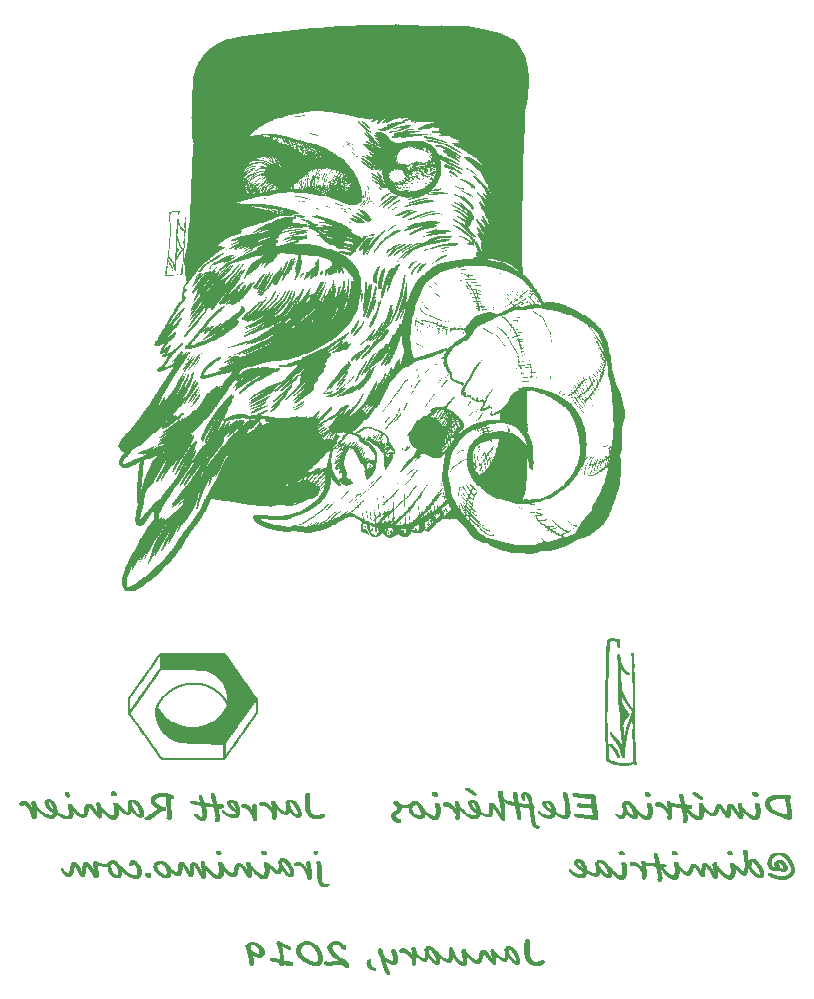
<source format=gbo>
%MOIN*%
%OFA0B0*%
%FSLAX44Y44*%
%IPPOS*%
%LPD*%
%ADD10R,0.0015506123092315811X0.0030974960246757484*%
D10*
X00016423Y00004221D02*
X00016506Y00004221D01*
X00016398Y00004251D02*
X00016522Y00004251D01*
X00016372Y00004282D02*
X00016522Y00004282D01*
X00016367Y00004313D02*
X00016522Y00004313D01*
X00016361Y00004344D02*
X00016506Y00004344D01*
X00015977Y00004375D02*
X00016057Y00004375D01*
X00016341Y00004375D02*
X00016491Y00004375D01*
X00015882Y00004406D02*
X00016057Y00004406D01*
X00016336Y00004406D02*
X00016483Y00004406D01*
X00015837Y00004437D02*
X00016046Y00004437D01*
X00016330Y00004437D02*
X00016462Y00004437D01*
X00015049Y00004468D02*
X00015151Y00004468D01*
X00015809Y00004468D02*
X00015972Y00004468D01*
X00016311Y00004468D02*
X00016460Y00004468D01*
X00015008Y00004499D02*
X00015158Y00004499D01*
X00015782Y00004499D02*
X00015931Y00004499D01*
X00016305Y00004499D02*
X00016435Y00004499D01*
X00011879Y00004530D02*
X00011965Y00004530D01*
X00012877Y00004530D02*
X00012973Y00004530D01*
X00013070Y00004530D02*
X00013275Y00004530D01*
X00013943Y00004530D02*
X00014172Y00004530D01*
X00014402Y00004530D02*
X00014622Y00004530D01*
X00014937Y00004530D02*
X00015158Y00004530D01*
X00015778Y00004530D02*
X00015903Y00004530D01*
X00016301Y00004530D02*
X00016429Y00004530D01*
X00017303Y00004530D02*
X00017363Y00004530D01*
X00018908Y00004530D02*
X00019044Y00004530D01*
X00021285Y00004530D02*
X00021538Y00004530D01*
X00011857Y00004561D02*
X00011992Y00004561D01*
X00012837Y00004561D02*
X00013297Y00004561D01*
X00013824Y00004561D02*
X00014219Y00004561D01*
X00014351Y00004561D02*
X00015158Y00004561D01*
X00015758Y00004561D02*
X00015902Y00004561D01*
X00016281Y00004561D02*
X00016412Y00004561D01*
X00016569Y00004561D02*
X00016716Y00004561D01*
X00017267Y00004561D02*
X00017387Y00004561D01*
X00018039Y00004561D02*
X00018142Y00004561D01*
X00018841Y00004561D02*
X00019071Y00004561D01*
X00019955Y00004561D02*
X00020038Y00004561D01*
X00020707Y00004561D02*
X00020809Y00004561D01*
X00021209Y00004561D02*
X00021617Y00004561D01*
X00011844Y00004592D02*
X00011995Y00004592D01*
X00012833Y00004592D02*
X00013297Y00004592D01*
X00013755Y00004592D02*
X00014247Y00004592D01*
X00014326Y00004592D02*
X00015140Y00004592D01*
X00015749Y00004592D02*
X00015898Y00004592D01*
X00016274Y00004592D02*
X00016398Y00004592D01*
X00016491Y00004592D02*
X00016762Y00004592D01*
X00017266Y00004592D02*
X00017391Y00004592D01*
X00017988Y00004592D02*
X00018173Y00004592D01*
X00018793Y00004592D02*
X00019096Y00004592D01*
X00019370Y00004592D02*
X00019523Y00004592D01*
X00019919Y00004592D02*
X00020058Y00004592D01*
X00020655Y00004592D02*
X00020841Y00004592D01*
X00021165Y00004592D02*
X00021659Y00004592D01*
X00011839Y00004623D02*
X00011995Y00004623D01*
X00012763Y00004623D02*
X00013277Y00004623D01*
X00013699Y00004623D02*
X00014262Y00004623D01*
X00014330Y00004623D02*
X00015126Y00004623D01*
X00015757Y00004623D02*
X00015902Y00004623D01*
X00016270Y00004623D02*
X00016391Y00004623D01*
X00016436Y00004623D02*
X00016786Y00004623D01*
X00017266Y00004623D02*
X00017391Y00004623D01*
X00017950Y00004623D02*
X00018197Y00004623D01*
X00018429Y00004623D02*
X00018543Y00004623D01*
X00018759Y00004623D02*
X00019096Y00004623D01*
X00019305Y00004623D02*
X00019562Y00004623D01*
X00019889Y00004623D02*
X00020058Y00004623D01*
X00020617Y00004623D02*
X00020864Y00004623D01*
X00021132Y00004623D02*
X00021670Y00004623D01*
X00011839Y00004654D02*
X00011995Y00004654D01*
X00012607Y00004654D02*
X00013195Y00004654D01*
X00013647Y00004654D02*
X00013943Y00004654D01*
X00014090Y00004654D02*
X00014284Y00004654D01*
X00014359Y00004654D02*
X00014434Y00004654D01*
X00014586Y00004654D02*
X00015093Y00004654D01*
X00015772Y00004654D02*
X00015902Y00004654D01*
X00016250Y00004654D02*
X00016801Y00004654D01*
X00017266Y00004654D02*
X00017391Y00004654D01*
X00017632Y00004654D02*
X00017737Y00004654D01*
X00017918Y00004654D02*
X00018197Y00004654D01*
X00018360Y00004654D02*
X00018574Y00004654D01*
X00018729Y00004654D02*
X00018918Y00004654D01*
X00018972Y00004654D02*
X00019096Y00004654D01*
X00019257Y00004654D02*
X00019579Y00004654D01*
X00019868Y00004654D02*
X00020058Y00004654D01*
X00020299Y00004654D02*
X00020404Y00004654D01*
X00020585Y00004654D02*
X00020864Y00004654D01*
X00021110Y00004654D02*
X00021326Y00004654D01*
X00021478Y00004654D02*
X00021670Y00004654D01*
X00011839Y00004685D02*
X00011995Y00004685D01*
X00012544Y00004685D02*
X00012988Y00004685D01*
X00013608Y00004685D02*
X00013869Y00004685D01*
X00014126Y00004685D02*
X00014289Y00004685D01*
X00014811Y00004685D02*
X00015049Y00004685D01*
X00015778Y00004685D02*
X00015902Y00004685D01*
X00016243Y00004685D02*
X00016547Y00004685D01*
X00016646Y00004685D02*
X00016801Y00004685D01*
X00017266Y00004685D02*
X00017391Y00004685D01*
X00017568Y00004685D02*
X00017768Y00004685D01*
X00017887Y00004685D02*
X00018035Y00004685D01*
X00018073Y00004685D02*
X00018197Y00004685D01*
X00018308Y00004685D02*
X00018600Y00004685D01*
X00018703Y00004685D02*
X00018861Y00004685D01*
X00018972Y00004685D02*
X00019096Y00004685D01*
X00019221Y00004685D02*
X00019593Y00004685D01*
X00019840Y00004685D02*
X00020058Y00004685D01*
X00020235Y00004685D02*
X00020435Y00004685D01*
X00020554Y00004685D02*
X00020702Y00004685D01*
X00020740Y00004685D02*
X00020864Y00004685D01*
X00021081Y00004685D02*
X00021271Y00004685D01*
X00021558Y00004685D02*
X00021652Y00004685D01*
X00011839Y00004716D02*
X00011988Y00004716D01*
X00012525Y00004716D02*
X00012987Y00004716D01*
X00013567Y00004716D02*
X00013811Y00004716D01*
X00014134Y00004716D02*
X00014289Y00004716D01*
X00014761Y00004716D02*
X00015005Y00004716D01*
X00015825Y00004716D02*
X00015896Y00004716D01*
X00016240Y00004716D02*
X00016485Y00004716D01*
X00016646Y00004716D02*
X00016801Y00004716D01*
X00017266Y00004716D02*
X00017391Y00004716D01*
X00017521Y00004716D02*
X00017794Y00004716D01*
X00017858Y00004716D02*
X00017992Y00004716D01*
X00018073Y00004716D02*
X00018197Y00004716D01*
X00018264Y00004716D02*
X00018604Y00004716D01*
X00018685Y00004716D02*
X00018827Y00004716D01*
X00018972Y00004716D02*
X00019096Y00004716D01*
X00019189Y00004716D02*
X00019367Y00004716D01*
X00019447Y00004716D02*
X00019595Y00004716D01*
X00019813Y00004716D02*
X00020058Y00004716D01*
X00020188Y00004716D02*
X00020461Y00004716D01*
X00020525Y00004716D02*
X00020660Y00004716D01*
X00020740Y00004716D02*
X00020864Y00004716D01*
X00021061Y00004716D02*
X00021239Y00004716D01*
X00011830Y00004747D02*
X00011971Y00004747D01*
X00012539Y00004747D02*
X00012769Y00004747D01*
X00012863Y00004747D02*
X00012987Y00004747D01*
X00013532Y00004747D02*
X00013765Y00004747D01*
X00014134Y00004747D02*
X00014289Y00004747D01*
X00014717Y00004747D02*
X00014952Y00004747D01*
X00016219Y00004747D02*
X00016435Y00004747D01*
X00016646Y00004747D02*
X00016801Y00004747D01*
X00017250Y00004747D02*
X00017391Y00004747D01*
X00017486Y00004747D02*
X00017802Y00004747D01*
X00017832Y00004747D02*
X00017962Y00004747D01*
X00018073Y00004747D02*
X00018224Y00004747D01*
X00018228Y00004747D02*
X00018400Y00004747D01*
X00018476Y00004747D02*
X00018619Y00004747D01*
X00018662Y00004747D02*
X00018798Y00004747D01*
X00018972Y00004747D02*
X00019096Y00004747D01*
X00019159Y00004747D02*
X00019315Y00004747D01*
X00019468Y00004747D02*
X00019609Y00004747D01*
X00019796Y00004747D02*
X00020058Y00004747D01*
X00020153Y00004747D02*
X00020469Y00004747D01*
X00020499Y00004747D02*
X00020629Y00004747D01*
X00020740Y00004747D02*
X00020864Y00004747D01*
X00021050Y00004747D02*
X00021223Y00004747D01*
X00011816Y00004778D02*
X00011964Y00004778D01*
X00012863Y00004778D02*
X00012987Y00004778D01*
X00013503Y00004778D02*
X00013718Y00004778D01*
X00014134Y00004778D02*
X00014289Y00004778D01*
X00014675Y00004778D02*
X00014905Y00004778D01*
X00016212Y00004778D02*
X00016389Y00004778D01*
X00016646Y00004778D02*
X00016801Y00004778D01*
X00017235Y00004778D02*
X00017391Y00004778D01*
X00017454Y00004778D02*
X00017621Y00004778D01*
X00017680Y00004778D02*
X00017936Y00004778D01*
X00018066Y00004778D02*
X00018340Y00004778D01*
X00018489Y00004778D02*
X00018776Y00004778D01*
X00018965Y00004778D02*
X00019091Y00004778D01*
X00019131Y00004778D02*
X00019277Y00004778D01*
X00019474Y00004778D02*
X00019623Y00004778D01*
X00019778Y00004778D02*
X00019918Y00004778D01*
X00019933Y00004778D02*
X00020058Y00004778D01*
X00020121Y00004778D02*
X00020288Y00004778D01*
X00020347Y00004778D02*
X00020603Y00004778D01*
X00020733Y00004778D02*
X00020850Y00004778D01*
X00021037Y00004778D02*
X00021205Y00004778D01*
X00011808Y00004809D02*
X00011964Y00004809D01*
X00012105Y00004809D02*
X00012258Y00004809D01*
X00012863Y00004809D02*
X00012987Y00004809D01*
X00013482Y00004809D02*
X00013678Y00004809D01*
X00014134Y00004809D02*
X00014289Y00004809D01*
X00014637Y00004809D02*
X00014856Y00004809D01*
X00016206Y00004809D02*
X00016353Y00004809D01*
X00016645Y00004809D02*
X00016793Y00004809D01*
X00017204Y00004809D02*
X00017412Y00004809D01*
X00017422Y00004809D02*
X00017577Y00004809D01*
X00017701Y00004809D02*
X00017918Y00004809D01*
X00018044Y00004809D02*
X00018297Y00004809D01*
X00018507Y00004809D02*
X00018755Y00004809D01*
X00018947Y00004809D02*
X00019080Y00004809D01*
X00019107Y00004809D02*
X00019243Y00004809D01*
X00019485Y00004809D02*
X00019624Y00004809D01*
X00019750Y00004809D02*
X00019886Y00004809D01*
X00019933Y00004809D02*
X00020079Y00004809D01*
X00020089Y00004809D02*
X00020245Y00004809D01*
X00020368Y00004809D02*
X00020585Y00004809D01*
X00020711Y00004809D02*
X00020834Y00004809D01*
X00021020Y00004809D02*
X00021205Y00004809D01*
X00011808Y00004840D02*
X00011949Y00004840D01*
X00012016Y00004840D02*
X00012299Y00004840D01*
X00012863Y00004840D02*
X00012985Y00004840D01*
X00013452Y00004840D02*
X00013644Y00004840D01*
X00014134Y00004840D02*
X00014289Y00004840D01*
X00014604Y00004840D02*
X00014818Y00004840D01*
X00016185Y00004840D02*
X00016336Y00004840D01*
X00016627Y00004840D02*
X00016776Y00004840D01*
X00017174Y00004840D02*
X00017532Y00004840D01*
X00017701Y00004840D02*
X00017888Y00004840D01*
X00018035Y00004840D02*
X00018262Y00004840D01*
X00018507Y00004840D02*
X00018729Y00004840D01*
X00018941Y00004840D02*
X00019212Y00004840D01*
X00019496Y00004840D02*
X00019624Y00004840D01*
X00019727Y00004840D02*
X00019872Y00004840D01*
X00019921Y00004840D02*
X00020199Y00004840D01*
X00020368Y00004840D02*
X00020555Y00004840D01*
X00020702Y00004840D02*
X00020833Y00004840D01*
X00021019Y00004840D02*
X00021191Y00004840D01*
X00011806Y00004871D02*
X00012317Y00004871D01*
X00012863Y00004871D02*
X00012976Y00004871D01*
X00013433Y00004871D02*
X00013613Y00004871D01*
X00014134Y00004871D02*
X00014285Y00004871D01*
X00014575Y00004871D02*
X00014782Y00004871D01*
X00016181Y00004871D02*
X00016313Y00004871D01*
X00016615Y00004871D02*
X00016770Y00004871D01*
X00017135Y00004871D02*
X00017495Y00004871D01*
X00017701Y00004871D02*
X00017867Y00004871D01*
X00018011Y00004871D02*
X00018229Y00004871D01*
X00018507Y00004871D02*
X00018724Y00004871D01*
X00018941Y00004871D02*
X00019185Y00004871D01*
X00019499Y00004871D02*
X00019645Y00004871D01*
X00019700Y00004871D02*
X00019843Y00004871D01*
X00019907Y00004871D02*
X00020162Y00004871D01*
X00020368Y00004871D02*
X00020534Y00004871D01*
X00020678Y00004871D02*
X00020807Y00004871D01*
X00021019Y00004871D02*
X00021177Y00004871D01*
X00011791Y00004902D02*
X00012336Y00004902D01*
X00012863Y00004902D02*
X00012968Y00004902D01*
X00013421Y00004902D02*
X00013588Y00004902D01*
X00014116Y00004902D02*
X00014269Y00004902D01*
X00014553Y00004902D02*
X00014748Y00004902D01*
X00016168Y00004902D02*
X00016305Y00004902D01*
X00016607Y00004902D02*
X00016766Y00004902D01*
X00017087Y00004902D02*
X00017264Y00004902D01*
X00017275Y00004902D02*
X00017461Y00004902D01*
X00017701Y00004902D02*
X00017856Y00004902D01*
X00017990Y00004902D02*
X00018198Y00004902D01*
X00018507Y00004902D02*
X00018698Y00004902D01*
X00018930Y00004902D02*
X00019158Y00004902D01*
X00019499Y00004902D02*
X00019823Y00004902D01*
X00019902Y00004902D02*
X00020128Y00004902D01*
X00020368Y00004902D02*
X00020523Y00004902D01*
X00020657Y00004902D02*
X00020802Y00004902D01*
X00021011Y00004902D02*
X00021174Y00004902D01*
X00011778Y00004933D02*
X00012079Y00004933D01*
X00012168Y00004933D02*
X00012336Y00004933D01*
X00012859Y00004933D02*
X00012959Y00004933D01*
X00013412Y00004933D02*
X00013576Y00004933D01*
X00014103Y00004933D02*
X00014258Y00004933D01*
X00014537Y00004933D02*
X00014719Y00004933D01*
X00016151Y00004933D02*
X00016299Y00004933D01*
X00016585Y00004933D02*
X00016744Y00004933D01*
X00017030Y00004933D02*
X00017235Y00004933D01*
X00017268Y00004933D02*
X00017427Y00004933D01*
X00017701Y00004933D02*
X00017831Y00004933D01*
X00017976Y00004933D02*
X00018167Y00004933D01*
X00018507Y00004933D02*
X00018693Y00004933D01*
X00018919Y00004933D02*
X00019127Y00004933D01*
X00019502Y00004933D02*
X00019807Y00004933D01*
X00019902Y00004933D02*
X00020095Y00004933D01*
X00020368Y00004933D02*
X00020498Y00004933D01*
X00020643Y00004933D02*
X00020773Y00004933D01*
X00021006Y00004933D02*
X00021174Y00004933D01*
X00011777Y00004964D02*
X00012010Y00004964D01*
X00012180Y00004964D02*
X00012336Y00004964D01*
X00012845Y00004964D02*
X00012956Y00004964D01*
X00013398Y00004964D02*
X00013552Y00004964D01*
X00014086Y00004964D02*
X00014253Y00004964D01*
X00014507Y00004964D02*
X00014693Y00004964D01*
X00016150Y00004964D02*
X00016279Y00004964D01*
X00016581Y00004964D02*
X00016739Y00004964D01*
X00016875Y00004964D02*
X00017204Y00004964D01*
X00017266Y00004964D02*
X00017408Y00004964D01*
X00017701Y00004964D02*
X00017825Y00004964D01*
X00017949Y00004964D02*
X00018136Y00004964D01*
X00018507Y00004964D02*
X00018674Y00004964D01*
X00018912Y00004964D02*
X00019097Y00004964D01*
X00019522Y00004964D02*
X00019779Y00004964D01*
X00019893Y00004964D02*
X00020062Y00004964D01*
X00020368Y00004964D02*
X00020492Y00004964D01*
X00020616Y00004964D02*
X00020758Y00004964D01*
X00021000Y00004964D02*
X00021174Y00004964D01*
X00011774Y00004995D02*
X00011963Y00004995D01*
X00012180Y00004995D02*
X00012336Y00004995D01*
X00012833Y00004995D02*
X00012956Y00004995D01*
X00013392Y00004995D02*
X00013548Y00004995D01*
X00014072Y00004995D02*
X00014230Y00004995D01*
X00014488Y00004995D02*
X00014663Y00004995D01*
X00016134Y00004995D02*
X00016274Y00004995D01*
X00016559Y00004995D02*
X00016719Y00004995D01*
X00016845Y00004995D02*
X00017168Y00004995D01*
X00017266Y00004995D02*
X00017403Y00004995D01*
X00017700Y00004995D02*
X00017823Y00004995D01*
X00017920Y00004995D02*
X00018105Y00004995D01*
X00018507Y00004995D02*
X00018662Y00004995D01*
X00018913Y00004995D02*
X00019065Y00004995D01*
X00019533Y00004995D02*
X00019748Y00004995D01*
X00019881Y00004995D02*
X00020030Y00004995D01*
X00020367Y00004995D02*
X00020490Y00004995D01*
X00020587Y00004995D02*
X00020740Y00004995D01*
X00020997Y00004995D02*
X00021174Y00004995D01*
X00011755Y00005026D02*
X00011922Y00005026D01*
X00012180Y00005026D02*
X00012336Y00005026D01*
X00012832Y00005026D02*
X00012956Y00005026D01*
X00013392Y00005026D02*
X00013555Y00005026D01*
X00014042Y00005026D02*
X00014225Y00005026D01*
X00014475Y00005026D02*
X00014639Y00005026D01*
X00016121Y00005026D02*
X00016270Y00005026D01*
X00016559Y00005026D02*
X00016708Y00005026D01*
X00016836Y00005026D02*
X00017128Y00005026D01*
X00017258Y00005026D02*
X00017396Y00005026D01*
X00017682Y00005026D02*
X00017812Y00005026D01*
X00017889Y00005026D02*
X00018044Y00005026D01*
X00018507Y00005026D02*
X00018653Y00005026D01*
X00018923Y00005026D02*
X00019059Y00005026D01*
X00019577Y00005026D02*
X00019705Y00005026D01*
X00019885Y00005026D02*
X00020001Y00005026D01*
X00020349Y00005026D02*
X00020480Y00005026D01*
X00020556Y00005026D02*
X00020711Y00005026D01*
X00020993Y00005026D02*
X00021174Y00005026D01*
X00011746Y00005057D02*
X00011901Y00005057D01*
X00012157Y00005057D02*
X00012322Y00005057D01*
X00012827Y00005057D02*
X00012949Y00005057D01*
X00013133Y00005057D02*
X00013235Y00005057D01*
X00013396Y00005057D02*
X00013568Y00005057D01*
X00014019Y00005057D02*
X00014198Y00005057D01*
X00014463Y00005057D02*
X00014631Y00005057D01*
X00014955Y00005057D02*
X00015039Y00005057D01*
X00016124Y00005057D02*
X00016247Y00005057D01*
X00016590Y00005057D02*
X00016678Y00005057D01*
X00016855Y00005057D02*
X00017085Y00005057D01*
X00017242Y00005057D02*
X00017391Y00005057D01*
X00017674Y00005057D02*
X00018015Y00005057D01*
X00018507Y00005057D02*
X00018633Y00005057D01*
X00018949Y00005057D02*
X00019036Y00005057D01*
X00019906Y00005057D02*
X00019985Y00005057D01*
X00020341Y00005057D02*
X00020683Y00005057D01*
X00020991Y00005057D02*
X00021174Y00005057D01*
X00011744Y00005088D02*
X00011896Y00005088D01*
X00012140Y00005088D02*
X00012305Y00005088D01*
X00012810Y00005088D02*
X00012938Y00005088D01*
X00013056Y00005088D02*
X00013235Y00005088D01*
X00013406Y00005088D02*
X00013576Y00005088D01*
X00013989Y00005088D02*
X00014181Y00005088D01*
X00014450Y00005088D02*
X00014610Y00005088D01*
X00014917Y00005088D02*
X00015065Y00005088D01*
X00016153Y00005088D02*
X00016227Y00005088D01*
X00016891Y00005088D02*
X00017028Y00005088D01*
X00017240Y00005088D02*
X00017388Y00005088D01*
X00017701Y00005088D02*
X00017986Y00005088D01*
X00018508Y00005088D02*
X00018624Y00005088D01*
X00020368Y00005088D02*
X00020653Y00005088D01*
X00020990Y00005088D02*
X00021174Y00005088D01*
X00011724Y00005119D02*
X00011879Y00005119D01*
X00012115Y00005119D02*
X00012281Y00005119D01*
X00012801Y00005119D02*
X00012928Y00005119D01*
X00013008Y00005119D02*
X00013235Y00005119D01*
X00013420Y00005119D02*
X00013587Y00005119D01*
X00013959Y00005119D02*
X00014163Y00005119D01*
X00014445Y00005119D02*
X00014601Y00005119D01*
X00014893Y00005119D02*
X00015065Y00005119D01*
X00017271Y00005119D02*
X00017356Y00005119D01*
X00017722Y00005119D02*
X00017950Y00005119D01*
X00018527Y00005119D02*
X00018600Y00005119D01*
X00020389Y00005119D02*
X00020617Y00005119D01*
X00020989Y00005119D02*
X00021174Y00005119D01*
X00011715Y00005150D02*
X00011870Y00005150D01*
X00012079Y00005150D02*
X00012256Y00005150D01*
X00012801Y00005150D02*
X00012945Y00005150D01*
X00012961Y00005150D02*
X00013201Y00005150D01*
X00013421Y00005150D02*
X00013614Y00005150D01*
X00013926Y00005150D02*
X00014134Y00005150D01*
X00014451Y00005150D02*
X00014612Y00005150D01*
X00014860Y00005150D02*
X00015065Y00005150D01*
X00017746Y00005150D02*
X00017884Y00005150D01*
X00020413Y00005150D02*
X00020551Y00005150D01*
X00020989Y00005150D02*
X00021174Y00005150D01*
X00011715Y00005181D02*
X00011892Y00005181D01*
X00012033Y00005181D02*
X00012225Y00005181D01*
X00012782Y00005181D02*
X00013135Y00005181D01*
X00013440Y00005181D02*
X00013646Y00005181D01*
X00013889Y00005181D02*
X00014104Y00005181D01*
X00014468Y00005181D02*
X00014631Y00005181D01*
X00014822Y00005181D02*
X00015042Y00005181D01*
X00020994Y00005181D02*
X00021174Y00005181D01*
X00011730Y00005212D02*
X00012189Y00005212D01*
X00012770Y00005212D02*
X00013075Y00005212D01*
X00013458Y00005212D02*
X00014073Y00005212D01*
X00014476Y00005212D02*
X00014678Y00005212D01*
X00014778Y00005212D02*
X00015005Y00005212D01*
X00021001Y00005212D02*
X00021174Y00005212D01*
X00011767Y00005243D02*
X00012152Y00005243D01*
X00012756Y00005243D02*
X00013022Y00005243D01*
X00013494Y00005243D02*
X00014027Y00005243D01*
X00014504Y00005243D02*
X00014962Y00005243D01*
X00021007Y00005243D02*
X00021174Y00005243D01*
X00011805Y00005274D02*
X00012105Y00005274D01*
X00012742Y00005274D02*
X00012967Y00005274D01*
X00013541Y00005274D02*
X00013984Y00005274D01*
X00014527Y00005274D02*
X00014918Y00005274D01*
X00021013Y00005274D02*
X00021174Y00005274D01*
X00011855Y00005305D02*
X00012016Y00005305D01*
X00012761Y00005305D02*
X00012917Y00005305D01*
X00013592Y00005305D02*
X00013926Y00005305D01*
X00014567Y00005305D02*
X00014874Y00005305D01*
X00021019Y00005305D02*
X00021174Y00005305D01*
X00012782Y00005336D02*
X00012867Y00005336D01*
X00013668Y00005336D02*
X00013853Y00005336D01*
X00014624Y00005336D02*
X00014809Y00005336D01*
X00021019Y00005336D02*
X00021174Y00005336D01*
X00021019Y00005367D02*
X00021174Y00005367D01*
X00021056Y00005398D02*
X00021148Y00005398D01*
X00014233Y00007163D02*
X00014453Y00007163D01*
X00014196Y00007194D02*
X00014497Y00007194D01*
X00014168Y00007225D02*
X00014507Y00007225D01*
X00014165Y00007256D02*
X00014315Y00007256D01*
X00014140Y00007287D02*
X00014289Y00007287D01*
X00014134Y00007318D02*
X00014269Y00007318D01*
X00025472Y00007318D02*
X00025547Y00007318D01*
X00014134Y00007349D02*
X00014258Y00007349D01*
X00025454Y00007349D02*
X00025570Y00007349D01*
X00014132Y00007380D02*
X00014258Y00007380D01*
X00025438Y00007380D02*
X00025578Y00007380D01*
X00013803Y00007411D02*
X00013886Y00007411D01*
X00014123Y00007411D02*
X00014258Y00007411D01*
X00024173Y00007411D02*
X00024316Y00007411D01*
X00024962Y00007411D02*
X00025033Y00007411D01*
X00025446Y00007411D02*
X00025588Y00007411D01*
X00025930Y00007411D02*
X00026072Y00007411D01*
X00027791Y00007411D02*
X00027934Y00007411D01*
X00029476Y00007411D02*
X00029754Y00007411D01*
X00007955Y00007442D02*
X00008146Y00007442D01*
X00010264Y00007442D02*
X00010351Y00007442D01*
X00010693Y00007442D02*
X00010899Y00007442D01*
X00012213Y00007442D02*
X00012418Y00007442D01*
X00013771Y00007442D02*
X00013908Y00007442D01*
X00014115Y00007442D02*
X00014258Y00007442D01*
X00024109Y00007442D02*
X00024361Y00007442D01*
X00024926Y00007442D02*
X00025051Y00007442D01*
X00025454Y00007442D02*
X00025604Y00007442D01*
X00025858Y00007442D02*
X00026107Y00007442D01*
X00027345Y00007442D02*
X00027423Y00007442D01*
X00027719Y00007442D02*
X00027968Y00007442D01*
X00029328Y00007442D02*
X00029834Y00007442D01*
X00006663Y00007473D02*
X00006789Y00007473D01*
X00007332Y00007473D02*
X00007545Y00007473D01*
X00007868Y00007473D02*
X00008183Y00007473D01*
X00008428Y00007473D02*
X00008552Y00007473D01*
X00008951Y00007473D02*
X00009172Y00007473D01*
X00010229Y00007473D02*
X00010382Y00007473D01*
X00010637Y00007473D02*
X00010931Y00007473D01*
X00011814Y00007473D02*
X00011901Y00007473D01*
X00012156Y00007473D02*
X00012450Y00007473D01*
X00013762Y00007473D02*
X00013917Y00007473D01*
X00014109Y00007473D02*
X00014258Y00007473D01*
X00022754Y00007473D02*
X00023009Y00007473D01*
X00023723Y00007473D02*
X00023889Y00007473D01*
X00024059Y00007473D02*
X00024380Y00007473D01*
X00024926Y00007473D02*
X00025058Y00007473D01*
X00025454Y00007473D02*
X00025608Y00007473D01*
X00025815Y00007473D02*
X00026136Y00007473D01*
X00027312Y00007473D02*
X00027439Y00007473D01*
X00027675Y00007473D02*
X00027997Y00007473D01*
X00028768Y00007473D02*
X00028959Y00007473D01*
X00029247Y00007473D02*
X00029889Y00007473D01*
X00005746Y00007504D02*
X00005875Y00007504D01*
X00006226Y00007504D02*
X00006342Y00007504D01*
X00006643Y00007504D02*
X00006806Y00007504D01*
X00007271Y00007504D02*
X00007561Y00007504D01*
X00007808Y00007504D02*
X00008211Y00007504D01*
X00008397Y00007504D02*
X00008552Y00007504D01*
X00008892Y00007504D02*
X00009203Y00007504D01*
X00009825Y00007504D02*
X00009948Y00007504D01*
X00010221Y00007504D02*
X00010382Y00007504D01*
X00010599Y00007504D02*
X00010942Y00007504D01*
X00011195Y00007504D02*
X00011402Y00007504D01*
X00011778Y00007504D02*
X00011909Y00007504D01*
X00012118Y00007504D02*
X00012462Y00007504D01*
X00013135Y00007504D02*
X00013297Y00007504D01*
X00013762Y00007504D02*
X00013917Y00007504D01*
X00014106Y00007504D02*
X00014258Y00007504D01*
X00022689Y00007504D02*
X00023043Y00007504D01*
X00023326Y00007504D02*
X00023469Y00007504D01*
X00023679Y00007504D02*
X00023905Y00007504D01*
X00024027Y00007504D02*
X00024399Y00007504D01*
X00024926Y00007504D02*
X00025071Y00007504D01*
X00025454Y00007504D02*
X00025602Y00007504D01*
X00025771Y00007504D02*
X00026152Y00007504D01*
X00026886Y00007504D02*
X00027010Y00007504D01*
X00027283Y00007504D02*
X00027453Y00007504D01*
X00027632Y00007504D02*
X00028014Y00007504D01*
X00028710Y00007504D02*
X00028989Y00007504D01*
X00029187Y00007504D02*
X00029922Y00007504D01*
X00005689Y00007535D02*
X00005916Y00007535D01*
X00006195Y00007535D02*
X00006350Y00007535D01*
X00006629Y00007535D02*
X00006813Y00007535D01*
X00007222Y00007535D02*
X00007590Y00007535D01*
X00007762Y00007535D02*
X00008232Y00007535D01*
X00008372Y00007535D02*
X00008552Y00007535D01*
X00008837Y00007535D02*
X00009230Y00007535D01*
X00009367Y00007535D02*
X00009539Y00007535D01*
X00009797Y00007535D02*
X00009963Y00007535D01*
X00010196Y00007535D02*
X00010389Y00007535D01*
X00010567Y00007535D02*
X00010971Y00007535D01*
X00011150Y00007535D02*
X00011426Y00007535D01*
X00011747Y00007535D02*
X00011924Y00007535D01*
X00012086Y00007535D02*
X00012491Y00007535D01*
X00013084Y00007535D02*
X00013323Y00007535D01*
X00013753Y00007535D02*
X00013917Y00007535D01*
X00014103Y00007535D02*
X00014258Y00007535D01*
X00022634Y00007535D02*
X00023066Y00007535D01*
X00023239Y00007535D02*
X00023500Y00007535D01*
X00023634Y00007535D02*
X00023927Y00007535D01*
X00023992Y00007535D02*
X00024408Y00007535D01*
X00024926Y00007535D02*
X00025078Y00007535D01*
X00025454Y00007535D02*
X00025590Y00007535D01*
X00025735Y00007535D02*
X00026167Y00007535D01*
X00026405Y00007535D02*
X00026511Y00007535D01*
X00026858Y00007535D02*
X00027035Y00007535D01*
X00027253Y00007535D02*
X00027464Y00007535D01*
X00027595Y00007535D02*
X00028028Y00007535D01*
X00028291Y00007535D02*
X00028396Y00007535D01*
X00028663Y00007535D02*
X00028989Y00007535D01*
X00029145Y00007535D02*
X00029414Y00007535D01*
X00029747Y00007535D02*
X00029951Y00007535D01*
X00005656Y00007566D02*
X00005939Y00007566D01*
X00006172Y00007566D02*
X00006368Y00007566D01*
X00006600Y00007566D02*
X00006815Y00007566D01*
X00007188Y00007566D02*
X00007380Y00007566D01*
X00007466Y00007566D02*
X00007591Y00007566D01*
X00007717Y00007566D02*
X00007909Y00007566D01*
X00008087Y00007566D02*
X00008242Y00007566D01*
X00008366Y00007566D02*
X00008552Y00007566D01*
X00008800Y00007566D02*
X00009002Y00007566D01*
X00009079Y00007566D02*
X00009234Y00007566D01*
X00009319Y00007566D02*
X00009552Y00007566D01*
X00009786Y00007566D02*
X00009979Y00007566D01*
X00010179Y00007566D02*
X00010393Y00007566D01*
X00010529Y00007566D02*
X00010721Y00007566D01*
X00010815Y00007566D02*
X00010971Y00007566D01*
X00011103Y00007566D02*
X00011436Y00007566D01*
X00011723Y00007566D02*
X00011929Y00007566D01*
X00012049Y00007566D02*
X00012241Y00007566D01*
X00012334Y00007566D02*
X00012491Y00007566D01*
X00013049Y00007566D02*
X00013328Y00007566D01*
X00013731Y00007566D02*
X00013917Y00007566D01*
X00014103Y00007566D02*
X00014258Y00007566D01*
X00022600Y00007566D02*
X00023085Y00007566D01*
X00023179Y00007566D02*
X00023510Y00007566D01*
X00023599Y00007566D02*
X00023775Y00007566D01*
X00023792Y00007566D02*
X00023931Y00007566D01*
X00023957Y00007566D02*
X00024130Y00007566D01*
X00024260Y00007566D02*
X00024429Y00007566D01*
X00024926Y00007566D02*
X00025081Y00007566D01*
X00025454Y00007566D02*
X00025578Y00007566D01*
X00025702Y00007566D02*
X00025887Y00007566D01*
X00026012Y00007566D02*
X00026167Y00007566D01*
X00026347Y00007566D02*
X00026546Y00007566D01*
X00026844Y00007566D02*
X00027035Y00007566D01*
X00027243Y00007566D02*
X00027467Y00007566D01*
X00027563Y00007566D02*
X00027749Y00007566D01*
X00027873Y00007566D02*
X00028028Y00007566D01*
X00028233Y00007566D02*
X00028429Y00007566D01*
X00028624Y00007566D02*
X00028808Y00007566D01*
X00028860Y00007566D02*
X00028989Y00007566D01*
X00029144Y00007566D02*
X00029322Y00007566D01*
X00029797Y00007566D02*
X00029982Y00007566D01*
X00005637Y00007597D02*
X00005947Y00007597D01*
X00006164Y00007597D02*
X00006381Y00007597D01*
X00006596Y00007597D02*
X00006815Y00007597D01*
X00007164Y00007597D02*
X00007320Y00007597D01*
X00007466Y00007597D02*
X00007591Y00007597D01*
X00007684Y00007597D02*
X00007842Y00007597D01*
X00008112Y00007597D02*
X00008242Y00007597D01*
X00008383Y00007597D02*
X00008552Y00007597D01*
X00008769Y00007597D02*
X00008936Y00007597D01*
X00009104Y00007597D02*
X00009235Y00007597D01*
X00009271Y00007597D02*
X00009576Y00007597D01*
X00009761Y00007597D02*
X00009979Y00007597D01*
X00010165Y00007597D02*
X00010392Y00007597D01*
X00010496Y00007597D02*
X00010662Y00007597D01*
X00010816Y00007597D02*
X00010975Y00007597D01*
X00011068Y00007597D02*
X00011453Y00007597D01*
X00011705Y00007597D02*
X00011928Y00007597D01*
X00012015Y00007597D02*
X00012181Y00007597D01*
X00012335Y00007597D02*
X00012494Y00007597D01*
X00012714Y00007597D02*
X00012870Y00007597D01*
X00013018Y00007597D02*
X00013162Y00007597D01*
X00013204Y00007597D02*
X00013328Y00007597D01*
X00013731Y00007597D02*
X00013917Y00007597D01*
X00014103Y00007597D02*
X00014258Y00007597D01*
X00022567Y00007597D02*
X00022740Y00007597D01*
X00022942Y00007597D02*
X00023115Y00007597D01*
X00023128Y00007597D02*
X00023531Y00007597D01*
X00023567Y00007597D02*
X00023723Y00007597D01*
X00023809Y00007597D02*
X00024089Y00007597D01*
X00024275Y00007597D02*
X00024430Y00007597D01*
X00024926Y00007597D02*
X00025081Y00007597D01*
X00025447Y00007597D02*
X00025578Y00007597D01*
X00025672Y00007597D02*
X00025833Y00007597D01*
X00026017Y00007597D02*
X00026177Y00007597D01*
X00026297Y00007597D02*
X00026570Y00007597D01*
X00026818Y00007597D02*
X00027035Y00007597D01*
X00027221Y00007597D02*
X00027469Y00007597D01*
X00027531Y00007597D02*
X00027694Y00007597D01*
X00027876Y00007597D02*
X00028038Y00007597D01*
X00028189Y00007597D02*
X00028433Y00007597D01*
X00028592Y00007597D02*
X00028752Y00007597D01*
X00028864Y00007597D02*
X00028989Y00007597D01*
X00029144Y00007597D02*
X00029256Y00007597D01*
X00029834Y00007597D02*
X00029993Y00007597D01*
X00005606Y00007628D02*
X00005743Y00007628D01*
X00005818Y00007628D02*
X00005973Y00007628D01*
X00006137Y00007628D02*
X00006381Y00007628D01*
X00006567Y00007628D02*
X00006812Y00007628D01*
X00007156Y00007628D02*
X00007293Y00007628D01*
X00007466Y00007628D02*
X00007591Y00007628D01*
X00007649Y00007628D02*
X00007795Y00007628D01*
X00008117Y00007628D02*
X00008242Y00007628D01*
X00008738Y00007628D02*
X00008893Y00007628D01*
X00009108Y00007628D02*
X00009576Y00007628D01*
X00009741Y00007628D02*
X00009979Y00007628D01*
X00010140Y00007628D02*
X00010387Y00007628D01*
X00010467Y00007628D02*
X00010621Y00007628D01*
X00010828Y00007628D02*
X00010987Y00007628D01*
X00011039Y00007628D02*
X00011226Y00007628D01*
X00011312Y00007628D02*
X00011467Y00007628D01*
X00011684Y00007628D02*
X00011924Y00007628D01*
X00011987Y00007628D02*
X00012141Y00007628D01*
X00012347Y00007628D02*
X00012507Y00007628D01*
X00012666Y00007628D02*
X00012894Y00007628D01*
X00012987Y00007628D02*
X00013118Y00007628D01*
X00013204Y00007628D02*
X00013328Y00007628D01*
X00013705Y00007628D02*
X00013917Y00007628D01*
X00014103Y00007628D02*
X00014258Y00007628D01*
X00022538Y00007628D02*
X00022676Y00007628D01*
X00022961Y00007628D02*
X00023247Y00007628D01*
X00023402Y00007628D02*
X00023686Y00007628D01*
X00023801Y00007628D02*
X00024042Y00007628D01*
X00024275Y00007628D02*
X00024430Y00007628D01*
X00024926Y00007628D02*
X00025080Y00007628D01*
X00025432Y00007628D02*
X00025574Y00007628D01*
X00025643Y00007628D02*
X00025795Y00007628D01*
X00026031Y00007628D02*
X00026187Y00007628D01*
X00026262Y00007628D02*
X00026601Y00007628D01*
X00026794Y00007628D02*
X00027035Y00007628D01*
X00027195Y00007628D02*
X00027466Y00007628D01*
X00027502Y00007628D02*
X00027656Y00007628D01*
X00027891Y00007628D02*
X00028048Y00007628D01*
X00028152Y00007628D02*
X00028459Y00007628D01*
X00028566Y00007628D02*
X00028710Y00007628D01*
X00028855Y00007628D02*
X00028989Y00007628D01*
X00029861Y00007628D02*
X00030013Y00007628D01*
X00005598Y00007659D02*
X00005699Y00007659D01*
X00005827Y00007659D02*
X00005978Y00007659D01*
X00006133Y00007659D02*
X00006381Y00007659D01*
X00006548Y00007659D02*
X00006806Y00007659D01*
X00007127Y00007659D02*
X00007281Y00007659D01*
X00007466Y00007659D02*
X00007750Y00007659D01*
X00008111Y00007659D02*
X00008242Y00007659D01*
X00008707Y00007659D02*
X00008862Y00007659D01*
X00009095Y00007659D02*
X00009358Y00007659D01*
X00009451Y00007659D02*
X00009586Y00007659D01*
X00009730Y00007659D02*
X00009979Y00007659D01*
X00010134Y00007659D02*
X00010382Y00007659D01*
X00010444Y00007659D02*
X00010578Y00007659D01*
X00010839Y00007659D02*
X00010993Y00007659D01*
X00011014Y00007659D02*
X00011168Y00007659D01*
X00011328Y00007659D02*
X00011467Y00007659D01*
X00011654Y00007659D02*
X00011919Y00007659D01*
X00011963Y00007659D02*
X00012098Y00007659D01*
X00012359Y00007659D02*
X00012515Y00007659D01*
X00012622Y00007659D02*
X00012919Y00007659D01*
X00012958Y00007659D02*
X00013086Y00007659D01*
X00013204Y00007659D02*
X00013328Y00007659D01*
X00013700Y00007659D02*
X00013917Y00007659D01*
X00014103Y00007659D02*
X00014258Y00007659D01*
X00022507Y00007659D02*
X00022632Y00007659D01*
X00022945Y00007659D02*
X00023178Y00007659D01*
X00023407Y00007659D02*
X00023655Y00007659D01*
X00023781Y00007659D02*
X00024003Y00007659D01*
X00024275Y00007659D02*
X00024430Y00007659D01*
X00024896Y00007659D02*
X00025078Y00007659D01*
X00025423Y00007659D02*
X00025558Y00007659D01*
X00025618Y00007659D02*
X00025764Y00007659D01*
X00026038Y00007659D02*
X00026194Y00007659D01*
X00026230Y00007659D02*
X00026381Y00007659D01*
X00026451Y00007659D02*
X00026607Y00007659D01*
X00026787Y00007659D02*
X00026907Y00007659D01*
X00026911Y00007659D02*
X00027035Y00007659D01*
X00027186Y00007659D02*
X00027458Y00007659D01*
X00027479Y00007659D02*
X00027625Y00007659D01*
X00027899Y00007659D02*
X00028054Y00007659D01*
X00028121Y00007659D02*
X00028462Y00007659D01*
X00028545Y00007659D02*
X00028679Y00007659D01*
X00028836Y00007659D02*
X00028989Y00007659D01*
X00029554Y00007659D02*
X00029734Y00007659D01*
X00029888Y00007659D02*
X00030013Y00007659D01*
X00005575Y00007690D02*
X00005668Y00007690D01*
X00005854Y00007690D02*
X00005978Y00007690D01*
X00006106Y00007690D02*
X00006234Y00007690D01*
X00006257Y00007690D02*
X00006381Y00007690D01*
X00006536Y00007690D02*
X00006798Y00007690D01*
X00007125Y00007690D02*
X00007256Y00007690D01*
X00007466Y00007690D02*
X00007715Y00007690D01*
X00008100Y00007690D02*
X00008242Y00007690D01*
X00008682Y00007690D02*
X00008831Y00007690D01*
X00009079Y00007690D02*
X00009311Y00007690D01*
X00009464Y00007690D02*
X00009600Y00007690D01*
X00009704Y00007690D02*
X00009831Y00007690D01*
X00009854Y00007690D02*
X00009979Y00007690D01*
X00010103Y00007690D02*
X00010228Y00007690D01*
X00010258Y00007690D02*
X00010388Y00007690D01*
X00010413Y00007690D02*
X00010542Y00007690D01*
X00010845Y00007690D02*
X00011128Y00007690D01*
X00011343Y00007690D02*
X00011467Y00007690D01*
X00011642Y00007690D02*
X00011775Y00007690D01*
X00011797Y00007690D02*
X00011923Y00007690D01*
X00011932Y00007690D02*
X00012062Y00007690D01*
X00012365Y00007690D02*
X00012518Y00007690D01*
X00012587Y00007690D02*
X00013062Y00007690D01*
X00013201Y00007690D02*
X00013328Y00007690D01*
X00013669Y00007690D02*
X00013911Y00007690D01*
X00014103Y00007690D02*
X00014258Y00007690D01*
X00022507Y00007690D02*
X00022601Y00007690D01*
X00022894Y00007690D02*
X00023127Y00007690D01*
X00023407Y00007690D02*
X00023624Y00007690D01*
X00023779Y00007690D02*
X00023968Y00007690D01*
X00024275Y00007690D02*
X00024430Y00007690D01*
X00024877Y00007690D02*
X00025076Y00007690D01*
X00025423Y00007690D02*
X00025547Y00007690D01*
X00025599Y00007690D02*
X00025730Y00007690D01*
X00026042Y00007690D02*
X00026325Y00007690D01*
X00026477Y00007690D02*
X00026632Y00007690D01*
X00026756Y00007690D02*
X00026880Y00007690D01*
X00026911Y00007690D02*
X00027035Y00007690D01*
X00027159Y00007690D02*
X00027284Y00007690D01*
X00027323Y00007690D02*
X00027591Y00007690D01*
X00027903Y00007690D02*
X00028057Y00007690D01*
X00028090Y00007690D02*
X00028248Y00007690D01*
X00028338Y00007690D02*
X00028462Y00007690D01*
X00028524Y00007690D02*
X00028648Y00007690D01*
X00028834Y00007690D02*
X00028970Y00007690D01*
X00029273Y00007690D02*
X00029478Y00007690D01*
X00029486Y00007690D02*
X00029765Y00007690D01*
X00029888Y00007690D02*
X00030013Y00007690D01*
X00005575Y00007721D02*
X00005637Y00007721D01*
X00005854Y00007721D02*
X00005989Y00007721D01*
X00006102Y00007721D02*
X00006226Y00007721D01*
X00006257Y00007721D02*
X00006385Y00007721D01*
X00006505Y00007721D02*
X00006648Y00007721D01*
X00006660Y00007721D02*
X00006789Y00007721D01*
X00007125Y00007721D02*
X00007250Y00007721D01*
X00007452Y00007721D02*
X00007684Y00007721D01*
X00008087Y00007721D02*
X00008242Y00007721D01*
X00008676Y00007721D02*
X00008800Y00007721D01*
X00009079Y00007721D02*
X00009269Y00007721D01*
X00009478Y00007721D02*
X00009607Y00007721D01*
X00009699Y00007721D02*
X00009822Y00007721D01*
X00009854Y00007721D02*
X00009979Y00007721D01*
X00010093Y00007721D02*
X00010238Y00007721D01*
X00010258Y00007721D02*
X00010508Y00007721D01*
X00010846Y00007721D02*
X00011095Y00007721D01*
X00011343Y00007721D02*
X00011473Y00007721D01*
X00011622Y00007721D02*
X00011746Y00007721D01*
X00011780Y00007721D02*
X00012028Y00007721D01*
X00012365Y00007721D02*
X00012521Y00007721D01*
X00012556Y00007721D02*
X00012709Y00007721D01*
X00012801Y00007721D02*
X00013045Y00007721D01*
X00013174Y00007721D02*
X00013306Y00007721D01*
X00013652Y00007721D02*
X00013904Y00007721D01*
X00014103Y00007721D02*
X00014258Y00007721D01*
X00022507Y00007721D02*
X00022567Y00007721D01*
X00022849Y00007721D02*
X00023097Y00007721D01*
X00023407Y00007721D02*
X00023593Y00007721D01*
X00023756Y00007721D02*
X00023936Y00007721D01*
X00024275Y00007721D02*
X00024430Y00007721D01*
X00024858Y00007721D02*
X00025073Y00007721D01*
X00025422Y00007721D02*
X00025564Y00007721D01*
X00025578Y00007721D02*
X00025695Y00007721D01*
X00026041Y00007721D02*
X00026291Y00007721D01*
X00026508Y00007721D02*
X00026634Y00007721D01*
X00026744Y00007721D02*
X00026857Y00007721D01*
X00026911Y00007721D02*
X00027040Y00007721D01*
X00027131Y00007721D02*
X00027272Y00007721D01*
X00027314Y00007721D02*
X00027557Y00007721D01*
X00027900Y00007721D02*
X00028214Y00007721D01*
X00028338Y00007721D02*
X00028465Y00007721D01*
X00028493Y00007721D02*
X00028618Y00007721D01*
X00028818Y00007721D02*
X00028958Y00007721D01*
X00029216Y00007721D02*
X00029784Y00007721D01*
X00029888Y00007721D02*
X00030013Y00007721D01*
X00005575Y00007752D02*
X00005613Y00007752D01*
X00005854Y00007752D02*
X00006001Y00007752D01*
X00006073Y00007752D02*
X00006203Y00007752D01*
X00006259Y00007752D02*
X00006394Y00007752D01*
X00006479Y00007752D02*
X00006628Y00007752D01*
X00006660Y00007752D02*
X00006784Y00007752D01*
X00007125Y00007752D02*
X00007248Y00007752D01*
X00007435Y00007752D02*
X00007652Y00007752D01*
X00008087Y00007752D02*
X00008231Y00007752D01*
X00008664Y00007752D02*
X00008793Y00007752D01*
X00009054Y00007752D02*
X00009234Y00007752D01*
X00009482Y00007752D02*
X00009607Y00007752D01*
X00009669Y00007752D02*
X00009793Y00007752D01*
X00009854Y00007752D02*
X00009979Y00007752D01*
X00010072Y00007752D02*
X00010196Y00007752D01*
X00010258Y00007752D02*
X00010477Y00007752D01*
X00010840Y00007752D02*
X00011064Y00007752D01*
X00011343Y00007752D02*
X00011488Y00007752D01*
X00011592Y00007752D02*
X00011721Y00007752D01*
X00011777Y00007752D02*
X00011996Y00007752D01*
X00012359Y00007752D02*
X00012521Y00007752D01*
X00012526Y00007752D02*
X00012677Y00007752D01*
X00012812Y00007752D02*
X00013018Y00007752D01*
X00013173Y00007752D02*
X00013297Y00007752D01*
X00013635Y00007752D02*
X00013750Y00007752D01*
X00013763Y00007752D02*
X00013896Y00007752D01*
X00014103Y00007752D02*
X00014258Y00007752D01*
X00022804Y00007752D02*
X00023097Y00007752D01*
X00023407Y00007752D02*
X00023567Y00007752D01*
X00023748Y00007752D02*
X00023904Y00007752D01*
X00024275Y00007752D02*
X00024430Y00007752D01*
X00024829Y00007752D02*
X00025069Y00007752D01*
X00025405Y00007752D02*
X00025664Y00007752D01*
X00026037Y00007752D02*
X00026260Y00007752D01*
X00026510Y00007752D02*
X00026662Y00007752D01*
X00026725Y00007752D02*
X00026849Y00007752D01*
X00026913Y00007752D02*
X00027046Y00007752D01*
X00027112Y00007752D02*
X00027253Y00007752D01*
X00027314Y00007752D02*
X00027529Y00007752D01*
X00027891Y00007752D02*
X00028183Y00007752D01*
X00028350Y00007752D02*
X00028593Y00007752D01*
X00028803Y00007752D02*
X00028953Y00007752D01*
X00029183Y00007752D02*
X00029593Y00007752D01*
X00029640Y00007752D02*
X00029795Y00007752D01*
X00029888Y00007752D02*
X00030013Y00007752D01*
X00005863Y00007783D02*
X00006009Y00007783D01*
X00006070Y00007783D02*
X00006195Y00007783D01*
X00006267Y00007783D02*
X00006403Y00007783D01*
X00006460Y00007783D02*
X00006598Y00007783D01*
X00006642Y00007783D02*
X00006784Y00007783D01*
X00007125Y00007783D02*
X00007235Y00007783D01*
X00007435Y00007783D02*
X00007618Y00007783D01*
X00008075Y00007783D02*
X00008211Y00007783D01*
X00008648Y00007783D02*
X00008772Y00007783D01*
X00009048Y00007783D02*
X00009203Y00007783D01*
X00009482Y00007783D02*
X00009607Y00007783D01*
X00009662Y00007783D02*
X00009786Y00007783D01*
X00009854Y00007783D02*
X00009979Y00007783D01*
X00010043Y00007783D02*
X00010183Y00007783D01*
X00010246Y00007783D02*
X00010447Y00007783D01*
X00010830Y00007783D02*
X00011034Y00007783D01*
X00011345Y00007783D02*
X00011498Y00007783D01*
X00011570Y00007783D02*
X00011711Y00007783D01*
X00011777Y00007783D02*
X00011966Y00007783D01*
X00012349Y00007783D02*
X00012639Y00007783D01*
X00012824Y00007783D02*
X00012990Y00007783D01*
X00013142Y00007783D02*
X00013290Y00007783D01*
X00013606Y00007783D02*
X00013734Y00007783D01*
X00013762Y00007783D02*
X00013888Y00007783D01*
X00014103Y00007783D02*
X00014257Y00007783D01*
X00022762Y00007783D02*
X00022917Y00007783D01*
X00022958Y00007783D02*
X00023097Y00007783D01*
X00023407Y00007783D02*
X00023556Y00007783D01*
X00023717Y00007783D02*
X00023873Y00007783D01*
X00024275Y00007783D02*
X00024430Y00007783D01*
X00024789Y00007783D02*
X00025066Y00007783D01*
X00025392Y00007783D02*
X00025668Y00007783D01*
X00026028Y00007783D02*
X00026229Y00007783D01*
X00026538Y00007783D02*
X00026670Y00007783D01*
X00026696Y00007783D02*
X00026823Y00007783D01*
X00026920Y00007783D02*
X00027058Y00007783D01*
X00027092Y00007783D02*
X00027223Y00007783D01*
X00027314Y00007783D02*
X00027501Y00007783D01*
X00027881Y00007783D02*
X00028152Y00007783D01*
X00028358Y00007783D02*
X00028583Y00007783D01*
X00028781Y00007783D02*
X00028927Y00007783D01*
X00029170Y00007783D02*
X00029531Y00007783D01*
X00029640Y00007783D02*
X00029788Y00007783D01*
X00029888Y00007783D02*
X00030013Y00007783D01*
X00005876Y00007814D02*
X00006018Y00007814D01*
X00006040Y00007814D02*
X00006178Y00007814D01*
X00006275Y00007814D02*
X00006575Y00007814D01*
X00006629Y00007814D02*
X00006784Y00007814D01*
X00006938Y00007814D02*
X00007223Y00007814D01*
X00007408Y00007814D02*
X00007583Y00007814D01*
X00008056Y00007814D02*
X00008211Y00007814D01*
X00008645Y00007814D02*
X00008769Y00007814D01*
X00009020Y00007814D02*
X00009173Y00007814D01*
X00009482Y00007814D02*
X00009615Y00007814D01*
X00009637Y00007814D02*
X00009762Y00007814D01*
X00009854Y00007814D02*
X00009979Y00007814D01*
X00010025Y00007814D02*
X00010165Y00007814D01*
X00010232Y00007814D02*
X00010418Y00007814D01*
X00010819Y00007814D02*
X00011005Y00007814D01*
X00011358Y00007814D02*
X00011684Y00007814D01*
X00011770Y00007814D02*
X00011938Y00007814D01*
X00012338Y00007814D02*
X00012603Y00007814D01*
X00012830Y00007814D02*
X00012985Y00007814D01*
X00013132Y00007814D02*
X00013266Y00007814D01*
X00013561Y00007814D02*
X00013709Y00007814D01*
X00013762Y00007814D02*
X00013886Y00007814D01*
X00014103Y00007814D02*
X00014255Y00007814D01*
X00022729Y00007814D02*
X00022880Y00007814D01*
X00022942Y00007814D02*
X00023085Y00007814D01*
X00023407Y00007814D02*
X00023531Y00007814D01*
X00023698Y00007814D02*
X00023846Y00007814D01*
X00024275Y00007814D02*
X00024430Y00007814D01*
X00024745Y00007814D02*
X00024911Y00007814D01*
X00024926Y00007814D02*
X00025063Y00007814D01*
X00025327Y00007814D02*
X00025733Y00007814D01*
X00026017Y00007814D02*
X00026198Y00007814D01*
X00026539Y00007814D02*
X00026818Y00007814D01*
X00026927Y00007814D02*
X00027205Y00007814D01*
X00027305Y00007814D02*
X00027470Y00007814D01*
X00027873Y00007814D02*
X00028121Y00007814D01*
X00028365Y00007814D02*
X00028555Y00007814D01*
X00028772Y00007814D02*
X00028925Y00007814D01*
X00029144Y00007814D02*
X00029293Y00007814D01*
X00029361Y00007814D02*
X00029516Y00007814D01*
X00029640Y00007814D02*
X00029771Y00007814D01*
X00029876Y00007814D02*
X00030002Y00007814D01*
X00005885Y00007845D02*
X00006164Y00007845D01*
X00006285Y00007845D02*
X00006564Y00007845D01*
X00006629Y00007845D02*
X00006782Y00007845D01*
X00006846Y00007845D02*
X00007219Y00007845D01*
X00007404Y00007845D02*
X00007542Y00007845D01*
X00007839Y00007845D02*
X00007932Y00007845D01*
X00008043Y00007845D02*
X00008180Y00007845D01*
X00008645Y00007845D02*
X00008775Y00007845D01*
X00008999Y00007845D02*
X00009163Y00007845D01*
X00009482Y00007845D02*
X00009742Y00007845D01*
X00009854Y00007845D02*
X00010136Y00007845D01*
X00010227Y00007845D02*
X00010391Y00007845D01*
X00010816Y00007845D02*
X00010986Y00007845D01*
X00011374Y00007845D02*
X00011655Y00007845D01*
X00011754Y00007845D02*
X00011910Y00007845D01*
X00012335Y00007845D02*
X00012569Y00007845D01*
X00012831Y00007845D02*
X00012956Y00007845D01*
X00013111Y00007845D02*
X00013257Y00007845D01*
X00013506Y00007845D02*
X00013695Y00007845D01*
X00013760Y00007845D02*
X00013886Y00007845D01*
X00014103Y00007845D02*
X00014251Y00007845D01*
X00022708Y00007845D02*
X00022849Y00007845D01*
X00022942Y00007845D02*
X00023066Y00007845D01*
X00023402Y00007845D02*
X00023519Y00007845D01*
X00023683Y00007845D02*
X00023824Y00007845D01*
X00024271Y00007845D02*
X00024430Y00007845D01*
X00024696Y00007845D02*
X00024885Y00007845D01*
X00024926Y00007845D02*
X00025060Y00007845D01*
X00025137Y00007845D02*
X00025752Y00007845D01*
X00026012Y00007845D02*
X00026169Y00007845D01*
X00026555Y00007845D02*
X00026787Y00007845D01*
X00026938Y00007845D02*
X00027191Y00007845D01*
X00027292Y00007845D02*
X00027438Y00007845D01*
X00027873Y00007845D02*
X00028090Y00007845D01*
X00028368Y00007845D02*
X00028580Y00007845D01*
X00028741Y00007845D02*
X00028896Y00007845D01*
X00029144Y00007845D02*
X00029267Y00007845D01*
X00029361Y00007845D02*
X00029516Y00007845D01*
X00029609Y00007845D02*
X00029765Y00007845D01*
X00029857Y00007845D02*
X00029982Y00007845D01*
X00005885Y00007876D02*
X00006140Y00007876D01*
X00006288Y00007876D02*
X00006536Y00007876D01*
X00006629Y00007876D02*
X00006773Y00007876D01*
X00006796Y00007876D02*
X00007226Y00007876D01*
X00007373Y00007876D02*
X00007505Y00007876D01*
X00007839Y00007876D02*
X00007952Y00007876D01*
X00008025Y00007876D02*
X00008174Y00007876D01*
X00008657Y00007876D02*
X00008800Y00007876D01*
X00008971Y00007876D02*
X00009141Y00007876D01*
X00009482Y00007876D02*
X00009731Y00007876D01*
X00009860Y00007876D02*
X00010122Y00007876D01*
X00010227Y00007876D02*
X00010366Y00007876D01*
X00010816Y00007876D02*
X00010971Y00007876D01*
X00011374Y00007876D02*
X00011633Y00007876D01*
X00011746Y00007876D02*
X00011892Y00007876D01*
X00012335Y00007876D02*
X00012536Y00007876D01*
X00012828Y00007876D02*
X00012956Y00007876D01*
X00013082Y00007876D02*
X00013235Y00007876D01*
X00013328Y00007876D02*
X00013669Y00007876D01*
X00013747Y00007876D02*
X00013886Y00007876D01*
X00014103Y00007876D02*
X00014243Y00007876D01*
X00022694Y00007876D02*
X00022818Y00007876D01*
X00022915Y00007876D02*
X00023066Y00007876D01*
X00023381Y00007876D02*
X00023500Y00007876D01*
X00023655Y00007876D02*
X00023797Y00007876D01*
X00024257Y00007876D02*
X00024425Y00007876D01*
X00024523Y00007876D02*
X00024851Y00007876D01*
X00024926Y00007876D02*
X00025762Y00007876D01*
X00026012Y00007876D02*
X00026167Y00007876D01*
X00026570Y00007876D02*
X00026758Y00007876D01*
X00026942Y00007876D02*
X00027160Y00007876D01*
X00027283Y00007876D02*
X00027413Y00007876D01*
X00027873Y00007876D02*
X00028059Y00007876D01*
X00028366Y00007876D02*
X00028584Y00007876D01*
X00028722Y00007876D02*
X00028882Y00007876D01*
X00029125Y00007876D02*
X00029237Y00007876D01*
X00029345Y00007876D02*
X00029516Y00007876D01*
X00029598Y00007876D02*
X00029747Y00007876D01*
X00029857Y00007876D02*
X00029982Y00007876D01*
X00005891Y00007907D02*
X00006131Y00007907D01*
X00006288Y00007907D02*
X00006506Y00007907D01*
X00006629Y00007907D02*
X00007265Y00007907D01*
X00007342Y00007907D02*
X00007491Y00007907D01*
X00007839Y00007907D02*
X00007979Y00007907D01*
X00007994Y00007907D02*
X00008149Y00007907D01*
X00008676Y00007907D02*
X00008836Y00007907D01*
X00008933Y00007907D02*
X00009111Y00007907D01*
X00009482Y00007907D02*
X00009700Y00007907D01*
X00009874Y00007907D02*
X00010103Y00007907D01*
X00010227Y00007907D02*
X00010361Y00007907D01*
X00010816Y00007907D02*
X00010971Y00007907D01*
X00011398Y00007907D02*
X00011604Y00007907D01*
X00011746Y00007907D02*
X00011874Y00007907D01*
X00012335Y00007907D02*
X00012505Y00007907D01*
X00012821Y00007907D02*
X00012934Y00007907D01*
X00013061Y00007907D02*
X00013214Y00007907D01*
X00013328Y00007907D02*
X00013638Y00007907D01*
X00013737Y00007907D02*
X00013886Y00007907D01*
X00014103Y00007907D02*
X00014232Y00007907D01*
X00022678Y00007907D02*
X00022793Y00007907D01*
X00022911Y00007907D02*
X00023035Y00007907D01*
X00023376Y00007907D02*
X00023500Y00007907D01*
X00023624Y00007907D02*
X00023779Y00007907D01*
X00024245Y00007907D02*
X00024406Y00007907D01*
X00024523Y00007907D02*
X00024813Y00007907D01*
X00024926Y00007907D02*
X00025698Y00007907D01*
X00026012Y00007907D02*
X00026167Y00007907D01*
X00026583Y00007907D02*
X00026728Y00007907D01*
X00026944Y00007907D02*
X00027128Y00007907D01*
X00027283Y00007907D02*
X00027408Y00007907D01*
X00027873Y00007907D02*
X00028028Y00007907D01*
X00028363Y00007907D02*
X00028577Y00007907D01*
X00028707Y00007907D02*
X00028865Y00007907D01*
X00029114Y00007907D02*
X00029237Y00007907D01*
X00029330Y00007907D02*
X00029492Y00007907D01*
X00029578Y00007907D02*
X00029734Y00007907D01*
X00029838Y00007907D02*
X00029970Y00007907D01*
X00005916Y00007938D02*
X00006102Y00007938D01*
X00006305Y00007938D02*
X00006479Y00007938D01*
X00006629Y00007938D02*
X00006933Y00007938D01*
X00007103Y00007938D02*
X00007467Y00007938D01*
X00007839Y00007938D02*
X00008121Y00007938D01*
X00008684Y00007938D02*
X00009081Y00007938D01*
X00009495Y00007938D02*
X00009672Y00007938D01*
X00009885Y00007938D02*
X00010072Y00007938D01*
X00010227Y00007938D02*
X00010351Y00007938D01*
X00010816Y00007938D02*
X00010944Y00007938D01*
X00011433Y00007938D02*
X00011562Y00007938D01*
X00011746Y00007938D02*
X00011870Y00007938D01*
X00012335Y00007938D02*
X00012473Y00007938D01*
X00012812Y00007938D02*
X00012925Y00007938D01*
X00013036Y00007938D02*
X00013204Y00007938D01*
X00013328Y00007938D02*
X00013595Y00007938D01*
X00013731Y00007938D02*
X00013875Y00007938D01*
X00014080Y00007938D02*
X00014227Y00007938D01*
X00022663Y00007938D02*
X00022787Y00007938D01*
X00022880Y00007938D02*
X00023023Y00007938D01*
X00023376Y00007938D02*
X00023500Y00007938D01*
X00023578Y00007938D02*
X00023748Y00007938D01*
X00024244Y00007938D02*
X00024399Y00007938D01*
X00024523Y00007938D02*
X00024773Y00007938D01*
X00024909Y00007938D02*
X00025360Y00007938D01*
X00025361Y00007938D02*
X00025516Y00007938D01*
X00026012Y00007938D02*
X00026139Y00007938D01*
X00026976Y00007938D02*
X00027090Y00007938D01*
X00027291Y00007938D02*
X00027408Y00007938D01*
X00027873Y00007938D02*
X00027997Y00007938D01*
X00028360Y00007938D02*
X00028586Y00007938D01*
X00028679Y00007938D02*
X00028834Y00007938D01*
X00029113Y00007938D02*
X00029237Y00007938D01*
X00029330Y00007938D02*
X00029496Y00007938D01*
X00029541Y00007938D02*
X00029703Y00007938D01*
X00029826Y00007938D02*
X00029951Y00007938D01*
X00005950Y00007968D02*
X00006063Y00007968D01*
X00006331Y00007968D02*
X00006443Y00007968D01*
X00006629Y00007968D02*
X00006831Y00007968D01*
X00007133Y00007968D02*
X00007436Y00007968D01*
X00007855Y00007968D02*
X00008099Y00007968D01*
X00008710Y00007968D02*
X00009048Y00007968D01*
X00009514Y00007968D02*
X00009642Y00007968D01*
X00009920Y00007968D02*
X00010033Y00007968D01*
X00010227Y00007968D02*
X00010351Y00007968D01*
X00010816Y00007968D02*
X00010911Y00007968D01*
X00011746Y00007968D02*
X00011854Y00007968D01*
X00012335Y00007968D02*
X00012431Y00007968D01*
X00012803Y00007968D02*
X00012925Y00007968D01*
X00013001Y00007968D02*
X00013173Y00007968D01*
X00013385Y00007968D02*
X00013538Y00007968D01*
X00013731Y00007968D02*
X00013855Y00007968D01*
X00014072Y00007968D02*
X00014222Y00007968D01*
X00022662Y00007968D02*
X00023004Y00007968D01*
X00023376Y00007968D02*
X00023717Y00007968D01*
X00024264Y00007968D02*
X00024358Y00007968D01*
X00024534Y00007968D02*
X00024726Y00007968D01*
X00024895Y00007968D02*
X00025069Y00007968D01*
X00025361Y00007968D02*
X00025516Y00007968D01*
X00026012Y00007968D02*
X00026107Y00007968D01*
X00027318Y00007968D02*
X00027408Y00007968D01*
X00028353Y00007968D02*
X00028596Y00007968D01*
X00028648Y00007968D02*
X00028811Y00007968D01*
X00029115Y00007968D02*
X00029237Y00007968D01*
X00029330Y00007968D02*
X00029681Y00007968D01*
X00029809Y00007968D02*
X00029951Y00007968D01*
X00006661Y00007999D02*
X00006750Y00007999D01*
X00007181Y00007999D02*
X00007405Y00007999D01*
X00007870Y00007999D02*
X00008071Y00007999D01*
X00008755Y00007999D02*
X00008991Y00007999D01*
X00010239Y00007999D02*
X00010324Y00007999D01*
X00012801Y00007999D02*
X00013142Y00007999D01*
X00013763Y00007999D02*
X00013844Y00007999D01*
X00014104Y00007999D02*
X00014196Y00007999D01*
X00022675Y00007999D02*
X00022973Y00007999D01*
X00023420Y00007999D02*
X00023682Y00007999D01*
X00024905Y00007999D02*
X00025022Y00007999D01*
X00025361Y00007999D02*
X00025508Y00007999D01*
X00028345Y00007999D02*
X00028784Y00007999D01*
X00029127Y00007999D02*
X00029237Y00007999D01*
X00029392Y00007999D02*
X00029652Y00007999D01*
X00029795Y00007999D02*
X00029921Y00007999D01*
X00007249Y00008030D02*
X00007355Y00008030D01*
X00007901Y00008030D02*
X00008032Y00008030D01*
X00012832Y00008030D02*
X00013112Y00008030D01*
X00022694Y00008030D02*
X00022938Y00008030D01*
X00023438Y00008030D02*
X00023630Y00008030D01*
X00025361Y00008030D02*
X00025489Y00008030D01*
X00028338Y00008030D02*
X00028473Y00008030D01*
X00028495Y00008030D02*
X00028752Y00008030D01*
X00029144Y00008030D02*
X00029264Y00008030D01*
X00029424Y00008030D02*
X00029617Y00008030D01*
X00029764Y00008030D02*
X00029920Y00008030D01*
X00012855Y00008061D02*
X00013080Y00008061D01*
X00022740Y00008061D02*
X00022883Y00008061D01*
X00025361Y00008061D02*
X00025485Y00008061D01*
X00028338Y00008061D02*
X00028467Y00008061D01*
X00028524Y00008061D02*
X00028714Y00008061D01*
X00029144Y00008061D02*
X00029268Y00008061D01*
X00029735Y00008061D02*
X00029889Y00008061D01*
X00012874Y00008092D02*
X00013016Y00008092D01*
X00025349Y00008092D02*
X00025485Y00008092D01*
X00028338Y00008092D02*
X00028462Y00008092D01*
X00029159Y00008092D02*
X00029299Y00008092D01*
X00029703Y00008092D02*
X00029863Y00008092D01*
X00025333Y00008123D02*
X00025478Y00008123D01*
X00028338Y00008123D02*
X00028462Y00008123D01*
X00029175Y00008123D02*
X00029311Y00008123D01*
X00029670Y00008123D02*
X00029841Y00008123D01*
X00025330Y00008154D02*
X00025461Y00008154D01*
X00028336Y00008154D02*
X00028462Y00008154D01*
X00029197Y00008154D02*
X00029356Y00008154D01*
X00029615Y00008154D02*
X00029813Y00008154D01*
X00025330Y00008185D02*
X00025454Y00008185D01*
X00028325Y00008185D02*
X00028462Y00008185D01*
X00029215Y00008185D02*
X00029413Y00008185D01*
X00029553Y00008185D02*
X00029778Y00008185D01*
X00010764Y00008216D02*
X00010894Y00008216D01*
X00012283Y00008216D02*
X00012413Y00008216D01*
X00014014Y00008216D02*
X00014092Y00008216D01*
X00024182Y00008216D02*
X00024353Y00008216D01*
X00025330Y00008216D02*
X00025454Y00008216D01*
X00025942Y00008216D02*
X00026105Y00008216D01*
X00027802Y00008216D02*
X00027966Y00008216D01*
X00028314Y00008216D02*
X00028462Y00008216D01*
X00029246Y00008216D02*
X00029739Y00008216D01*
X00010724Y00008247D02*
X00010909Y00008247D01*
X00012243Y00008247D02*
X00012429Y00008247D01*
X00013990Y00008247D02*
X00014114Y00008247D01*
X00024167Y00008247D02*
X00024364Y00008247D01*
X00025330Y00008247D02*
X00025431Y00008247D01*
X00025919Y00008247D02*
X00026105Y00008247D01*
X00027780Y00008247D02*
X00027966Y00008247D01*
X00028307Y00008247D02*
X00028462Y00008247D01*
X00029291Y00008247D02*
X00029699Y00008247D01*
X00010723Y00008278D02*
X00010909Y00008278D01*
X00012242Y00008278D02*
X00012429Y00008278D01*
X00013979Y00008278D02*
X00014134Y00008278D01*
X00024151Y00008278D02*
X00024340Y00008278D01*
X00025337Y00008278D02*
X00025417Y00008278D01*
X00025919Y00008278D02*
X00026105Y00008278D01*
X00027780Y00008278D02*
X00027966Y00008278D01*
X00028307Y00008278D02*
X00028458Y00008278D01*
X00029345Y00008278D02*
X00029635Y00008278D01*
X00010723Y00008309D02*
X00010892Y00008309D01*
X00012242Y00008309D02*
X00012411Y00008309D01*
X00013979Y00008309D02*
X00014134Y00008309D01*
X00024151Y00008309D02*
X00024329Y00008309D01*
X00025919Y00008309D02*
X00026074Y00008309D01*
X00027780Y00008309D02*
X00027935Y00008309D01*
X00028307Y00008309D02*
X00028450Y00008309D01*
X00010723Y00008340D02*
X00010872Y00008340D01*
X00012242Y00008340D02*
X00012392Y00008340D01*
X00013987Y00008340D02*
X00014126Y00008340D01*
X00024188Y00008340D02*
X00024296Y00008340D01*
X00025937Y00008340D02*
X00026045Y00008340D01*
X00027797Y00008340D02*
X00027905Y00008340D01*
X00028307Y00008340D02*
X00028439Y00008340D01*
X00028307Y00008371D02*
X00028431Y00008371D01*
X00021386Y00009084D02*
X00021492Y00009084D01*
X00021333Y00009115D02*
X00021515Y00009115D01*
X00021306Y00009146D02*
X00021515Y00009146D01*
X00021298Y00009177D02*
X00021512Y00009177D01*
X00021267Y00009207D02*
X00021446Y00009207D01*
X00021267Y00009238D02*
X00021391Y00009238D01*
X00021253Y00009269D02*
X00021391Y00009269D01*
X00016736Y00009300D02*
X00016894Y00009300D01*
X00021237Y00009300D02*
X00021383Y00009300D01*
X00026310Y00009300D02*
X00026415Y00009300D01*
X00010692Y00009331D02*
X00010818Y00009331D01*
X00016681Y00009331D02*
X00016894Y00009331D01*
X00021236Y00009331D02*
X00021368Y00009331D01*
X00026291Y00009331D02*
X00026422Y00009331D01*
X00010207Y00009362D02*
X00010347Y00009362D01*
X00010692Y00009362D02*
X00010847Y00009362D01*
X00011963Y00009362D02*
X00012088Y00009362D01*
X00016646Y00009362D02*
X00016894Y00009362D01*
X00020275Y00009362D02*
X00020359Y00009362D01*
X00021236Y00009362D02*
X00021360Y00009362D01*
X00026291Y00009362D02*
X00026446Y00009362D01*
X00007240Y00009393D02*
X00007384Y00009393D01*
X00008366Y00009393D02*
X00008548Y00009393D01*
X00009126Y00009393D02*
X00009234Y00009393D01*
X00010135Y00009393D02*
X00010382Y00009393D01*
X00010692Y00009393D02*
X00010847Y00009393D01*
X00011963Y00009393D02*
X00012088Y00009393D01*
X00012637Y00009393D02*
X00012708Y00009393D01*
X00016616Y00009393D02*
X00016874Y00009393D01*
X00017920Y00009393D02*
X00018124Y00009393D01*
X00018724Y00009393D02*
X00018823Y00009393D01*
X00020244Y00009393D02*
X00020368Y00009393D01*
X00020787Y00009393D02*
X00020891Y00009393D01*
X00021236Y00009393D02*
X00021360Y00009393D01*
X00023250Y00009393D02*
X00023463Y00009393D01*
X00024991Y00009393D02*
X00025195Y00009393D01*
X00025795Y00009393D02*
X00025893Y00009393D01*
X00026291Y00009393D02*
X00026446Y00009393D01*
X00026709Y00009393D02*
X00026912Y00009393D01*
X00028588Y00009393D02*
X00028793Y00009393D01*
X00029758Y00009393D02*
X00029889Y00009393D01*
X00004613Y00009424D02*
X00004711Y00009424D01*
X00005152Y00009424D02*
X00005323Y00009424D01*
X00005649Y00009424D02*
X00005909Y00009424D01*
X00006842Y00009424D02*
X00006864Y00009424D01*
X00007175Y00009424D02*
X00007429Y00009424D01*
X00008335Y00009424D02*
X00008589Y00009424D01*
X00009084Y00009424D02*
X00009265Y00009424D01*
X00010096Y00009424D02*
X00010397Y00009424D01*
X00010707Y00009424D02*
X00010847Y00009424D01*
X00011961Y00009424D02*
X00012088Y00009424D01*
X00012610Y00009424D02*
X00012729Y00009424D01*
X00013924Y00009424D02*
X00014268Y00009424D01*
X00016603Y00009424D02*
X00016774Y00009424D01*
X00017449Y00009424D02*
X00017627Y00009424D01*
X00017863Y00009424D02*
X00018156Y00009424D01*
X00018709Y00009424D02*
X00018848Y00009424D01*
X00019216Y00009424D02*
X00019464Y00009424D01*
X00020213Y00009424D02*
X00020368Y00009424D01*
X00020771Y00009424D02*
X00020895Y00009424D01*
X00021231Y00009424D02*
X00021360Y00009424D01*
X00021752Y00009424D02*
X00021930Y00009424D01*
X00022253Y00009424D02*
X00022454Y00009424D01*
X00023001Y00009424D02*
X00023469Y00009424D01*
X00024177Y00009424D02*
X00024310Y00009424D01*
X00024612Y00009424D02*
X00024736Y00009424D01*
X00024934Y00009424D02*
X00025226Y00009424D01*
X00025780Y00009424D02*
X00025919Y00009424D01*
X00026306Y00009424D02*
X00026446Y00009424D01*
X00026654Y00009424D02*
X00026942Y00009424D01*
X00028154Y00009424D02*
X00028276Y00009424D01*
X00028531Y00009424D02*
X00028825Y00009424D01*
X00029683Y00009424D02*
X00029919Y00009424D01*
X00004596Y00009455D02*
X00004737Y00009455D01*
X00005072Y00009455D02*
X00005368Y00009455D01*
X00005577Y00009455D02*
X00005938Y00009455D01*
X00006222Y00009455D02*
X00006369Y00009455D01*
X00006786Y00009455D02*
X00006904Y00009455D01*
X00007126Y00009455D02*
X00007449Y00009455D01*
X00008154Y00009455D02*
X00008263Y00009455D01*
X00008375Y00009455D02*
X00008637Y00009455D01*
X00009105Y00009455D02*
X00009265Y00009455D01*
X00010062Y00009455D02*
X00010413Y00009455D01*
X00010722Y00009455D02*
X00010847Y00009455D01*
X00011187Y00009455D02*
X00011442Y00009455D01*
X00011944Y00009455D02*
X00012088Y00009455D01*
X00012597Y00009455D02*
X00012739Y00009455D01*
X00013410Y00009455D02*
X00013517Y00009455D01*
X00013874Y00009455D02*
X00014320Y00009455D01*
X00016584Y00009455D02*
X00016739Y00009455D01*
X00017362Y00009455D02*
X00017670Y00009455D01*
X00017825Y00009455D02*
X00018167Y00009455D01*
X00018706Y00009455D02*
X00018848Y00009455D01*
X00019157Y00009455D02*
X00019499Y00009455D01*
X00020187Y00009455D02*
X00020368Y00009455D01*
X00020771Y00009455D02*
X00020895Y00009455D01*
X00021221Y00009455D02*
X00021359Y00009455D01*
X00021664Y00009455D02*
X00021980Y00009455D01*
X00022194Y00009455D02*
X00022479Y00009455D01*
X00022776Y00009455D02*
X00023469Y00009455D01*
X00024120Y00009455D02*
X00024344Y00009455D01*
X00024551Y00009455D02*
X00024772Y00009455D01*
X00024895Y00009455D02*
X00025238Y00009455D01*
X00025777Y00009455D02*
X00025919Y00009455D01*
X00026321Y00009455D02*
X00026446Y00009455D01*
X00026610Y00009455D02*
X00026964Y00009455D01*
X00027751Y00009455D02*
X00027842Y00009455D01*
X00028124Y00009455D02*
X00028281Y00009455D01*
X00028493Y00009455D02*
X00028836Y00009455D01*
X00029614Y00009455D02*
X00029920Y00009455D01*
X00004584Y00009486D02*
X00004738Y00009486D01*
X00005017Y00009486D02*
X00005393Y00009486D01*
X00005520Y00009486D02*
X00005947Y00009486D01*
X00006164Y00009486D02*
X00006410Y00009486D01*
X00006753Y00009486D02*
X00006909Y00009486D01*
X00007094Y00009486D02*
X00007467Y00009486D01*
X00008098Y00009486D02*
X00008304Y00009486D01*
X00008428Y00009486D02*
X00008676Y00009486D01*
X00009110Y00009486D02*
X00009265Y00009486D01*
X00010041Y00009486D02*
X00010199Y00009486D01*
X00010258Y00009486D02*
X00010413Y00009486D01*
X00010717Y00009486D02*
X00010847Y00009486D01*
X00011121Y00009486D02*
X00011475Y00009486D01*
X00011932Y00009486D02*
X00012088Y00009486D01*
X00012598Y00009486D02*
X00012739Y00009486D01*
X00013359Y00009486D02*
X00013550Y00009486D01*
X00013834Y00009486D02*
X00014351Y00009486D01*
X00016584Y00009486D02*
X00016710Y00009486D01*
X00017307Y00009486D02*
X00017685Y00009486D01*
X00017793Y00009486D02*
X00018197Y00009486D01*
X00018710Y00009486D02*
X00018848Y00009486D01*
X00019102Y00009486D02*
X00019524Y00009486D01*
X00019689Y00009486D02*
X00019906Y00009486D01*
X00020176Y00009486D02*
X00020368Y00009486D01*
X00020770Y00009486D02*
X00020895Y00009486D01*
X00021212Y00009486D02*
X00021348Y00009486D01*
X00021608Y00009486D02*
X00022011Y00009486D01*
X00022139Y00009486D02*
X00022508Y00009486D01*
X00022694Y00009486D02*
X00023469Y00009486D01*
X00024085Y00009486D02*
X00024368Y00009486D01*
X00024499Y00009486D02*
X00024778Y00009486D01*
X00024864Y00009486D02*
X00025268Y00009486D01*
X00025781Y00009486D02*
X00025919Y00009486D01*
X00026316Y00009486D02*
X00026446Y00009486D01*
X00026574Y00009486D02*
X00026973Y00009486D01*
X00027717Y00009486D02*
X00027864Y00009486D01*
X00028108Y00009486D02*
X00028297Y00009486D01*
X00028461Y00009486D02*
X00028865Y00009486D01*
X00029524Y00009486D02*
X00029924Y00009486D01*
X00004582Y00009517D02*
X00004738Y00009517D01*
X00004972Y00009517D02*
X00005420Y00009517D01*
X00005478Y00009517D02*
X00005685Y00009517D01*
X00005805Y00009517D02*
X00005961Y00009517D01*
X00006117Y00009517D02*
X00006420Y00009517D01*
X00006726Y00009517D02*
X00006909Y00009517D01*
X00007058Y00009517D02*
X00007476Y00009517D01*
X00008056Y00009517D02*
X00008313Y00009517D01*
X00008465Y00009517D02*
X00008711Y00009517D01*
X00009110Y00009517D02*
X00009265Y00009517D01*
X00010009Y00009517D02*
X00010143Y00009517D01*
X00010275Y00009517D02*
X00010413Y00009517D01*
X00010708Y00009517D02*
X00010847Y00009517D01*
X00011066Y00009517D02*
X00011498Y00009517D01*
X00011932Y00009517D02*
X00012088Y00009517D01*
X00012604Y00009517D02*
X00012739Y00009517D01*
X00013316Y00009517D02*
X00013576Y00009517D01*
X00013807Y00009517D02*
X00014351Y00009517D01*
X00016584Y00009517D02*
X00016711Y00009517D01*
X00017269Y00009517D02*
X00017701Y00009517D01*
X00017756Y00009517D02*
X00017945Y00009517D01*
X00018039Y00009517D02*
X00018197Y00009517D01*
X00018718Y00009517D02*
X00018848Y00009517D01*
X00019065Y00009517D02*
X00019530Y00009517D01*
X00019624Y00009517D02*
X00019934Y00009517D01*
X00020150Y00009517D02*
X00020368Y00009517D01*
X00020768Y00009517D02*
X00020895Y00009517D01*
X00021205Y00009517D02*
X00021339Y00009517D01*
X00021559Y00009517D02*
X00022016Y00009517D01*
X00022101Y00009517D02*
X00022508Y00009517D01*
X00022662Y00009517D02*
X00023469Y00009517D01*
X00024058Y00009517D02*
X00024388Y00009517D01*
X00024463Y00009517D02*
X00024796Y00009517D01*
X00024827Y00009517D02*
X00025016Y00009517D01*
X00025110Y00009517D02*
X00025268Y00009517D01*
X00025789Y00009517D02*
X00025919Y00009517D01*
X00026303Y00009517D02*
X00026446Y00009517D01*
X00026542Y00009517D02*
X00026747Y00009517D01*
X00026818Y00009517D02*
X00026973Y00009517D01*
X00027208Y00009517D02*
X00027377Y00009517D01*
X00027686Y00009517D02*
X00027873Y00009517D01*
X00028090Y00009517D02*
X00028303Y00009517D01*
X00028423Y00009517D02*
X00028615Y00009517D01*
X00028709Y00009517D02*
X00028865Y00009517D01*
X00029445Y00009517D02*
X00029933Y00009517D01*
X00004582Y00009548D02*
X00004738Y00009548D01*
X00004929Y00009548D02*
X00005138Y00009548D01*
X00005265Y00009548D02*
X00005606Y00009548D01*
X00005823Y00009548D02*
X00005973Y00009548D01*
X00006076Y00009548D02*
X00006443Y00009548D01*
X00006704Y00009548D02*
X00006909Y00009548D01*
X00007023Y00009548D02*
X00007198Y00009548D01*
X00007326Y00009548D02*
X00007497Y00009548D01*
X00007742Y00009548D02*
X00007845Y00009548D01*
X00008025Y00009548D02*
X00008332Y00009548D01*
X00008514Y00009548D02*
X00008751Y00009548D01*
X00009110Y00009548D02*
X00009265Y00009548D01*
X00010009Y00009548D02*
X00010104Y00009548D01*
X00010287Y00009548D02*
X00010413Y00009548D01*
X00010698Y00009548D02*
X00010847Y00009548D01*
X00011033Y00009548D02*
X00011517Y00009548D01*
X00011906Y00009548D02*
X00012088Y00009548D01*
X00012612Y00009548D02*
X00012739Y00009548D01*
X00013001Y00009548D02*
X00013109Y00009548D01*
X00013277Y00009548D02*
X00013576Y00009548D01*
X00013793Y00009548D02*
X00013973Y00009548D01*
X00014195Y00009548D02*
X00014351Y00009548D01*
X00016584Y00009548D02*
X00016739Y00009548D01*
X00017239Y00009548D02*
X00017421Y00009548D01*
X00017565Y00009548D02*
X00017887Y00009548D01*
X00018042Y00009548D02*
X00018199Y00009548D01*
X00018723Y00009548D02*
X00018848Y00009548D01*
X00019029Y00009548D02*
X00019209Y00009548D01*
X00019389Y00009548D02*
X00019541Y00009548D01*
X00019576Y00009548D02*
X00019959Y00009548D01*
X00020127Y00009548D02*
X00020368Y00009548D01*
X00020763Y00009548D02*
X00020895Y00009548D01*
X00021205Y00009548D02*
X00021330Y00009548D01*
X00021519Y00009548D02*
X00021727Y00009548D01*
X00021869Y00009548D02*
X00022220Y00009548D01*
X00022380Y00009548D02*
X00022522Y00009548D01*
X00022670Y00009548D02*
X00022994Y00009548D01*
X00023314Y00009548D02*
X00023469Y00009548D01*
X00024031Y00009548D02*
X00024126Y00009548D01*
X00024270Y00009548D02*
X00024403Y00009548D01*
X00024431Y00009548D02*
X00024582Y00009548D01*
X00024647Y00009548D02*
X00024958Y00009548D01*
X00025112Y00009548D02*
X00025270Y00009548D01*
X00025794Y00009548D02*
X00025919Y00009548D01*
X00026291Y00009548D02*
X00026434Y00009548D01*
X00026511Y00009548D02*
X00026687Y00009548D01*
X00026826Y00009548D02*
X00026987Y00009548D01*
X00027159Y00009548D02*
X00027408Y00009548D01*
X00027660Y00009548D02*
X00027873Y00009548D01*
X00028062Y00009548D02*
X00028306Y00009548D01*
X00028390Y00009548D02*
X00028556Y00009548D01*
X00028710Y00009548D02*
X00028869Y00009548D01*
X00029378Y00009548D02*
X00029928Y00009548D01*
X00004560Y00009579D02*
X00004738Y00009579D01*
X00004893Y00009579D02*
X00005065Y00009579D01*
X00005296Y00009579D02*
X00005546Y00009579D01*
X00005823Y00009579D02*
X00005977Y00009579D01*
X00006045Y00009579D02*
X00006443Y00009579D01*
X00006691Y00009579D02*
X00006909Y00009579D01*
X00006991Y00009579D02*
X00007157Y00009579D01*
X00007342Y00009579D02*
X00007498Y00009579D01*
X00007684Y00009579D02*
X00007874Y00009579D01*
X00007994Y00009579D02*
X00008128Y00009579D01*
X00008210Y00009579D02*
X00008333Y00009579D01*
X00008553Y00009579D02*
X00008794Y00009579D01*
X00009110Y00009579D02*
X00009265Y00009579D01*
X00010009Y00009579D02*
X00010073Y00009579D01*
X00010286Y00009579D02*
X00010413Y00009579D01*
X00010692Y00009579D02*
X00010840Y00009579D01*
X00010999Y00009579D02*
X00011172Y00009579D01*
X00011374Y00009579D02*
X00011529Y00009579D01*
X00011901Y00009579D02*
X00012088Y00009579D01*
X00012611Y00009579D02*
X00012739Y00009579D01*
X00012933Y00009579D02*
X00013142Y00009579D01*
X00013249Y00009579D02*
X00013390Y00009579D01*
X00013452Y00009579D02*
X00013576Y00009579D01*
X00013762Y00009579D02*
X00013931Y00009579D01*
X00016590Y00009579D02*
X00016774Y00009579D01*
X00017220Y00009579D02*
X00017370Y00009579D01*
X00017576Y00009579D02*
X00017847Y00009579D01*
X00018055Y00009579D02*
X00018212Y00009579D01*
X00018711Y00009579D02*
X00018848Y00009579D01*
X00018991Y00009579D02*
X00019151Y00009579D01*
X00019406Y00009579D02*
X00019965Y00009579D01*
X00020119Y00009579D02*
X00020368Y00009579D01*
X00020754Y00009579D02*
X00020895Y00009579D01*
X00021205Y00009579D02*
X00021329Y00009579D01*
X00021487Y00009579D02*
X00021650Y00009579D01*
X00021892Y00009579D02*
X00022167Y00009579D01*
X00022383Y00009579D02*
X00022532Y00009579D01*
X00022698Y00009579D02*
X00022805Y00009579D01*
X00023309Y00009579D02*
X00023462Y00009579D01*
X00024034Y00009579D02*
X00024091Y00009579D01*
X00024275Y00009579D02*
X00024544Y00009579D01*
X00024647Y00009579D02*
X00024917Y00009579D01*
X00025126Y00009579D02*
X00025283Y00009579D01*
X00025782Y00009579D02*
X00025919Y00009579D01*
X00026291Y00009579D02*
X00026416Y00009579D01*
X00026484Y00009579D02*
X00026639Y00009579D01*
X00026838Y00009579D02*
X00026994Y00009579D01*
X00027127Y00009579D02*
X00027420Y00009579D01*
X00027652Y00009579D02*
X00027873Y00009579D01*
X00028054Y00009579D02*
X00028305Y00009579D01*
X00028361Y00009579D02*
X00028515Y00009579D01*
X00028722Y00009579D02*
X00028881Y00009579D01*
X00029318Y00009579D02*
X00029682Y00009579D01*
X00029764Y00009579D02*
X00029920Y00009579D01*
X00004551Y00009610D02*
X00004738Y00009610D01*
X00004861Y00009610D02*
X00005017Y00009610D01*
X00005296Y00009610D02*
X00005503Y00009610D01*
X00005823Y00009610D02*
X00005975Y00009610D01*
X00006018Y00009610D02*
X00006187Y00009610D01*
X00006319Y00009610D02*
X00006452Y00009610D01*
X00006660Y00009610D02*
X00006909Y00009610D01*
X00006969Y00009610D02*
X00007109Y00009610D01*
X00007342Y00009610D02*
X00007498Y00009610D01*
X00007634Y00009610D02*
X00007901Y00009610D01*
X00007963Y00009610D02*
X00008093Y00009610D01*
X00008203Y00009610D02*
X00008325Y00009610D01*
X00008596Y00009610D02*
X00008831Y00009610D01*
X00009110Y00009610D02*
X00009265Y00009610D01*
X00010278Y00009610D02*
X00010413Y00009610D01*
X00010692Y00009610D02*
X00010828Y00009610D01*
X00010971Y00009610D02*
X00011108Y00009610D01*
X00011393Y00009610D02*
X00011529Y00009610D01*
X00011872Y00009610D02*
X00012088Y00009610D01*
X00012587Y00009610D02*
X00012739Y00009610D01*
X00012894Y00009610D02*
X00013151Y00009610D01*
X00013228Y00009610D02*
X00013359Y00009610D01*
X00013452Y00009610D02*
X00013576Y00009610D01*
X00013754Y00009610D02*
X00013917Y00009610D01*
X00016615Y00009610D02*
X00016817Y00009610D01*
X00017204Y00009610D02*
X00017335Y00009610D01*
X00017571Y00009610D02*
X00017803Y00009610D01*
X00018065Y00009610D02*
X00018221Y00009610D01*
X00018693Y00009610D02*
X00018848Y00009610D01*
X00018959Y00009610D02*
X00019102Y00009610D01*
X00019385Y00009610D02*
X00019664Y00009610D01*
X00019834Y00009610D02*
X00019965Y00009610D01*
X00020088Y00009610D02*
X00020214Y00009610D01*
X00020244Y00009610D02*
X00020368Y00009610D01*
X00020742Y00009610D02*
X00020895Y00009610D01*
X00021205Y00009610D02*
X00021329Y00009610D01*
X00021464Y00009610D02*
X00021601Y00009610D01*
X00021905Y00009610D02*
X00022116Y00009610D01*
X00022383Y00009610D02*
X00022537Y00009610D01*
X00023292Y00009610D02*
X00023447Y00009610D01*
X00024284Y00009610D02*
X00024514Y00009610D01*
X00024647Y00009610D02*
X00024874Y00009610D01*
X00025136Y00009610D02*
X00025292Y00009610D01*
X00025764Y00009610D02*
X00025919Y00009610D01*
X00026291Y00009610D02*
X00026415Y00009610D01*
X00026459Y00009610D02*
X00026603Y00009610D01*
X00026845Y00009610D02*
X00027000Y00009610D01*
X00027091Y00009610D02*
X00027439Y00009610D01*
X00027624Y00009610D02*
X00027873Y00009610D01*
X00028028Y00009610D02*
X00028300Y00009610D01*
X00028338Y00009610D02*
X00028472Y00009610D01*
X00028733Y00009610D02*
X00028889Y00009610D01*
X00029268Y00009610D02*
X00029586Y00009610D01*
X00029764Y00009610D02*
X00029920Y00009610D01*
X00004537Y00009641D02*
X00004738Y00009641D01*
X00004830Y00009641D02*
X00004977Y00009641D01*
X00005258Y00009641D02*
X00005456Y00009641D01*
X00005823Y00009641D02*
X00005962Y00009641D01*
X00005996Y00009641D02*
X00006138Y00009641D01*
X00006319Y00009641D02*
X00006465Y00009641D01*
X00006638Y00009641D02*
X00006772Y00009641D01*
X00006784Y00009641D02*
X00006923Y00009641D01*
X00006939Y00009641D02*
X00007071Y00009641D01*
X00007342Y00009641D02*
X00007498Y00009641D01*
X00007596Y00009641D02*
X00007902Y00009641D01*
X00007937Y00009641D02*
X00008064Y00009641D01*
X00008184Y00009641D02*
X00008310Y00009641D01*
X00008645Y00009641D02*
X00008864Y00009641D01*
X00009110Y00009641D02*
X00009265Y00009641D01*
X00010268Y00009641D02*
X00010413Y00009641D01*
X00010692Y00009641D02*
X00010816Y00009641D01*
X00010940Y00009641D02*
X00011064Y00009641D01*
X00011378Y00009641D02*
X00011529Y00009641D01*
X00011856Y00009641D02*
X00012088Y00009641D01*
X00012583Y00009641D02*
X00012739Y00009641D01*
X00012863Y00009641D02*
X00013195Y00009641D01*
X00013204Y00009641D02*
X00013328Y00009641D01*
X00013452Y00009641D02*
X00013576Y00009641D01*
X00013731Y00009641D02*
X00013887Y00009641D01*
X00016646Y00009641D02*
X00016861Y00009641D01*
X00017182Y00009641D02*
X00017313Y00009641D01*
X00017559Y00009641D02*
X00017767Y00009641D01*
X00018070Y00009641D02*
X00018226Y00009641D01*
X00018669Y00009641D02*
X00018848Y00009641D01*
X00018930Y00009641D02*
X00019065Y00009641D01*
X00019344Y00009641D02*
X00019596Y00009641D01*
X00019840Y00009641D02*
X00019965Y00009641D01*
X00020078Y00009641D02*
X00020201Y00009641D01*
X00020244Y00009641D02*
X00020368Y00009641D01*
X00020740Y00009641D02*
X00020887Y00009641D01*
X00021204Y00009641D02*
X00021329Y00009641D01*
X00021453Y00009641D02*
X00021554Y00009641D01*
X00021863Y00009641D02*
X00022074Y00009641D01*
X00022383Y00009641D02*
X00022538Y00009641D01*
X00023283Y00009641D02*
X00023438Y00009641D01*
X00024297Y00009641D02*
X00024492Y00009641D01*
X00024633Y00009641D02*
X00024838Y00009641D01*
X00025140Y00009641D02*
X00025296Y00009641D01*
X00025739Y00009641D02*
X00025919Y00009641D01*
X00026280Y00009641D02*
X00026570Y00009641D01*
X00026848Y00009641D02*
X00027003Y00009641D01*
X00027063Y00009641D02*
X00027191Y00009641D01*
X00027314Y00009641D02*
X00027462Y00009641D01*
X00027606Y00009641D02*
X00027722Y00009641D01*
X00027748Y00009641D02*
X00027873Y00009641D01*
X00028001Y00009641D02*
X00028138Y00009641D01*
X00028167Y00009641D02*
X00028301Y00009641D01*
X00028307Y00009641D02*
X00028436Y00009641D01*
X00028739Y00009641D02*
X00028893Y00009641D01*
X00029215Y00009641D02*
X00029494Y00009641D01*
X00029764Y00009641D02*
X00029920Y00009641D01*
X00004520Y00009672D02*
X00004738Y00009672D01*
X00004800Y00009672D02*
X00004934Y00009672D01*
X00005210Y00009672D02*
X00005449Y00009672D01*
X00005823Y00009672D02*
X00006102Y00009672D01*
X00006329Y00009672D02*
X00006474Y00009672D01*
X00006629Y00009672D02*
X00006768Y00009672D01*
X00006784Y00009672D02*
X00007036Y00009672D01*
X00007342Y00009672D02*
X00007498Y00009672D01*
X00007563Y00009672D02*
X00007728Y00009672D01*
X00007786Y00009672D02*
X00008044Y00009672D01*
X00008180Y00009672D02*
X00008304Y00009672D01*
X00008680Y00009672D02*
X00008905Y00009672D01*
X00009110Y00009672D02*
X00009258Y00009672D01*
X00010258Y00009672D02*
X00010413Y00009672D01*
X00010684Y00009672D02*
X00010816Y00009672D01*
X00010940Y00009672D02*
X00011033Y00009672D01*
X00011327Y00009672D02*
X00011529Y00009672D01*
X00011838Y00009672D02*
X00012088Y00009672D01*
X00012552Y00009672D02*
X00012739Y00009672D01*
X00012831Y00009672D02*
X00012989Y00009672D01*
X00013049Y00009672D02*
X00013297Y00009672D01*
X00013436Y00009672D02*
X00013566Y00009672D01*
X00013731Y00009672D02*
X00013886Y00009672D01*
X00016680Y00009672D02*
X00016888Y00009672D01*
X00017173Y00009672D02*
X00017298Y00009672D01*
X00017545Y00009672D02*
X00017734Y00009672D01*
X00018072Y00009672D02*
X00018227Y00009672D01*
X00018650Y00009672D02*
X00018848Y00009672D01*
X00018907Y00009672D02*
X00019034Y00009672D01*
X00019310Y00009672D02*
X00019562Y00009672D01*
X00019840Y00009672D02*
X00019965Y00009672D01*
X00020057Y00009672D02*
X00020182Y00009672D01*
X00020244Y00009672D02*
X00020368Y00009672D01*
X00020740Y00009672D02*
X00020873Y00009672D01*
X00021195Y00009672D02*
X00021329Y00009672D01*
X00021453Y00009672D02*
X00021519Y00009672D01*
X00021819Y00009672D02*
X00022042Y00009672D01*
X00022383Y00009672D02*
X00022536Y00009672D01*
X00023283Y00009672D02*
X00023438Y00009672D01*
X00024303Y00009672D02*
X00024461Y00009672D01*
X00024616Y00009672D02*
X00024805Y00009672D01*
X00025143Y00009672D02*
X00025298Y00009672D01*
X00025721Y00009672D02*
X00025919Y00009672D01*
X00026264Y00009672D02*
X00026539Y00009672D01*
X00026849Y00009672D02*
X00027004Y00009672D01*
X00027035Y00009672D02*
X00027148Y00009672D01*
X00027329Y00009672D02*
X00027470Y00009672D01*
X00027593Y00009672D02*
X00027713Y00009672D01*
X00027748Y00009672D02*
X00027874Y00009672D01*
X00027989Y00009672D02*
X00028121Y00009672D01*
X00028154Y00009672D02*
X00028402Y00009672D01*
X00028740Y00009672D02*
X00028895Y00009672D01*
X00029175Y00009672D02*
X00029410Y00009672D01*
X00029764Y00009672D02*
X00029920Y00009672D01*
X00004496Y00009703D02*
X00004738Y00009703D01*
X00004772Y00009703D02*
X00004899Y00009703D01*
X00005173Y00009703D02*
X00005443Y00009703D01*
X00005821Y00009703D02*
X00006071Y00009703D01*
X00006341Y00009703D02*
X00006474Y00009703D01*
X00006598Y00009703D02*
X00006722Y00009703D01*
X00006783Y00009703D02*
X00007003Y00009703D01*
X00007342Y00009703D02*
X00007498Y00009703D01*
X00007532Y00009703D02*
X00007684Y00009703D01*
X00007808Y00009703D02*
X00008025Y00009703D01*
X00008165Y00009703D02*
X00008304Y00009703D01*
X00008727Y00009703D02*
X00009043Y00009703D01*
X00009110Y00009703D02*
X00009241Y00009703D01*
X00010258Y00009703D02*
X00010413Y00009703D01*
X00010666Y00009703D02*
X00010816Y00009703D01*
X00010940Y00009703D02*
X00010999Y00009703D01*
X00011281Y00009703D02*
X00011529Y00009703D01*
X00011808Y00009703D02*
X00012088Y00009703D01*
X00012522Y00009703D02*
X00012739Y00009703D01*
X00012801Y00009703D02*
X00012938Y00009703D01*
X00013052Y00009703D02*
X00013270Y00009703D01*
X00013421Y00009703D02*
X00013545Y00009703D01*
X00013716Y00009703D02*
X00013877Y00009703D01*
X00016718Y00009703D02*
X00016898Y00009703D01*
X00017173Y00009703D02*
X00017278Y00009703D01*
X00017535Y00009703D02*
X00017701Y00009703D01*
X00018069Y00009703D02*
X00018226Y00009703D01*
X00018627Y00009703D02*
X00018867Y00009703D01*
X00018879Y00009703D02*
X00019003Y00009703D01*
X00019271Y00009703D02*
X00019550Y00009703D01*
X00019840Y00009703D02*
X00019965Y00009703D01*
X00020029Y00009703D02*
X00020151Y00009703D01*
X00020244Y00009703D02*
X00020368Y00009703D01*
X00020740Y00009703D02*
X00020864Y00009703D01*
X00021186Y00009703D02*
X00021329Y00009703D01*
X00021767Y00009703D02*
X00022042Y00009703D01*
X00022383Y00009703D02*
X00022531Y00009703D01*
X00023283Y00009703D02*
X00023438Y00009703D01*
X00024306Y00009703D02*
X00024452Y00009703D01*
X00024600Y00009703D02*
X00024772Y00009703D01*
X00025140Y00009703D02*
X00025297Y00009703D01*
X00025698Y00009703D02*
X00025919Y00009703D01*
X00026260Y00009703D02*
X00026508Y00009703D01*
X00026846Y00009703D02*
X00027111Y00009703D01*
X00027345Y00009703D02*
X00027486Y00009703D01*
X00027564Y00009703D02*
X00027687Y00009703D01*
X00027748Y00009703D02*
X00027880Y00009703D01*
X00027966Y00009703D02*
X00028091Y00009703D01*
X00028152Y00009703D02*
X00028371Y00009703D01*
X00028734Y00009703D02*
X00028894Y00009703D01*
X00029144Y00009703D02*
X00029341Y00009703D01*
X00029764Y00009703D02*
X00029919Y00009703D01*
X00004488Y00009734D02*
X00004867Y00009734D01*
X00005141Y00009734D02*
X00005286Y00009734D01*
X00005296Y00009734D02*
X00005435Y00009734D01*
X00005806Y00009734D02*
X00006040Y00009734D01*
X00006350Y00009734D02*
X00006474Y00009734D01*
X00006572Y00009734D02*
X00006706Y00009734D01*
X00006767Y00009734D02*
X00006972Y00009734D01*
X00007342Y00009734D02*
X00007650Y00009734D01*
X00007808Y00009734D02*
X00007994Y00009734D01*
X00008149Y00009734D02*
X00008278Y00009734D01*
X00008770Y00009734D02*
X00009048Y00009734D01*
X00009108Y00009734D02*
X00009234Y00009734D01*
X00010258Y00009734D02*
X00010405Y00009734D01*
X00010661Y00009734D02*
X00010816Y00009734D01*
X00011236Y00009734D02*
X00011529Y00009734D01*
X00011767Y00009734D02*
X00011920Y00009734D01*
X00011948Y00009734D02*
X00012088Y00009734D01*
X00012493Y00009734D02*
X00012759Y00009734D01*
X00012770Y00009734D02*
X00012897Y00009734D01*
X00013066Y00009734D02*
X00013258Y00009734D01*
X00013404Y00009734D02*
X00013545Y00009734D01*
X00013701Y00009734D02*
X00013861Y00009734D01*
X00016756Y00009734D02*
X00016920Y00009734D01*
X00017173Y00009734D02*
X00017267Y00009734D01*
X00017514Y00009734D02*
X00017671Y00009734D01*
X00018063Y00009734D02*
X00018220Y00009734D01*
X00018593Y00009734D02*
X00018972Y00009734D01*
X00019237Y00009734D02*
X00019383Y00009734D01*
X00019406Y00009734D02*
X00019539Y00009734D01*
X00019840Y00009734D02*
X00019965Y00009734D01*
X00020014Y00009734D02*
X00020136Y00009734D01*
X00020235Y00009734D02*
X00020368Y00009734D01*
X00020726Y00009734D02*
X00020864Y00009734D01*
X00021176Y00009734D02*
X00021329Y00009734D01*
X00021732Y00009734D02*
X00022042Y00009734D01*
X00022383Y00009734D02*
X00022525Y00009734D01*
X00023282Y00009734D02*
X00023426Y00009734D01*
X00024304Y00009734D02*
X00024430Y00009734D01*
X00024585Y00009734D02*
X00024741Y00009734D01*
X00025134Y00009734D02*
X00025291Y00009734D01*
X00025663Y00009734D02*
X00025919Y00009734D01*
X00026260Y00009734D02*
X00026477Y00009734D01*
X00026840Y00009734D02*
X00027076Y00009734D01*
X00027361Y00009734D02*
X00027501Y00009734D01*
X00027552Y00009734D02*
X00027678Y00009734D01*
X00027754Y00009734D02*
X00027888Y00009734D01*
X00027935Y00009734D02*
X00028077Y00009734D01*
X00028152Y00009734D02*
X00028341Y00009734D01*
X00028724Y00009734D02*
X00028887Y00009734D01*
X00029113Y00009734D02*
X00029296Y00009734D01*
X00029764Y00009734D02*
X00029908Y00009734D01*
X00004458Y00009765D02*
X00004598Y00009765D01*
X00004613Y00009765D02*
X00004834Y00009765D01*
X00005110Y00009765D02*
X00005245Y00009765D01*
X00005296Y00009765D02*
X00005422Y00009765D01*
X00005792Y00009765D02*
X00006011Y00009765D01*
X00006350Y00009765D02*
X00006495Y00009765D01*
X00006547Y00009765D02*
X00006691Y00009765D01*
X00006753Y00009765D02*
X00006943Y00009765D01*
X00007342Y00009765D02*
X00007612Y00009765D01*
X00007808Y00009765D02*
X00007976Y00009765D01*
X00008126Y00009765D02*
X00008273Y00009765D01*
X00008764Y00009765D02*
X00009048Y00009765D01*
X00009097Y00009765D02*
X00009234Y00009765D01*
X00010257Y00009765D02*
X00010395Y00009765D01*
X00010661Y00009765D02*
X00010909Y00009765D01*
X00011195Y00009765D02*
X00011349Y00009765D01*
X00011391Y00009765D02*
X00011529Y00009765D01*
X00011715Y00009765D02*
X00011901Y00009765D01*
X00011941Y00009765D02*
X00012088Y00009765D01*
X00012460Y00009765D02*
X00012863Y00009765D01*
X00013076Y00009765D02*
X00013235Y00009765D01*
X00013390Y00009765D02*
X00013522Y00009765D01*
X00013700Y00009765D02*
X00013855Y00009765D01*
X00016781Y00009765D02*
X00016925Y00009765D01*
X00017173Y00009765D02*
X00017267Y00009765D01*
X00017488Y00009765D02*
X00017643Y00009765D01*
X00018053Y00009765D02*
X00018213Y00009765D01*
X00018549Y00009765D02*
X00018935Y00009765D01*
X00019208Y00009765D02*
X00019344Y00009765D01*
X00019406Y00009765D02*
X00019530Y00009765D01*
X00019840Y00009765D02*
X00019989Y00009765D01*
X00019995Y00009765D02*
X00020120Y00009765D01*
X00020225Y00009765D02*
X00020358Y00009765D01*
X00020712Y00009765D02*
X00020864Y00009765D01*
X00021168Y00009765D02*
X00021331Y00009765D01*
X00021701Y00009765D02*
X00021848Y00009765D01*
X00021892Y00009765D02*
X00022041Y00009765D01*
X00022383Y00009765D02*
X00022518Y00009765D01*
X00023218Y00009765D02*
X00023411Y00009765D01*
X00024294Y00009765D02*
X00024423Y00009765D01*
X00024556Y00009765D02*
X00024720Y00009765D01*
X00025124Y00009765D02*
X00025284Y00009765D01*
X00025620Y00009765D02*
X00025919Y00009765D01*
X00026243Y00009765D02*
X00026573Y00009765D01*
X00026830Y00009765D02*
X00027044Y00009765D01*
X00027376Y00009765D02*
X00027656Y00009765D01*
X00027760Y00009765D02*
X00028059Y00009765D01*
X00028149Y00009765D02*
X00028312Y00009765D01*
X00028713Y00009765D02*
X00028879Y00009765D01*
X00029082Y00009765D02*
X00029268Y00009765D01*
X00029763Y00009765D02*
X00029897Y00009765D01*
X00004429Y00009796D02*
X00004604Y00009796D01*
X00004613Y00009796D02*
X00004801Y00009796D01*
X00005079Y00009796D02*
X00005216Y00009796D01*
X00005288Y00009796D02*
X00005420Y00009796D01*
X00005792Y00009796D02*
X00005982Y00009796D01*
X00006350Y00009796D02*
X00006660Y00009796D01*
X00006753Y00009796D02*
X00006916Y00009796D01*
X00007342Y00009796D02*
X00007578Y00009796D01*
X00007808Y00009796D02*
X00007963Y00009796D01*
X00008118Y00009796D02*
X00008249Y00009796D01*
X00008709Y00009796D02*
X00009036Y00009796D01*
X00009086Y00009796D02*
X00009234Y00009796D01*
X00010244Y00009796D02*
X00010386Y00009796D01*
X00010649Y00009796D02*
X00010979Y00009796D01*
X00011162Y00009796D02*
X00011312Y00009796D01*
X00011374Y00009796D02*
X00011517Y00009796D01*
X00011612Y00009796D02*
X00011870Y00009796D01*
X00011935Y00009796D02*
X00012088Y00009796D01*
X00012423Y00009796D02*
X00012613Y00009796D01*
X00012615Y00009796D02*
X00012832Y00009796D01*
X00013079Y00009796D02*
X00013214Y00009796D01*
X00013361Y00009796D02*
X00013514Y00009796D01*
X00013700Y00009796D02*
X00013855Y00009796D01*
X00016770Y00009796D02*
X00017272Y00009796D01*
X00017470Y00009796D02*
X00017627Y00009796D01*
X00018042Y00009796D02*
X00018204Y00009796D01*
X00018507Y00009796D02*
X00018682Y00009796D01*
X00018722Y00009796D02*
X00018901Y00009796D01*
X00019189Y00009796D02*
X00019313Y00009796D01*
X00019386Y00009796D02*
X00019530Y00009796D01*
X00019840Y00009796D02*
X00020089Y00009796D01*
X00020213Y00009796D02*
X00020348Y00009796D01*
X00020709Y00009796D02*
X00020859Y00009796D01*
X00020956Y00009796D02*
X00021359Y00009796D01*
X00021670Y00009796D02*
X00021802Y00009796D01*
X00021887Y00009796D02*
X00022018Y00009796D01*
X00022383Y00009796D02*
X00022511Y00009796D01*
X00022840Y00009796D02*
X00023407Y00009796D01*
X00024278Y00009796D02*
X00024403Y00009796D01*
X00024544Y00009796D02*
X00024710Y00009796D01*
X00025112Y00009796D02*
X00025275Y00009796D01*
X00025578Y00009796D02*
X00025753Y00009796D01*
X00025793Y00009796D02*
X00025919Y00009796D01*
X00026070Y00009796D02*
X00026601Y00009796D01*
X00026818Y00009796D02*
X00027013Y00009796D01*
X00027379Y00009796D02*
X00027634Y00009796D01*
X00027770Y00009796D02*
X00028028Y00009796D01*
X00028136Y00009796D02*
X00028285Y00009796D01*
X00028710Y00009796D02*
X00028869Y00009796D01*
X00029059Y00009796D02*
X00029237Y00009796D01*
X00029752Y00009796D02*
X00029889Y00009796D01*
X00004402Y00009827D02*
X00004553Y00009827D01*
X00004607Y00009827D02*
X00004769Y00009827D01*
X00005059Y00009827D02*
X00005198Y00009827D01*
X00005265Y00009827D02*
X00005420Y00009827D01*
X00005792Y00009827D02*
X00005956Y00009827D01*
X00006357Y00009827D02*
X00006636Y00009827D01*
X00006753Y00009827D02*
X00006883Y00009827D01*
X00007332Y00009827D02*
X00007544Y00009827D01*
X00007808Y00009827D02*
X00007943Y00009827D01*
X00008087Y00009827D02*
X00008242Y00009827D01*
X00008672Y00009827D02*
X00008932Y00009827D01*
X00009079Y00009827D02*
X00009229Y00009827D01*
X00010229Y00009827D02*
X00010407Y00009827D01*
X00010440Y00009827D02*
X00010999Y00009827D01*
X00011140Y00009827D02*
X00011281Y00009827D01*
X00011374Y00009827D02*
X00011498Y00009827D01*
X00011562Y00009827D02*
X00011839Y00009827D01*
X00011932Y00009827D02*
X00012088Y00009827D01*
X00012368Y00009827D02*
X00012553Y00009827D01*
X00012607Y00009827D02*
X00012801Y00009827D01*
X00013078Y00009827D02*
X00013204Y00009827D01*
X00013349Y00009827D02*
X00013487Y00009827D01*
X00013700Y00009827D02*
X00013855Y00009827D01*
X00016727Y00009827D02*
X00017297Y00009827D01*
X00017452Y00009827D02*
X00017608Y00009827D01*
X00018042Y00009827D02*
X00018197Y00009827D01*
X00018327Y00009827D02*
X00018651Y00009827D01*
X00018712Y00009827D02*
X00018869Y00009827D01*
X00019158Y00009827D02*
X00019286Y00009827D01*
X00019375Y00009827D02*
X00019518Y00009827D01*
X00019840Y00009827D02*
X00020065Y00009827D01*
X00020213Y00009827D02*
X00020337Y00009827D01*
X00020698Y00009827D02*
X00021334Y00009827D01*
X00021639Y00009827D02*
X00021768Y00009827D01*
X00021877Y00009827D02*
X00022011Y00009827D01*
X00022383Y00009827D02*
X00022508Y00009827D01*
X00022778Y00009827D02*
X00023407Y00009827D01*
X00024275Y00009827D02*
X00024399Y00009827D01*
X00024523Y00009827D02*
X00024679Y00009827D01*
X00025112Y00009827D02*
X00025268Y00009827D01*
X00025398Y00009827D02*
X00025722Y00009827D01*
X00025782Y00009827D02*
X00026601Y00009827D01*
X00026818Y00009827D02*
X00026981Y00009827D01*
X00027407Y00009827D02*
X00027616Y00009827D01*
X00027780Y00009827D02*
X00028004Y00009827D01*
X00028124Y00009827D02*
X00028254Y00009827D01*
X00028710Y00009827D02*
X00028865Y00009827D01*
X00029051Y00009827D02*
X00029211Y00009827D01*
X00029740Y00009827D02*
X00029889Y00009827D01*
X00004210Y00009858D02*
X00004303Y00009858D01*
X00004369Y00009858D02*
X00004546Y00009858D01*
X00004590Y00009858D02*
X00004738Y00009858D01*
X00005048Y00009858D02*
X00005172Y00009858D01*
X00005265Y00009858D02*
X00005393Y00009858D01*
X00005792Y00009858D02*
X00005944Y00009858D01*
X00006381Y00009858D02*
X00006611Y00009858D01*
X00006742Y00009858D02*
X00006877Y00009858D01*
X00007320Y00009858D02*
X00007513Y00009858D01*
X00007808Y00009858D02*
X00007932Y00009858D01*
X00008063Y00009858D02*
X00008212Y00009858D01*
X00008631Y00009858D02*
X00008862Y00009858D01*
X00009079Y00009858D02*
X00009219Y00009858D01*
X00010162Y00009858D02*
X00010996Y00009858D01*
X00011126Y00009858D02*
X00011250Y00009858D01*
X00011347Y00009858D02*
X00011498Y00009858D01*
X00011564Y00009858D02*
X00011806Y00009858D01*
X00011932Y00009858D02*
X00012088Y00009858D01*
X00012204Y00009858D02*
X00012522Y00009858D01*
X00012596Y00009858D02*
X00012770Y00009858D01*
X00013073Y00009858D02*
X00013192Y00009858D01*
X00013328Y00009858D02*
X00013483Y00009858D01*
X00013700Y00009858D02*
X00013855Y00009858D01*
X00016695Y00009858D02*
X00017348Y00009858D01*
X00017421Y00009858D02*
X00017577Y00009858D01*
X00018042Y00009858D02*
X00018197Y00009858D01*
X00018296Y00009858D02*
X00018614Y00009858D01*
X00018698Y00009858D02*
X00018848Y00009858D01*
X00019157Y00009858D02*
X00019278Y00009858D01*
X00019365Y00009858D02*
X00019499Y00009858D01*
X00019840Y00009858D02*
X00020042Y00009858D01*
X00020213Y00009858D02*
X00020337Y00009858D01*
X00020576Y00009858D02*
X00021317Y00009858D01*
X00021636Y00009858D02*
X00021753Y00009858D01*
X00021856Y00009858D02*
X00021995Y00009858D01*
X00022377Y00009858D02*
X00022508Y00009858D01*
X00022756Y00009858D02*
X00023407Y00009858D01*
X00024275Y00009858D02*
X00024401Y00009858D01*
X00024492Y00009858D02*
X00024652Y00009858D01*
X00025112Y00009858D02*
X00025268Y00009858D01*
X00025367Y00009858D02*
X00025685Y00009858D01*
X00025769Y00009858D02*
X00026601Y00009858D01*
X00026818Y00009858D02*
X00026973Y00009858D01*
X00027407Y00009858D02*
X00027592Y00009858D01*
X00027780Y00009858D02*
X00027982Y00009858D01*
X00028121Y00009858D02*
X00028246Y00009858D01*
X00028710Y00009858D02*
X00028865Y00009858D01*
X00029037Y00009858D02*
X00029206Y00009858D01*
X00029733Y00009858D02*
X00029889Y00009858D01*
X00004181Y00009889D02*
X00004521Y00009889D01*
X00004582Y00009889D02*
X00004737Y00009889D01*
X00005035Y00009889D02*
X00005151Y00009889D01*
X00005238Y00009889D02*
X00005389Y00009889D01*
X00005792Y00009889D02*
X00005921Y00009889D01*
X00006400Y00009889D02*
X00006576Y00009889D01*
X00006728Y00009889D02*
X00006872Y00009889D01*
X00007311Y00009889D02*
X00007481Y00009889D01*
X00007808Y00009889D02*
X00007932Y00009889D01*
X00008041Y00009889D02*
X00008201Y00009889D01*
X00008604Y00009889D02*
X00008804Y00009889D01*
X00009079Y00009889D02*
X00009210Y00009889D01*
X00010002Y00009889D02*
X00010816Y00009889D01*
X00010847Y00009889D02*
X00010937Y00009889D01*
X00011110Y00009889D02*
X00011226Y00009889D01*
X00011343Y00009889D02*
X00011468Y00009889D01*
X00011604Y00009889D02*
X00011748Y00009889D01*
X00011961Y00009889D02*
X00012064Y00009889D01*
X00012180Y00009889D02*
X00012491Y00009889D01*
X00012584Y00009889D02*
X00012739Y00009889D01*
X00013065Y00009889D02*
X00013174Y00009889D01*
X00013297Y00009889D02*
X00013452Y00009889D01*
X00013700Y00009889D02*
X00013855Y00009889D01*
X00016677Y00009889D02*
X00016908Y00009889D01*
X00017131Y00009889D02*
X00017548Y00009889D01*
X00018042Y00009889D02*
X00018189Y00009889D01*
X00018290Y00009889D02*
X00018575Y00009889D01*
X00018693Y00009889D02*
X00018845Y00009889D01*
X00019137Y00009889D02*
X00019252Y00009889D01*
X00019344Y00009889D02*
X00019490Y00009889D01*
X00019840Y00009889D02*
X00020011Y00009889D01*
X00020213Y00009889D02*
X00020337Y00009889D01*
X00020482Y00009889D02*
X00021141Y00009889D01*
X00021165Y00009889D02*
X00021298Y00009889D01*
X00021614Y00009889D02*
X00021732Y00009889D01*
X00021833Y00009889D02*
X00021980Y00009889D01*
X00022366Y00009889D02*
X00022508Y00009889D01*
X00022760Y00009889D02*
X00023407Y00009889D01*
X00024275Y00009889D02*
X00024625Y00009889D01*
X00025112Y00009889D02*
X00025260Y00009889D01*
X00025361Y00009889D02*
X00025645Y00009889D01*
X00025764Y00009889D02*
X00026406Y00009889D01*
X00026818Y00009889D02*
X00026966Y00009889D01*
X00027444Y00009889D02*
X00027550Y00009889D01*
X00027801Y00009889D02*
X00027948Y00009889D01*
X00028122Y00009889D02*
X00028245Y00009889D01*
X00028710Y00009889D02*
X00028838Y00009889D01*
X00029022Y00009889D02*
X00029181Y00009889D01*
X00029733Y00009889D02*
X00029889Y00009889D01*
X00004184Y00009920D02*
X00004490Y00009920D01*
X00004582Y00009920D02*
X00004721Y00009920D01*
X00005020Y00009920D02*
X00005141Y00009920D01*
X00005234Y00009920D02*
X00005362Y00009920D01*
X00006734Y00009920D02*
X00006848Y00009920D01*
X00007312Y00009920D02*
X00007440Y00009920D01*
X00007808Y00009920D02*
X00007923Y00009920D01*
X00008012Y00009920D02*
X00008180Y00009920D01*
X00008583Y00009920D02*
X00008766Y00009920D01*
X00009079Y00009920D02*
X00009204Y00009920D01*
X00009885Y00009920D02*
X00010535Y00009920D01*
X00010630Y00009920D02*
X00010763Y00009920D01*
X00011095Y00009920D02*
X00011219Y00009920D01*
X00011312Y00009920D02*
X00011455Y00009920D01*
X00012183Y00009920D02*
X00012449Y00009920D01*
X00012584Y00009920D02*
X00012730Y00009920D01*
X00013055Y00009920D02*
X00013173Y00009920D01*
X00013266Y00009920D02*
X00013428Y00009920D01*
X00013700Y00009920D02*
X00013855Y00009920D01*
X00016647Y00009920D02*
X00016836Y00009920D01*
X00017208Y00009920D02*
X00017523Y00009920D01*
X00018042Y00009920D02*
X00018164Y00009920D01*
X00018308Y00009920D02*
X00018538Y00009920D01*
X00018693Y00009920D02*
X00018833Y00009920D01*
X00019127Y00009920D02*
X00019251Y00009920D01*
X00019321Y00009920D02*
X00019468Y00009920D01*
X00019840Y00009920D02*
X00019970Y00009920D01*
X00020203Y00009920D02*
X00020337Y00009920D01*
X00020410Y00009920D02*
X00020923Y00009920D01*
X00021174Y00009920D02*
X00021275Y00009920D01*
X00021608Y00009920D02*
X00021755Y00009920D01*
X00021804Y00009920D02*
X00021950Y00009920D01*
X00022353Y00009920D02*
X00022508Y00009920D01*
X00022787Y00009920D02*
X00022895Y00009920D01*
X00023245Y00009920D02*
X00023401Y00009920D01*
X00024275Y00009920D02*
X00024593Y00009920D01*
X00025112Y00009920D02*
X00025235Y00009920D01*
X00025378Y00009920D02*
X00025609Y00009920D01*
X00025764Y00009920D02*
X00026012Y00009920D01*
X00026229Y00009920D02*
X00026368Y00009920D01*
X00026818Y00009920D02*
X00026941Y00009920D01*
X00028143Y00009920D02*
X00028245Y00009920D01*
X00028710Y00009920D02*
X00028805Y00009920D01*
X00029020Y00009920D02*
X00029175Y00009920D01*
X00029733Y00009920D02*
X00029882Y00009920D01*
X00004205Y00009951D02*
X00004461Y00009951D01*
X00004582Y00009951D02*
X00004707Y00009951D01*
X00005017Y00009951D02*
X00005152Y00009951D01*
X00005203Y00009951D02*
X00005355Y00009951D01*
X00006753Y00009951D02*
X00006834Y00009951D01*
X00007808Y00009951D02*
X00007911Y00009951D01*
X00007971Y00009951D02*
X00008149Y00009951D01*
X00008553Y00009951D02*
X00008724Y00009951D01*
X00009079Y00009951D02*
X00009203Y00009951D01*
X00009854Y00009951D02*
X00010351Y00009951D01*
X00010622Y00009951D02*
X00010754Y00009951D01*
X00011095Y00009951D02*
X00011436Y00009951D01*
X00012211Y00009951D02*
X00012399Y00009951D01*
X00012584Y00009951D02*
X00012713Y00009951D01*
X00013049Y00009951D02*
X00013173Y00009951D01*
X00013235Y00009951D02*
X00013408Y00009951D01*
X00013700Y00009951D02*
X00013855Y00009951D01*
X00016646Y00009951D02*
X00016808Y00009951D01*
X00017237Y00009951D02*
X00017490Y00009951D01*
X00018343Y00009951D02*
X00018478Y00009951D01*
X00018693Y00009951D02*
X00018817Y00009951D01*
X00019127Y00009951D02*
X00019443Y00009951D01*
X00020190Y00009951D02*
X00020332Y00009951D01*
X00020362Y00009951D02*
X00020833Y00009951D01*
X00021170Y00009951D02*
X00021267Y00009951D01*
X00021610Y00009951D02*
X00021926Y00009951D01*
X00022352Y00009951D02*
X00022501Y00009951D01*
X00023239Y00009951D02*
X00023396Y00009951D01*
X00024304Y00009951D02*
X00024557Y00009951D01*
X00025413Y00009951D02*
X00025549Y00009951D01*
X00025764Y00009951D02*
X00025888Y00009951D01*
X00026221Y00009951D02*
X00026353Y00009951D01*
X00029027Y00009951D02*
X00029182Y00009951D01*
X00029728Y00009951D02*
X00029869Y00009951D01*
X00004225Y00009982D02*
X00004428Y00009982D01*
X00004594Y00009982D02*
X00004676Y00009982D01*
X00005019Y00009982D02*
X00005327Y00009982D01*
X00007808Y00009982D02*
X00008119Y00009982D01*
X00008552Y00009982D02*
X00008700Y00009982D01*
X00009079Y00009982D02*
X00009203Y00009982D01*
X00009866Y00009982D02*
X00010097Y00009982D01*
X00010196Y00009982D02*
X00010330Y00009982D01*
X00010608Y00009982D02*
X00010754Y00009982D01*
X00011108Y00009982D02*
X00011405Y00009982D01*
X00012584Y00009982D02*
X00012702Y00009982D01*
X00013063Y00009982D02*
X00013382Y00009982D01*
X00013700Y00009982D02*
X00013855Y00009982D01*
X00016678Y00009982D02*
X00016771Y00009982D01*
X00017268Y00009982D02*
X00017453Y00009982D01*
X00018703Y00009982D02*
X00018788Y00009982D01*
X00019138Y00009982D02*
X00019420Y00009982D01*
X00020182Y00009982D02*
X00020600Y00009982D01*
X00020678Y00009982D02*
X00020820Y00009982D01*
X00021154Y00009982D02*
X00021267Y00009982D01*
X00021637Y00009982D02*
X00021895Y00009982D01*
X00022352Y00009982D02*
X00022489Y00009982D01*
X00023234Y00009982D02*
X00023391Y00009982D01*
X00024337Y00009982D02*
X00024515Y00009982D01*
X00025774Y00009982D02*
X00025859Y00009982D01*
X00026211Y00009982D02*
X00026353Y00009982D01*
X00029047Y00009982D02*
X00029206Y00009982D01*
X00029716Y00009982D02*
X00029858Y00009982D01*
X00005042Y00010013D02*
X00005296Y00010013D01*
X00007839Y00010013D02*
X00008087Y00010013D01*
X00008552Y00010013D02*
X00008676Y00010013D01*
X00009079Y00010013D02*
X00009203Y00010013D01*
X00010196Y00010013D02*
X00010320Y00010013D01*
X00010599Y00010013D02*
X00010750Y00010013D01*
X00011126Y00010013D02*
X00011370Y00010013D01*
X00013084Y00010013D02*
X00013344Y00010013D01*
X00013700Y00010013D02*
X00013855Y00010013D01*
X00019158Y00010013D02*
X00019392Y00010013D01*
X00020182Y00010013D02*
X00020481Y00010013D01*
X00020678Y00010013D02*
X00020804Y00010013D01*
X00021143Y00010013D02*
X00021267Y00010013D01*
X00021658Y00010013D02*
X00021856Y00010013D01*
X00022341Y00010013D02*
X00022477Y00010013D01*
X00023230Y00010013D02*
X00023386Y00010013D01*
X00026202Y00010013D02*
X00026352Y00010013D01*
X00029051Y00010013D02*
X00029223Y00010013D01*
X00029703Y00010013D02*
X00029858Y00010013D01*
X00005050Y00010044D02*
X00005265Y00010044D01*
X00007847Y00010044D02*
X00008042Y00010044D01*
X00008552Y00010044D02*
X00008684Y00010044D01*
X00009079Y00010044D02*
X00009206Y00010044D01*
X00010187Y00010044D02*
X00010320Y00010044D01*
X00010599Y00010044D02*
X00010735Y00010044D01*
X00011172Y00010044D02*
X00011315Y00010044D01*
X00013111Y00010044D02*
X00013298Y00010044D01*
X00013700Y00010044D02*
X00013855Y00010044D01*
X00019188Y00010044D02*
X00019351Y00010044D01*
X00020182Y00010044D02*
X00020405Y00010044D01*
X00020678Y00010044D02*
X00020802Y00010044D01*
X00020957Y00010044D02*
X00021019Y00010044D01*
X00021143Y00010044D02*
X00021267Y00010044D01*
X00022323Y00010044D02*
X00022477Y00010044D01*
X00023226Y00010044D02*
X00023381Y00010044D01*
X00026198Y00010044D02*
X00026335Y00010044D01*
X00029067Y00010044D02*
X00029270Y00010044D01*
X00029702Y00010044D02*
X00029858Y00010044D01*
X00005097Y00010075D02*
X00005215Y00010075D01*
X00008552Y00010075D02*
X00008707Y00010075D01*
X00009079Y00010075D02*
X00009213Y00010075D01*
X00010168Y00010075D02*
X00010301Y00010075D01*
X00010598Y00010075D02*
X00010723Y00010075D01*
X00013700Y00010075D02*
X00013855Y00010075D01*
X00020176Y00010075D02*
X00020352Y00010075D01*
X00020666Y00010075D02*
X00020802Y00010075D01*
X00020934Y00010075D02*
X00021019Y00010075D01*
X00021136Y00010075D02*
X00021251Y00010075D01*
X00022321Y00010075D02*
X00022477Y00010075D01*
X00023222Y00010075D02*
X00023376Y00010075D01*
X00026198Y00010075D02*
X00026322Y00010075D01*
X00026860Y00010075D02*
X00026966Y00010075D01*
X00029082Y00010075D02*
X00029382Y00010075D01*
X00029696Y00010075D02*
X00029858Y00010075D01*
X00008552Y00010106D02*
X00008746Y00010106D01*
X00009079Y00010106D02*
X00009327Y00010106D01*
X00010165Y00010106D02*
X00010289Y00010106D01*
X00010581Y00010106D02*
X00010723Y00010106D01*
X00013700Y00010106D02*
X00013855Y00010106D01*
X00020163Y00010106D02*
X00020306Y00010106D01*
X00020649Y00010106D02*
X00020796Y00010106D01*
X00020926Y00010106D02*
X00021019Y00010106D01*
X00021114Y00010106D02*
X00021236Y00010106D01*
X00022321Y00010106D02*
X00022476Y00010106D01*
X00023034Y00010106D02*
X00023220Y00010106D01*
X00023221Y00010106D02*
X00023376Y00010106D01*
X00026197Y00010106D02*
X00026322Y00010106D01*
X00026816Y00010106D02*
X00026964Y00010106D01*
X00029113Y00010106D02*
X00029888Y00010106D01*
X00005761Y00010137D02*
X00005824Y00010137D01*
X00008583Y00010137D02*
X00008821Y00010137D01*
X00009072Y00010137D02*
X00009327Y00010137D01*
X00010165Y00010137D02*
X00010289Y00010137D01*
X00010568Y00010137D02*
X00010722Y00010137D01*
X00013700Y00010137D02*
X00013855Y00010137D01*
X00020151Y00010137D02*
X00020306Y00010137D01*
X00020647Y00010137D02*
X00020781Y00010137D01*
X00020909Y00010137D02*
X00021019Y00010137D01*
X00021112Y00010137D02*
X00021236Y00010137D01*
X00022305Y00010137D02*
X00022461Y00010137D01*
X00022776Y00010137D02*
X00023376Y00010137D01*
X00026182Y00010137D02*
X00026322Y00010137D01*
X00026761Y00010137D02*
X00026942Y00010137D01*
X00029144Y00010137D02*
X00029889Y00010137D01*
X00005730Y00010168D02*
X00005854Y00010168D01*
X00008602Y00010168D02*
X00009327Y00010168D01*
X00010165Y00010168D02*
X00010269Y00010168D01*
X00010568Y00010168D02*
X00010704Y00010168D01*
X00013700Y00010168D02*
X00013855Y00010168D01*
X00017990Y00010168D02*
X00018119Y00010168D01*
X00020150Y00010168D02*
X00020302Y00010168D01*
X00020647Y00010168D02*
X00020771Y00010168D01*
X00020895Y00010168D02*
X00021019Y00010168D01*
X00021084Y00010168D02*
X00021209Y00010168D01*
X00022290Y00010168D02*
X00022446Y00010168D01*
X00022643Y00010168D02*
X00023376Y00010168D01*
X00025060Y00010168D02*
X00025190Y00010168D01*
X00026169Y00010168D02*
X00026305Y00010168D01*
X00026715Y00010168D02*
X00026911Y00010168D01*
X00028658Y00010168D02*
X00028788Y00010168D01*
X00029200Y00010168D02*
X00029889Y00010168D01*
X00005701Y00010199D02*
X00005854Y00010199D01*
X00007249Y00010199D02*
X00007420Y00010199D01*
X00008645Y00010199D02*
X00009290Y00010199D01*
X00010165Y00010199D02*
X00010255Y00010199D01*
X00010568Y00010199D02*
X00010692Y00010199D01*
X00013700Y00010199D02*
X00013855Y00010199D01*
X00017950Y00010199D02*
X00018135Y00010199D01*
X00019322Y00010199D02*
X00019383Y00010199D01*
X00020150Y00010199D02*
X00020293Y00010199D01*
X00020645Y00010199D02*
X00020771Y00010199D01*
X00020895Y00010199D02*
X00021020Y00010199D01*
X00021068Y00010199D02*
X00021205Y00010199D01*
X00022290Y00010199D02*
X00022446Y00010199D01*
X00022620Y00010199D02*
X00023356Y00010199D01*
X00025020Y00010199D02*
X00025206Y00010199D01*
X00026167Y00010199D02*
X00026291Y00010199D01*
X00026664Y00010199D02*
X00026863Y00010199D01*
X00028618Y00010199D02*
X00028803Y00010199D01*
X00029282Y00010199D02*
X00029866Y00010199D01*
X00005699Y00010230D02*
X00005854Y00010230D01*
X00007234Y00010230D02*
X00007431Y00010230D01*
X00008699Y00010230D02*
X00009223Y00010230D01*
X00010568Y00010230D02*
X00010692Y00010230D01*
X00013705Y00010230D02*
X00013855Y00010230D01*
X00017949Y00010230D02*
X00018135Y00010230D01*
X00019271Y00010230D02*
X00019405Y00010230D01*
X00020150Y00010230D02*
X00020286Y00010230D01*
X00020632Y00010230D02*
X00020771Y00010230D01*
X00020914Y00010230D02*
X00021174Y00010230D01*
X00022290Y00010230D02*
X00022442Y00010230D01*
X00022600Y00010230D02*
X00023159Y00010230D01*
X00023182Y00010230D02*
X00023316Y00010230D01*
X00025019Y00010230D02*
X00025206Y00010230D01*
X00026176Y00010230D02*
X00026281Y00010230D01*
X00026631Y00010230D02*
X00026819Y00010230D01*
X00028617Y00010230D02*
X00028803Y00010230D01*
X00005699Y00010261D02*
X00005829Y00010261D01*
X00007218Y00010261D02*
X00007407Y00010261D01*
X00008798Y00010261D02*
X00009103Y00010261D01*
X00010568Y00010261D02*
X00010661Y00010261D01*
X00013727Y00010261D02*
X00013854Y00010261D01*
X00017949Y00010261D02*
X00018118Y00010261D01*
X00019220Y00010261D02*
X00019380Y00010261D01*
X00020150Y00010261D02*
X00020279Y00010261D01*
X00020623Y00010261D02*
X00020767Y00010261D01*
X00020928Y00010261D02*
X00021143Y00010261D01*
X00022290Y00010261D02*
X00022415Y00010261D01*
X00022625Y00010261D02*
X00022813Y00010261D01*
X00025019Y00010261D02*
X00025189Y00010261D01*
X00026601Y00010261D02*
X00026776Y00010261D01*
X00028617Y00010261D02*
X00028786Y00010261D01*
X00005699Y00010292D02*
X00005804Y00010292D01*
X00007219Y00010292D02*
X00007396Y00010292D01*
X00017949Y00010292D02*
X00018098Y00010292D01*
X00019170Y00010292D02*
X00019353Y00010292D01*
X00020150Y00010292D02*
X00020275Y00010292D01*
X00020647Y00010292D02*
X00020740Y00010292D01*
X00020978Y00010292D02*
X00021100Y00010292D01*
X00022290Y00010292D02*
X00022395Y00010292D01*
X00025019Y00010292D02*
X00025169Y00010292D01*
X00026632Y00010292D02*
X00026729Y00010292D01*
X00028617Y00010292D02*
X00028766Y00010292D01*
X00007255Y00010323D02*
X00007363Y00010323D01*
X00019127Y00010323D02*
X00019316Y00010323D01*
X00020150Y00010323D02*
X00020270Y00010323D01*
X00019074Y00010354D02*
X00019280Y00010354D01*
X00019037Y00010385D02*
X00019228Y00010385D01*
X00019041Y00010415D02*
X00019189Y00010415D01*
X00019069Y00010446D02*
X00019144Y00010446D01*
X00024181Y00011190D02*
X00024491Y00011190D01*
X00024522Y00011190D02*
X00024537Y00011190D01*
X00023980Y00011221D02*
X00024588Y00011221D01*
X00024678Y00011221D02*
X00024742Y00011221D01*
X00023901Y00011252D02*
X00024741Y00011252D01*
X00023843Y00011283D02*
X00024134Y00011283D01*
X00024581Y00011283D02*
X00024604Y00011283D01*
X00024647Y00011283D02*
X00024738Y00011283D01*
X00023782Y00011314D02*
X00024006Y00011314D01*
X00024647Y00011314D02*
X00024730Y00011314D01*
X00023767Y00011345D02*
X00023949Y00011345D01*
X00024647Y00011345D02*
X00024729Y00011345D01*
X00023748Y00011376D02*
X00023877Y00011376D01*
X00024647Y00011376D02*
X00024724Y00011376D01*
X00008891Y00011407D02*
X00011035Y00011407D01*
X00023748Y00011407D02*
X00023841Y00011407D01*
X00024647Y00011407D02*
X00024719Y00011407D01*
X00008862Y00011438D02*
X00011064Y00011438D01*
X00023748Y00011438D02*
X00023828Y00011438D01*
X00024647Y00011438D02*
X00024711Y00011438D01*
X00008832Y00011469D02*
X00008953Y00011469D01*
X00010963Y00011469D02*
X00011081Y00011469D01*
X00023748Y00011469D02*
X00023822Y00011469D01*
X00024106Y00011469D02*
X00024189Y00011469D01*
X00024279Y00011469D02*
X00024349Y00011469D01*
X00024647Y00011469D02*
X00024710Y00011469D01*
X00008807Y00011500D02*
X00008893Y00011500D01*
X00010968Y00011500D02*
X00011100Y00011500D01*
X00023748Y00011500D02*
X00023810Y00011500D01*
X00024089Y00011500D02*
X00024191Y00011500D01*
X00024257Y00011500D02*
X00024344Y00011500D01*
X00024647Y00011500D02*
X00024710Y00011500D01*
X00008793Y00011531D02*
X00008864Y00011531D01*
X00010968Y00011531D02*
X00011126Y00011531D01*
X00023748Y00011531D02*
X00023810Y00011531D01*
X00024061Y00011531D02*
X00024182Y00011531D01*
X00024244Y00011531D02*
X00024342Y00011531D01*
X00024645Y00011531D02*
X00024710Y00011531D01*
X00008769Y00011562D02*
X00008843Y00011562D01*
X00010968Y00011562D02*
X00011053Y00011562D01*
X00011068Y00011562D02*
X00011151Y00011562D01*
X00023748Y00011562D02*
X00023810Y00011562D01*
X00024058Y00011562D02*
X00024161Y00011562D01*
X00024244Y00011562D02*
X00024340Y00011562D01*
X00024640Y00011562D02*
X00024710Y00011562D01*
X00008742Y00011593D02*
X00008829Y00011593D01*
X00010968Y00011593D02*
X00011044Y00011593D01*
X00011095Y00011593D02*
X00011166Y00011593D01*
X00023748Y00011593D02*
X00023810Y00011593D01*
X00024045Y00011593D02*
X00024146Y00011593D01*
X00024235Y00011593D02*
X00024337Y00011593D01*
X00024638Y00011593D02*
X00024710Y00011593D01*
X00008723Y00011624D02*
X00008801Y00011624D01*
X00010968Y00011624D02*
X00011044Y00011624D01*
X00011115Y00011624D02*
X00011189Y00011624D01*
X00023748Y00011624D02*
X00023810Y00011624D01*
X00024027Y00011624D02*
X00024127Y00011624D01*
X00024213Y00011624D02*
X00024337Y00011624D01*
X00024639Y00011624D02*
X00024710Y00011624D01*
X00008707Y00011654D02*
X00008776Y00011654D01*
X00010968Y00011654D02*
X00011043Y00011654D01*
X00011132Y00011654D02*
X00011219Y00011654D01*
X00023744Y00011654D02*
X00023810Y00011654D01*
X00024012Y00011654D02*
X00024120Y00011654D01*
X00024213Y00011654D02*
X00024337Y00011654D01*
X00024638Y00011654D02*
X00024710Y00011654D01*
X00008677Y00011685D02*
X00008758Y00011685D01*
X00010968Y00011685D02*
X00011042Y00011685D01*
X00011157Y00011685D02*
X00011234Y00011685D01*
X00023739Y00011685D02*
X00023810Y00011685D01*
X00023979Y00011685D02*
X00024111Y00011685D01*
X00024213Y00011685D02*
X00024337Y00011685D01*
X00024639Y00011685D02*
X00024710Y00011685D01*
X00008655Y00011716D02*
X00008738Y00011716D01*
X00010968Y00011716D02*
X00011041Y00011716D01*
X00011185Y00011716D02*
X00011253Y00011716D01*
X00023738Y00011716D02*
X00023810Y00011716D01*
X00023961Y00011716D02*
X00024089Y00011716D01*
X00024193Y00011716D02*
X00024341Y00011716D01*
X00024641Y00011716D02*
X00024710Y00011716D01*
X00008642Y00011747D02*
X00008711Y00011747D01*
X00010968Y00011747D02*
X00011040Y00011747D01*
X00011199Y00011747D02*
X00011281Y00011747D01*
X00023738Y00011747D02*
X00023810Y00011747D01*
X00023934Y00011747D02*
X00024062Y00011747D01*
X00024182Y00011747D02*
X00024350Y00011747D01*
X00024639Y00011747D02*
X00024710Y00011747D01*
X00008614Y00011778D02*
X00008691Y00011778D01*
X00010968Y00011778D02*
X00011039Y00011778D01*
X00011221Y00011778D02*
X00011301Y00011778D01*
X00023734Y00011778D02*
X00023810Y00011778D01*
X00023912Y00011778D02*
X00024033Y00011778D01*
X00024169Y00011778D02*
X00024346Y00011778D01*
X00024646Y00011778D02*
X00024710Y00011778D01*
X00008589Y00011809D02*
X00008676Y00011809D01*
X00010968Y00011809D02*
X00011038Y00011809D01*
X00011250Y00011809D02*
X00011319Y00011809D01*
X00023732Y00011809D02*
X00023810Y00011809D01*
X00023892Y00011809D02*
X00024003Y00011809D01*
X00024158Y00011809D02*
X00024342Y00011809D01*
X00024644Y00011809D02*
X00024710Y00011809D01*
X00008571Y00011840D02*
X00008646Y00011840D01*
X00010968Y00011840D02*
X00011037Y00011840D01*
X00011267Y00011840D02*
X00011344Y00011840D01*
X00023730Y00011840D02*
X00023810Y00011840D01*
X00023866Y00011840D02*
X00023971Y00011840D01*
X00024124Y00011840D02*
X00024373Y00011840D01*
X00024642Y00011840D02*
X00024710Y00011840D01*
X00008552Y00011871D02*
X00008624Y00011871D01*
X00010965Y00011871D02*
X00011037Y00011871D01*
X00011286Y00011871D02*
X00011371Y00011871D01*
X00023730Y00011871D02*
X00023838Y00011871D01*
X00023841Y00011871D02*
X00023965Y00011871D01*
X00024120Y00011871D02*
X00024379Y00011871D01*
X00024647Y00011871D02*
X00024710Y00011871D01*
X00008524Y00011902D02*
X00008608Y00011902D01*
X00010566Y00011902D02*
X00011036Y00011902D01*
X00011312Y00011902D02*
X00011386Y00011902D01*
X00023730Y00011902D02*
X00023805Y00011902D01*
X00023841Y00011902D02*
X00023937Y00011902D01*
X00024099Y00011902D02*
X00024236Y00011902D01*
X00024258Y00011902D02*
X00024380Y00011902D01*
X00024647Y00011902D02*
X00024710Y00011902D01*
X00008503Y00011933D02*
X00008583Y00011933D01*
X00009761Y00011933D02*
X00011061Y00011933D01*
X00011336Y00011933D02*
X00011407Y00011933D01*
X00023728Y00011933D02*
X00023797Y00011933D01*
X00024081Y00011933D02*
X00024213Y00011933D01*
X00024261Y00011933D02*
X00024381Y00011933D01*
X00024643Y00011933D02*
X00024710Y00011933D01*
X00008490Y00011964D02*
X00008557Y00011964D01*
X00009465Y00011964D02*
X00011075Y00011964D01*
X00011351Y00011964D02*
X00011436Y00011964D01*
X00023722Y00011964D02*
X00023794Y00011964D01*
X00024058Y00011964D02*
X00024184Y00011964D01*
X00024258Y00011964D02*
X00024394Y00011964D01*
X00024642Y00011964D02*
X00024710Y00011964D01*
X00008460Y00011995D02*
X00008539Y00011995D01*
X00009373Y00011995D02*
X00011097Y00011995D01*
X00011375Y00011995D02*
X00011453Y00011995D01*
X00023717Y00011995D02*
X00023795Y00011995D01*
X00024034Y00011995D02*
X00024175Y00011995D01*
X00024256Y00011995D02*
X00024399Y00011995D01*
X00024645Y00011995D02*
X00024694Y00011995D01*
X00008436Y00012026D02*
X00008521Y00012026D01*
X00009303Y00012026D02*
X00011126Y00012026D01*
X00011405Y00012026D02*
X00011472Y00012026D01*
X00023717Y00012026D02*
X00023796Y00012026D01*
X00024000Y00012026D02*
X00024154Y00012026D01*
X00024257Y00012026D02*
X00024410Y00012026D01*
X00024637Y00012026D02*
X00024688Y00012026D01*
X00008421Y00012057D02*
X00008493Y00012057D01*
X00009239Y00012057D02*
X00011144Y00012057D01*
X00011419Y00012057D02*
X00011498Y00012057D01*
X00023717Y00012057D02*
X00023792Y00012057D01*
X00023968Y00012057D02*
X00024124Y00012057D01*
X00024249Y00012057D02*
X00024418Y00012057D01*
X00024622Y00012057D02*
X00024685Y00012057D01*
X00008397Y00012088D02*
X00008471Y00012088D01*
X00009183Y00012088D02*
X00011161Y00012088D01*
X00011439Y00012088D02*
X00011523Y00012088D01*
X00023717Y00012088D02*
X00023786Y00012088D01*
X00023953Y00012088D02*
X00024092Y00012088D01*
X00024244Y00012088D02*
X00024430Y00012088D01*
X00024616Y00012088D02*
X00024688Y00012088D01*
X00008370Y00012119D02*
X00008457Y00012119D01*
X00009142Y00012119D02*
X00011188Y00012119D01*
X00011467Y00012119D02*
X00011538Y00012119D01*
X00023717Y00012119D02*
X00023779Y00012119D01*
X00023933Y00012119D02*
X00024058Y00012119D01*
X00024244Y00012119D02*
X00024427Y00012119D01*
X00024616Y00012119D02*
X00024689Y00012119D01*
X00008352Y00012150D02*
X00008429Y00012150D01*
X00009098Y00012150D02*
X00011215Y00012150D01*
X00011487Y00012150D02*
X00011561Y00012150D01*
X00023717Y00012150D02*
X00023779Y00012150D01*
X00023903Y00012150D02*
X00024027Y00012150D01*
X00024244Y00012150D02*
X00024424Y00012150D01*
X00024616Y00012150D02*
X00024684Y00012150D01*
X00008335Y00012181D02*
X00008404Y00012181D01*
X00009059Y00012181D02*
X00011227Y00012181D01*
X00011505Y00012181D02*
X00011591Y00012181D01*
X00023717Y00012181D02*
X00023779Y00012181D01*
X00023902Y00012181D02*
X00023996Y00012181D01*
X00024244Y00012181D02*
X00024430Y00012181D01*
X00024616Y00012181D02*
X00024680Y00012181D01*
X00008306Y00012212D02*
X00008388Y00012212D01*
X00009025Y00012212D02*
X00011251Y00012212D01*
X00011530Y00012212D02*
X00011604Y00012212D01*
X00023717Y00012212D02*
X00023779Y00012212D01*
X00023872Y00012212D02*
X00023965Y00012212D01*
X00024240Y00012212D02*
X00024335Y00012212D01*
X00024351Y00012212D02*
X00024430Y00012212D01*
X00024616Y00012212D02*
X00024687Y00012212D01*
X00008283Y00012243D02*
X00008366Y00012243D01*
X00008993Y00012243D02*
X00011281Y00012243D01*
X00011557Y00012243D02*
X00011625Y00012243D01*
X00023717Y00012243D02*
X00023779Y00012243D01*
X00023872Y00012243D02*
X00023960Y00012243D01*
X00024244Y00012243D02*
X00024335Y00012243D01*
X00024353Y00012243D02*
X00024438Y00012243D01*
X00024616Y00012243D02*
X00024682Y00012243D01*
X00008270Y00012274D02*
X00008339Y00012274D01*
X00008965Y00012274D02*
X00011296Y00012274D01*
X00011571Y00012274D02*
X00011653Y00012274D01*
X00023717Y00012274D02*
X00023779Y00012274D01*
X00023872Y00012274D02*
X00023934Y00012274D01*
X00024244Y00012274D02*
X00024334Y00012274D01*
X00024361Y00012274D02*
X00024452Y00012274D01*
X00024616Y00012274D02*
X00024690Y00012274D01*
X00008242Y00012305D02*
X00008319Y00012305D01*
X00008938Y00012305D02*
X00011315Y00012305D01*
X00011593Y00012305D02*
X00011673Y00012305D01*
X00023717Y00012305D02*
X00023779Y00012305D01*
X00023876Y00012305D02*
X00023908Y00012305D01*
X00024231Y00012305D02*
X00024308Y00012305D01*
X00024368Y00012305D02*
X00024460Y00012305D01*
X00024616Y00012305D02*
X00024685Y00012305D01*
X00008217Y00012336D02*
X00008304Y00012336D01*
X00008921Y00012336D02*
X00011343Y00012336D01*
X00011622Y00012336D02*
X00011691Y00012336D01*
X00023717Y00012336D02*
X00023779Y00012336D01*
X00024218Y00012336D02*
X00024307Y00012336D01*
X00024368Y00012336D02*
X00024461Y00012336D01*
X00024616Y00012336D02*
X00024686Y00012336D01*
X00008201Y00012367D02*
X00008274Y00012367D01*
X00008893Y00012367D02*
X00011365Y00012367D01*
X00011639Y00012367D02*
X00011716Y00012367D01*
X00023713Y00012367D02*
X00023779Y00012367D01*
X00024214Y00012367D02*
X00024306Y00012367D01*
X00024390Y00012367D02*
X00024469Y00012367D01*
X00024616Y00012367D02*
X00024686Y00012367D01*
X00008180Y00012398D02*
X00008252Y00012398D01*
X00008867Y00012398D02*
X00011381Y00012398D01*
X00011657Y00012398D02*
X00011743Y00012398D01*
X00023705Y00012398D02*
X00023779Y00012398D01*
X00024213Y00012398D02*
X00024306Y00012398D01*
X00024399Y00012398D02*
X00024492Y00012398D01*
X00024616Y00012398D02*
X00024686Y00012398D01*
X00008152Y00012429D02*
X00008236Y00012429D01*
X00008862Y00012429D02*
X00011406Y00012429D01*
X00011684Y00012429D02*
X00011757Y00012429D01*
X00023703Y00012429D02*
X00023779Y00012429D01*
X00024213Y00012429D02*
X00024306Y00012429D01*
X00024399Y00012429D02*
X00024492Y00012429D01*
X00024622Y00012429D02*
X00024691Y00012429D01*
X00008132Y00012460D02*
X00008211Y00012460D01*
X00008833Y00012460D02*
X00011436Y00012460D01*
X00011708Y00012460D02*
X00011779Y00012460D01*
X00023706Y00012460D02*
X00023779Y00012460D01*
X00024213Y00012460D02*
X00024306Y00012460D01*
X00024411Y00012460D02*
X00024501Y00012460D01*
X00024620Y00012460D02*
X00024694Y00012460D01*
X00008118Y00012491D02*
X00008186Y00012491D01*
X00008830Y00012491D02*
X00009730Y00012491D01*
X00010160Y00012491D02*
X00011447Y00012491D01*
X00011723Y00012491D02*
X00011808Y00012491D01*
X00023708Y00012491D02*
X00023779Y00012491D01*
X00024213Y00012491D02*
X00024295Y00012491D01*
X00024430Y00012491D02*
X00024523Y00012491D01*
X00024626Y00012491D02*
X00024695Y00012491D01*
X00008088Y00012522D02*
X00008167Y00012522D01*
X00008803Y00012522D02*
X00009591Y00012522D01*
X00010300Y00012522D02*
X00011469Y00012522D01*
X00011747Y00012522D02*
X00011825Y00012522D01*
X00023706Y00012522D02*
X00023779Y00012522D01*
X00024213Y00012522D02*
X00024288Y00012522D01*
X00024430Y00012522D02*
X00024523Y00012522D01*
X00024630Y00012522D02*
X00024691Y00012522D01*
X00008064Y00012553D02*
X00008149Y00012553D01*
X00008800Y00012553D02*
X00009482Y00012553D01*
X00010394Y00012553D02*
X00011498Y00012553D01*
X00011777Y00012553D02*
X00011844Y00012553D01*
X00023709Y00012553D02*
X00023772Y00012553D01*
X00024213Y00012553D02*
X00024306Y00012553D01*
X00024444Y00012553D02*
X00024533Y00012553D01*
X00024618Y00012553D02*
X00024686Y00012553D01*
X00008049Y00012584D02*
X00008120Y00012584D01*
X00008784Y00012584D02*
X00009406Y00012584D01*
X00010466Y00012584D02*
X00011517Y00012584D01*
X00011790Y00012584D02*
X00011870Y00012584D01*
X00023706Y00012584D02*
X00023779Y00012584D01*
X00024208Y00012584D02*
X00024306Y00012584D01*
X00024461Y00012584D02*
X00024554Y00012584D01*
X00024616Y00012584D02*
X00024679Y00012584D01*
X00008025Y00012615D02*
X00008099Y00012615D01*
X00008769Y00012615D02*
X00009338Y00012615D01*
X00010534Y00012615D02*
X00011534Y00012615D01*
X00011811Y00012615D02*
X00011894Y00012615D01*
X00023709Y00012615D02*
X00023764Y00012615D01*
X00024202Y00012615D02*
X00024315Y00012615D01*
X00024461Y00012615D02*
X00024558Y00012615D01*
X00024616Y00012615D02*
X00024682Y00012615D01*
X00007998Y00012646D02*
X00008085Y00012646D01*
X00008769Y00012646D02*
X00009277Y00012646D01*
X00010590Y00012646D02*
X00011560Y00012646D01*
X00011839Y00012646D02*
X00011910Y00012646D01*
X00023711Y00012646D02*
X00023762Y00012646D01*
X00024196Y00012646D02*
X00024336Y00012646D01*
X00024474Y00012646D02*
X00024582Y00012646D01*
X00024616Y00012646D02*
X00024683Y00012646D01*
X00007980Y00012677D02*
X00008057Y00012677D01*
X00008755Y00012677D02*
X00009227Y00012677D01*
X00010641Y00012677D02*
X00011588Y00012677D01*
X00011859Y00012677D02*
X00011933Y00012677D01*
X00023700Y00012677D02*
X00023759Y00012677D01*
X00024197Y00012677D02*
X00024339Y00012677D01*
X00024492Y00012677D02*
X00024679Y00012677D01*
X00007963Y00012708D02*
X00008032Y00012708D01*
X00008740Y00012708D02*
X00009177Y00012708D01*
X00010690Y00012708D02*
X00011600Y00012708D01*
X00011877Y00012708D02*
X00011963Y00012708D01*
X00023690Y00012708D02*
X00023762Y00012708D01*
X00024200Y00012708D02*
X00024368Y00012708D01*
X00024492Y00012708D02*
X00024679Y00012708D01*
X00007934Y00012739D02*
X00008016Y00012739D01*
X00008738Y00012739D02*
X00009138Y00012739D01*
X00010730Y00012739D02*
X00011623Y00012739D01*
X00011901Y00012739D02*
X00011976Y00012739D01*
X00023691Y00012739D02*
X00023754Y00012739D01*
X00024200Y00012739D02*
X00024399Y00012739D01*
X00024506Y00012739D02*
X00024679Y00012739D01*
X00007912Y00012770D02*
X00007994Y00012770D01*
X00008738Y00012770D02*
X00009096Y00012770D01*
X00010766Y00012770D02*
X00011653Y00012770D01*
X00011929Y00012770D02*
X00011997Y00012770D01*
X00023688Y00012770D02*
X00023758Y00012770D01*
X00024202Y00012770D02*
X00024430Y00012770D01*
X00024523Y00012770D02*
X00024679Y00012770D01*
X00007899Y00012801D02*
X00007967Y00012801D01*
X00008729Y00012801D02*
X00009058Y00012801D01*
X00010804Y00012801D02*
X00011669Y00012801D01*
X00011942Y00012801D02*
X00012026Y00012801D01*
X00023690Y00012801D02*
X00023753Y00012801D01*
X00024201Y00012801D02*
X00024461Y00012801D01*
X00024523Y00012801D02*
X00024679Y00012801D01*
X00007870Y00012832D02*
X00007947Y00012832D01*
X00008717Y00012832D02*
X00009027Y00012832D01*
X00010841Y00012832D02*
X00011688Y00012832D01*
X00011965Y00012832D02*
X00012045Y00012832D01*
X00023686Y00012832D02*
X00023756Y00012832D01*
X00024199Y00012832D02*
X00024492Y00012832D01*
X00024536Y00012832D02*
X00024679Y00012832D01*
X00007845Y00012863D02*
X00007932Y00012863D01*
X00008710Y00012863D02*
X00008996Y00012863D01*
X00010869Y00012863D02*
X00011715Y00012863D01*
X00011994Y00012863D02*
X00012063Y00012863D01*
X00023686Y00012863D02*
X00023757Y00012863D01*
X00024197Y00012863D02*
X00024502Y00012863D01*
X00024554Y00012863D02*
X00024679Y00012863D01*
X00007813Y00012893D02*
X00007902Y00012893D01*
X00008707Y00012893D02*
X00008970Y00012893D01*
X00010896Y00012893D02*
X00011738Y00012893D01*
X00012011Y00012893D02*
X00012088Y00012893D01*
X00023686Y00012893D02*
X00023758Y00012893D01*
X00024195Y00012893D02*
X00024505Y00012893D01*
X00024555Y00012893D02*
X00024679Y00012893D01*
X00007785Y00012924D02*
X00007881Y00012924D01*
X00008707Y00012924D02*
X00008950Y00012924D01*
X00010922Y00012924D02*
X00011754Y00012924D01*
X00012030Y00012924D02*
X00012113Y00012924D01*
X00023689Y00012924D02*
X00023755Y00012924D01*
X00024194Y00012924D02*
X00024492Y00012924D01*
X00024580Y00012924D02*
X00024679Y00012924D01*
X00007788Y00012955D02*
X00007901Y00012955D01*
X00008707Y00012955D02*
X00008924Y00012955D01*
X00010944Y00012955D02*
X00011778Y00012955D01*
X00012056Y00012955D02*
X00012119Y00012955D01*
X00023693Y00012955D02*
X00023764Y00012955D01*
X00024190Y00012955D02*
X00024462Y00012955D01*
X00024585Y00012955D02*
X00024679Y00012955D01*
X00007789Y00012986D02*
X00007918Y00012986D01*
X00008707Y00012986D02*
X00008898Y00012986D01*
X00010971Y00012986D02*
X00011808Y00012986D01*
X00012056Y00012986D02*
X00012119Y00012986D01*
X00023695Y00012986D02*
X00023779Y00012986D01*
X00024182Y00012986D02*
X00024437Y00012986D01*
X00024585Y00012986D02*
X00024680Y00012986D01*
X00007789Y00013017D02*
X00007936Y00013017D01*
X00008707Y00013017D02*
X00008887Y00013017D01*
X00010998Y00013017D02*
X00011821Y00013017D01*
X00012056Y00013017D02*
X00012119Y00013017D01*
X00023706Y00013017D02*
X00023779Y00013017D01*
X00024182Y00013017D02*
X00024409Y00013017D01*
X00024577Y00013017D02*
X00024681Y00013017D01*
X00007789Y00013048D02*
X00007865Y00013048D01*
X00007870Y00013048D02*
X00007963Y00013048D01*
X00008707Y00013048D02*
X00008863Y00013048D01*
X00011009Y00013048D02*
X00011842Y00013048D01*
X00012056Y00013048D02*
X00012119Y00013048D01*
X00023717Y00013048D02*
X00023776Y00013048D01*
X00024182Y00013048D02*
X00024390Y00013048D01*
X00024554Y00013048D02*
X00024679Y00013048D01*
X00007789Y00013079D02*
X00007852Y00013079D01*
X00007898Y00013079D02*
X00007988Y00013079D01*
X00008708Y00013079D02*
X00008845Y00013079D01*
X00011033Y00013079D02*
X00011870Y00013079D01*
X00012056Y00013079D02*
X00012119Y00013079D01*
X00023717Y00013079D02*
X00023779Y00013079D01*
X00024181Y00013079D02*
X00024368Y00013079D01*
X00024523Y00013079D02*
X00024684Y00013079D01*
X00007789Y00013110D02*
X00007852Y00013110D01*
X00007909Y00013110D02*
X00008002Y00013110D01*
X00008714Y00013110D02*
X00008831Y00013110D01*
X00011049Y00013110D02*
X00011890Y00013110D01*
X00012056Y00013110D02*
X00012119Y00013110D01*
X00023717Y00013110D02*
X00023773Y00013110D01*
X00024179Y00013110D02*
X00024349Y00013110D01*
X00024505Y00013110D02*
X00024687Y00013110D01*
X00007789Y00013141D02*
X00007852Y00013141D01*
X00007933Y00013141D02*
X00008025Y00013141D01*
X00008732Y00013141D02*
X00008802Y00013141D01*
X00011064Y00013141D02*
X00011907Y00013141D01*
X00012056Y00013141D02*
X00012119Y00013141D01*
X00023713Y00013141D02*
X00023775Y00013141D01*
X00024180Y00013141D02*
X00024337Y00013141D01*
X00024492Y00013141D02*
X00024586Y00013141D01*
X00024618Y00013141D02*
X00024687Y00013141D01*
X00007789Y00013172D02*
X00007852Y00013172D01*
X00007963Y00013172D02*
X00008056Y00013172D01*
X00008738Y00013172D02*
X00008803Y00013172D01*
X00011083Y00013172D02*
X00011933Y00013172D01*
X00012056Y00013172D02*
X00012119Y00013172D01*
X00023712Y00013172D02*
X00023779Y00013172D01*
X00024177Y00013172D02*
X00024325Y00013172D01*
X00024461Y00013172D02*
X00024554Y00013172D01*
X00024621Y00013172D02*
X00024688Y00013172D01*
X00007789Y00013203D02*
X00007852Y00013203D01*
X00007979Y00013203D02*
X00008070Y00013203D01*
X00008751Y00013203D02*
X00008828Y00013203D01*
X00011095Y00013203D02*
X00011962Y00013203D01*
X00012056Y00013203D02*
X00012119Y00013203D01*
X00023714Y00013203D02*
X00023779Y00013203D01*
X00024163Y00013203D02*
X00024306Y00013203D01*
X00024437Y00013203D02*
X00024527Y00013203D01*
X00024624Y00013203D02*
X00024683Y00013203D01*
X00007789Y00013234D02*
X00007852Y00013234D01*
X00007997Y00013234D02*
X00008089Y00013234D01*
X00008769Y00013234D02*
X00008835Y00013234D01*
X00011077Y00013234D02*
X00011974Y00013234D01*
X00012056Y00013234D02*
X00012119Y00013234D01*
X00023712Y00013234D02*
X00023779Y00013234D01*
X00024151Y00013234D02*
X00024300Y00013234D01*
X00024428Y00013234D02*
X00024520Y00013234D01*
X00024624Y00013234D02*
X00024687Y00013234D01*
X00007789Y00013265D02*
X00007852Y00013265D01*
X00008025Y00013265D02*
X00008118Y00013265D01*
X00008784Y00013265D02*
X00008862Y00013265D01*
X00011064Y00013265D02*
X00011996Y00013265D01*
X00012056Y00013265D02*
X00012119Y00013265D01*
X00023710Y00013265D02*
X00023779Y00013265D01*
X00024131Y00013265D02*
X00024273Y00013265D01*
X00024399Y00013265D02*
X00024493Y00013265D01*
X00024623Y00013265D02*
X00024679Y00013265D01*
X00007789Y00013296D02*
X00007852Y00013296D01*
X00008049Y00013296D02*
X00008139Y00013296D01*
X00008800Y00013296D02*
X00008871Y00013296D01*
X00011038Y00013296D02*
X00012049Y00013296D01*
X00012056Y00013296D02*
X00012119Y00013296D01*
X00023710Y00013296D02*
X00023779Y00013296D01*
X00024151Y00013296D02*
X00024244Y00013296D01*
X00024373Y00013296D02*
X00024469Y00013296D01*
X00024625Y00013296D02*
X00024679Y00013296D01*
X00007789Y00013327D02*
X00007852Y00013327D01*
X00008062Y00013327D02*
X00008155Y00013327D01*
X00008823Y00013327D02*
X00008894Y00013327D01*
X00011028Y00013327D02*
X00012119Y00013327D01*
X00023710Y00013327D02*
X00023779Y00013327D01*
X00024151Y00013327D02*
X00024244Y00013327D01*
X00024368Y00013327D02*
X00024461Y00013327D01*
X00024627Y00013327D02*
X00024679Y00013327D01*
X00007789Y00013358D02*
X00007852Y00013358D01*
X00008087Y00013358D02*
X00008180Y00013358D01*
X00008837Y00013358D02*
X00008921Y00013358D01*
X00011002Y00013358D02*
X00011075Y00013358D01*
X00011105Y00013358D02*
X00012119Y00013358D01*
X00023710Y00013358D02*
X00023779Y00013358D01*
X00024151Y00013358D02*
X00024244Y00013358D01*
X00024339Y00013358D02*
X00024435Y00013358D01*
X00024626Y00013358D02*
X00024679Y00013358D01*
X00007789Y00013389D02*
X00007852Y00013389D01*
X00008118Y00013389D02*
X00008211Y00013389D01*
X00008862Y00013389D02*
X00008937Y00013389D01*
X00010983Y00013389D02*
X00011064Y00013389D01*
X00011106Y00013389D02*
X00012119Y00013389D01*
X00023712Y00013389D02*
X00023779Y00013389D01*
X00024151Y00013389D02*
X00024244Y00013389D01*
X00024309Y00013389D02*
X00024409Y00013389D01*
X00024632Y00013389D02*
X00024679Y00013389D01*
X00007789Y00013420D02*
X00007865Y00013420D01*
X00008130Y00013420D02*
X00008222Y00013420D01*
X00008887Y00013420D02*
X00008961Y00013420D01*
X00010967Y00013420D02*
X00011037Y00013420D01*
X00011103Y00013420D02*
X00012119Y00013420D01*
X00023716Y00013420D02*
X00023779Y00013420D01*
X00024151Y00013420D02*
X00024244Y00013420D01*
X00024303Y00013420D02*
X00024399Y00013420D01*
X00024641Y00013420D02*
X00024679Y00013420D01*
X00007808Y00013451D02*
X00007879Y00013451D01*
X00008151Y00013451D02*
X00008243Y00013451D01*
X00008907Y00013451D02*
X00008988Y00013451D01*
X00010940Y00013451D02*
X00011016Y00013451D01*
X00011100Y00013451D02*
X00012088Y00013451D01*
X00023717Y00013451D02*
X00023779Y00013451D01*
X00024151Y00013451D02*
X00024244Y00013451D01*
X00024279Y00013451D02*
X00024377Y00013451D01*
X00024647Y00013451D02*
X00024679Y00013451D01*
X00007828Y00013482D02*
X00007902Y00013482D01*
X00008180Y00013482D02*
X00008273Y00013482D01*
X00008930Y00013482D02*
X00009019Y00013482D01*
X00010912Y00013482D02*
X00010998Y00013482D01*
X00011095Y00013482D02*
X00012057Y00013482D01*
X00023717Y00013482D02*
X00023779Y00013482D01*
X00024151Y00013482D02*
X00024244Y00013482D01*
X00024275Y00013482D02*
X00024359Y00013482D01*
X00024647Y00013482D02*
X00024680Y00013482D01*
X00007845Y00013513D02*
X00007932Y00013513D01*
X00008201Y00013513D02*
X00008291Y00013513D01*
X00008959Y00013513D02*
X00009049Y00013513D01*
X00010882Y00013513D02*
X00010971Y00013513D01*
X00011095Y00013513D02*
X00012034Y00013513D01*
X00023717Y00013513D02*
X00023779Y00013513D01*
X00024151Y00013513D02*
X00024337Y00013513D01*
X00024632Y00013513D02*
X00024680Y00013513D01*
X00007870Y00013544D02*
X00007946Y00013544D01*
X00008215Y00013544D02*
X00008308Y00013544D01*
X00008989Y00013544D02*
X00009082Y00013544D01*
X00010852Y00013544D02*
X00010941Y00013544D01*
X00011095Y00013544D02*
X00012020Y00013544D01*
X00023717Y00013544D02*
X00023779Y00013544D01*
X00024151Y00013544D02*
X00024337Y00013544D01*
X00024630Y00013544D02*
X00024680Y00013544D01*
X00007898Y00013575D02*
X00007967Y00013575D01*
X00008242Y00013575D02*
X00008335Y00013575D01*
X00009021Y00013575D02*
X00009115Y00013575D01*
X00010819Y00013575D02*
X00010911Y00013575D01*
X00011092Y00013575D02*
X00011995Y00013575D01*
X00023717Y00013575D02*
X00023779Y00013575D01*
X00024151Y00013575D02*
X00024315Y00013575D01*
X00024627Y00013575D02*
X00024683Y00013575D01*
X00007913Y00013606D02*
X00007994Y00013606D01*
X00008271Y00013606D02*
X00008362Y00013606D01*
X00009055Y00013606D02*
X00009154Y00013606D01*
X00010786Y00013606D02*
X00010881Y00013606D01*
X00011076Y00013606D02*
X00011969Y00013606D01*
X00023717Y00013606D02*
X00023779Y00013606D01*
X00024151Y00013606D02*
X00024306Y00013606D01*
X00024632Y00013606D02*
X00024686Y00013606D01*
X00007934Y00013637D02*
X00008014Y00013637D01*
X00008282Y00013637D02*
X00008374Y00013637D01*
X00009092Y00013637D02*
X00009199Y00013637D01*
X00010747Y00013637D02*
X00010848Y00013637D01*
X00011065Y00013637D02*
X00011950Y00013637D01*
X00023717Y00013637D02*
X00023779Y00013637D01*
X00024151Y00013637D02*
X00024283Y00013637D01*
X00024638Y00013637D02*
X00024688Y00013637D01*
X00007963Y00013668D02*
X00008031Y00013668D01*
X00008305Y00013668D02*
X00008398Y00013668D01*
X00009136Y00013668D02*
X00009244Y00013668D01*
X00010700Y00013668D02*
X00010810Y00013668D01*
X00011064Y00013668D02*
X00011932Y00013668D01*
X00023717Y00013668D02*
X00023779Y00013668D01*
X00024151Y00013668D02*
X00024275Y00013668D01*
X00024644Y00013668D02*
X00024694Y00013668D01*
X00007980Y00013699D02*
X00008056Y00013699D01*
X00008335Y00013699D02*
X00008428Y00013699D01*
X00009177Y00013699D02*
X00009300Y00013699D01*
X00010656Y00013699D02*
X00010765Y00013699D01*
X00011054Y00013699D02*
X00011904Y00013699D01*
X00023717Y00013699D02*
X00023779Y00013699D01*
X00024151Y00013699D02*
X00024265Y00013699D01*
X00024639Y00013699D02*
X00024686Y00013699D01*
X00007999Y00013730D02*
X00008085Y00013730D01*
X00008352Y00013730D02*
X00008443Y00013730D01*
X00009225Y00013730D02*
X00009354Y00013730D01*
X00010602Y00013730D02*
X00010725Y00013730D01*
X00011035Y00013730D02*
X00011883Y00013730D01*
X00023717Y00013730D02*
X00023779Y00013730D01*
X00024151Y00013730D02*
X00024253Y00013730D01*
X00024632Y00013730D02*
X00024685Y00013730D01*
X00008025Y00013761D02*
X00008098Y00013761D01*
X00008369Y00013761D02*
X00008462Y00013761D01*
X00009279Y00013761D02*
X00009420Y00013761D01*
X00010543Y00013761D02*
X00010672Y00013761D01*
X00011033Y00013761D02*
X00011869Y00013761D01*
X00023717Y00013761D02*
X00023780Y00013761D01*
X00024151Y00013761D02*
X00024244Y00013761D01*
X00024647Y00013761D02*
X00024687Y00013761D01*
X00008050Y00013792D02*
X00008120Y00013792D01*
X00008397Y00013792D02*
X00008490Y00013792D01*
X00009338Y00013792D02*
X00009492Y00013792D01*
X00010471Y00013792D02*
X00010618Y00013792D01*
X00011017Y00013792D02*
X00011840Y00013792D01*
X00023717Y00013792D02*
X00023782Y00013792D01*
X00024151Y00013792D02*
X00024244Y00013792D01*
X00024647Y00013792D02*
X00024681Y00013792D01*
X00008064Y00013823D02*
X00008149Y00013823D01*
X00008422Y00013823D02*
X00008512Y00013823D01*
X00009407Y00013823D02*
X00009570Y00013823D01*
X00010391Y00013823D02*
X00010556Y00013823D01*
X00011002Y00013823D02*
X00011816Y00013823D01*
X00023717Y00013823D02*
X00023782Y00013823D01*
X00024151Y00013823D02*
X00024244Y00013823D01*
X00024647Y00013823D02*
X00024681Y00013823D01*
X00008088Y00013854D02*
X00008166Y00013854D01*
X00008435Y00013854D02*
X00008527Y00013854D01*
X00009476Y00013854D02*
X00009697Y00013854D01*
X00010283Y00013854D02*
X00010488Y00013854D01*
X00010994Y00013854D02*
X00011799Y00013854D01*
X00023717Y00013854D02*
X00023782Y00013854D01*
X00024151Y00013854D02*
X00024244Y00013854D01*
X00024647Y00013854D02*
X00024680Y00013854D01*
X00008118Y00013885D02*
X00008185Y00013885D01*
X00008460Y00013885D02*
X00008552Y00013885D01*
X00009562Y00013885D02*
X00010401Y00013885D01*
X00010972Y00013885D02*
X00011777Y00013885D01*
X00023717Y00013885D02*
X00023786Y00013885D01*
X00024151Y00013885D02*
X00024244Y00013885D01*
X00024649Y00013885D02*
X00024679Y00013885D01*
X00008132Y00013916D02*
X00008211Y00013916D01*
X00008490Y00013916D02*
X00008583Y00013916D01*
X00009694Y00013916D02*
X00010288Y00013916D01*
X00010959Y00013916D02*
X00011750Y00013916D01*
X00023717Y00013916D02*
X00023791Y00013916D01*
X00024151Y00013916D02*
X00024244Y00013916D01*
X00024637Y00013916D02*
X00024679Y00013916D01*
X00008152Y00013947D02*
X00008236Y00013947D01*
X00008503Y00013947D02*
X00008594Y00013947D01*
X00010940Y00013947D02*
X00011730Y00013947D01*
X00023717Y00013947D02*
X00023793Y00013947D01*
X00024151Y00013947D02*
X00024244Y00013947D01*
X00024616Y00013947D02*
X00024679Y00013947D01*
X00008180Y00013978D02*
X00008251Y00013978D01*
X00008523Y00013978D02*
X00008616Y00013978D01*
X00010913Y00013978D02*
X00011715Y00013978D01*
X00023717Y00013978D02*
X00023793Y00013978D01*
X00024151Y00013978D02*
X00024230Y00013978D01*
X00024616Y00013978D02*
X00024679Y00013978D01*
X00008200Y00014009D02*
X00008274Y00014009D01*
X00008552Y00014009D02*
X00008645Y00014009D01*
X00010891Y00014009D02*
X00011686Y00014009D01*
X00023717Y00014009D02*
X00023792Y00014009D01*
X00024151Y00014009D02*
X00024229Y00014009D01*
X00024616Y00014009D02*
X00024679Y00014009D01*
X00008217Y00014040D02*
X00008304Y00014040D01*
X00008573Y00014040D02*
X00008663Y00014040D01*
X00010866Y00014040D02*
X00011663Y00014040D01*
X00023717Y00014040D02*
X00023791Y00014040D01*
X00024151Y00014040D02*
X00024224Y00014040D01*
X00024616Y00014040D02*
X00024679Y00014040D01*
X00008242Y00014071D02*
X00008318Y00014071D01*
X00008588Y00014071D02*
X00008680Y00014071D01*
X00010836Y00014071D02*
X00011648Y00014071D01*
X00023725Y00014071D02*
X00023792Y00014071D01*
X00024151Y00014071D02*
X00024221Y00014071D01*
X00024616Y00014071D02*
X00024679Y00014071D01*
X00008270Y00014102D02*
X00008338Y00014102D01*
X00008614Y00014102D02*
X00008707Y00014102D01*
X00010802Y00014102D02*
X00011623Y00014102D01*
X00023739Y00014102D02*
X00023795Y00014102D01*
X00024151Y00014102D02*
X00024217Y00014102D01*
X00024616Y00014102D02*
X00024679Y00014102D01*
X00008283Y00014132D02*
X00008366Y00014132D01*
X00008644Y00014132D02*
X00008734Y00014132D01*
X00010764Y00014132D02*
X00011597Y00014132D01*
X00023732Y00014132D02*
X00023805Y00014132D01*
X00024151Y00014132D02*
X00024213Y00014132D01*
X00024616Y00014132D02*
X00024679Y00014132D01*
X00008306Y00014163D02*
X00008386Y00014163D01*
X00008655Y00014163D02*
X00008746Y00014163D01*
X00010727Y00014163D02*
X00011579Y00014163D01*
X00023739Y00014163D02*
X00023809Y00014163D01*
X00024149Y00014163D02*
X00024213Y00014163D01*
X00024616Y00014163D02*
X00024679Y00014163D01*
X00008335Y00014194D02*
X00008404Y00014194D01*
X00008677Y00014194D02*
X00008770Y00014194D01*
X00010686Y00014194D02*
X00011560Y00014194D01*
X00023731Y00014194D02*
X00023810Y00014194D01*
X00024144Y00014194D02*
X00024213Y00014194D01*
X00024491Y00014194D02*
X00024492Y00014194D01*
X00024616Y00014194D02*
X00024679Y00014194D01*
X00008352Y00014225D02*
X00008429Y00014225D01*
X00008707Y00014225D02*
X00008800Y00014225D01*
X00010635Y00014225D02*
X00011532Y00014225D01*
X00023735Y00014225D02*
X00023810Y00014225D01*
X00024143Y00014225D02*
X00024213Y00014225D01*
X00024411Y00014225D02*
X00024523Y00014225D01*
X00024616Y00014225D02*
X00024679Y00014225D01*
X00008371Y00014256D02*
X00008456Y00014256D01*
X00008724Y00014256D02*
X00008815Y00014256D01*
X00010580Y00014256D02*
X00011510Y00014256D01*
X00023730Y00014256D02*
X00023810Y00014256D01*
X00024140Y00014256D02*
X00024216Y00014256D01*
X00024368Y00014256D02*
X00024523Y00014256D01*
X00024616Y00014256D02*
X00024677Y00014256D01*
X00008397Y00014287D02*
X00008470Y00014287D01*
X00008741Y00014287D02*
X00008834Y00014287D01*
X00010517Y00014287D02*
X00011497Y00014287D01*
X00023730Y00014287D02*
X00023810Y00014287D01*
X00024140Y00014287D02*
X00024225Y00014287D01*
X00024337Y00014287D02*
X00024479Y00014287D01*
X00024605Y00014287D02*
X00024670Y00014287D01*
X00008421Y00014318D02*
X00008492Y00014318D01*
X00008769Y00014318D02*
X00008862Y00014318D01*
X00010435Y00014318D02*
X00011468Y00014318D01*
X00023732Y00014318D02*
X00023810Y00014318D01*
X00024138Y00014318D02*
X00024223Y00014318D01*
X00024306Y00014318D02*
X00024430Y00014318D01*
X00024600Y00014318D02*
X00024662Y00014318D01*
X00008436Y00014349D02*
X00008521Y00014349D01*
X00008795Y00014349D02*
X00008885Y00014349D01*
X00010069Y00014349D02*
X00011444Y00014349D01*
X00023735Y00014349D02*
X00023810Y00014349D01*
X00024138Y00014349D02*
X00024222Y00014349D01*
X00024275Y00014349D02*
X00024398Y00014349D01*
X00024615Y00014349D02*
X00024660Y00014349D01*
X00008460Y00014380D02*
X00008538Y00014380D01*
X00008808Y00014380D02*
X00008903Y00014380D01*
X00009292Y00014380D02*
X00011427Y00014380D01*
X00023735Y00014380D02*
X00023810Y00014380D01*
X00024140Y00014380D02*
X00024368Y00014380D01*
X00024612Y00014380D02*
X00024662Y00014380D01*
X00008490Y00014411D02*
X00008557Y00014411D01*
X00008832Y00014411D02*
X00011405Y00014411D01*
X00023737Y00014411D02*
X00023810Y00014411D01*
X00024139Y00014411D02*
X00024338Y00014411D01*
X00024615Y00014411D02*
X00024648Y00014411D01*
X00008504Y00014442D02*
X00008583Y00014442D01*
X00008862Y00014442D02*
X00011378Y00014442D01*
X00023732Y00014442D02*
X00023810Y00014442D01*
X00024133Y00014442D02*
X00024312Y00014442D01*
X00024615Y00014442D02*
X00024653Y00014442D01*
X00008524Y00014473D02*
X00008607Y00014473D01*
X00008862Y00014473D02*
X00011358Y00014473D01*
X00023729Y00014473D02*
X00023810Y00014473D01*
X00024133Y00014473D02*
X00024306Y00014473D01*
X00024615Y00014473D02*
X00024672Y00014473D01*
X00008552Y00014504D02*
X00008622Y00014504D01*
X00008862Y00014504D02*
X00011343Y00014504D01*
X00023730Y00014504D02*
X00023810Y00014504D01*
X00024130Y00014504D02*
X00024275Y00014504D01*
X00024616Y00014504D02*
X00024673Y00014504D01*
X00008572Y00014535D02*
X00008646Y00014535D01*
X00008862Y00014535D02*
X00011313Y00014535D01*
X00023736Y00014535D02*
X00023810Y00014535D01*
X00024130Y00014535D02*
X00024271Y00014535D01*
X00024616Y00014535D02*
X00024671Y00014535D01*
X00008589Y00014566D02*
X00008676Y00014566D01*
X00008862Y00014566D02*
X00011290Y00014566D01*
X00023729Y00014566D02*
X00023810Y00014566D01*
X00024123Y00014566D02*
X00024244Y00014566D01*
X00024616Y00014566D02*
X00024671Y00014566D01*
X00008614Y00014597D02*
X00008689Y00014597D01*
X00008862Y00014597D02*
X00011276Y00014597D01*
X00023733Y00014597D02*
X00023810Y00014597D01*
X00024120Y00014597D02*
X00024244Y00014597D01*
X00024616Y00014597D02*
X00024662Y00014597D01*
X00008642Y00014628D02*
X00008710Y00014628D01*
X00008862Y00014628D02*
X00011250Y00014628D01*
X00023736Y00014628D02*
X00023810Y00014628D01*
X00024120Y00014628D02*
X00024232Y00014628D01*
X00024616Y00014628D02*
X00024655Y00014628D01*
X00008655Y00014659D02*
X00008738Y00014659D01*
X00008862Y00014659D02*
X00011224Y00014659D01*
X00023736Y00014659D02*
X00023810Y00014659D01*
X00024120Y00014659D02*
X00024213Y00014659D01*
X00024616Y00014659D02*
X00024658Y00014659D01*
X00008678Y00014690D02*
X00008758Y00014690D01*
X00008862Y00014690D02*
X00011206Y00014690D01*
X00023741Y00014690D02*
X00023810Y00014690D01*
X00024120Y00014690D02*
X00024213Y00014690D01*
X00024606Y00014690D02*
X00024652Y00014690D01*
X00008707Y00014721D02*
X00008776Y00014721D01*
X00008862Y00014721D02*
X00011188Y00014721D01*
X00023741Y00014721D02*
X00023810Y00014721D01*
X00024114Y00014721D02*
X00024213Y00014721D01*
X00024593Y00014721D02*
X00024648Y00014721D01*
X00008724Y00014752D02*
X00008800Y00014752D01*
X00008862Y00014752D02*
X00011159Y00014752D01*
X00023748Y00014752D02*
X00023810Y00014752D01*
X00024106Y00014752D02*
X00024210Y00014752D01*
X00024587Y00014752D02*
X00024648Y00014752D01*
X00008742Y00014783D02*
X00008828Y00014783D01*
X00008862Y00014783D02*
X00011138Y00014783D01*
X00023748Y00014783D02*
X00023810Y00014783D01*
X00024104Y00014783D02*
X00024205Y00014783D01*
X00024585Y00014783D02*
X00024648Y00014783D01*
X00008769Y00014814D02*
X00011124Y00014814D01*
X00023747Y00014814D02*
X00023810Y00014814D01*
X00024103Y00014814D02*
X00024199Y00014814D01*
X00024585Y00014814D02*
X00024648Y00014814D01*
X00008793Y00014845D02*
X00011096Y00014845D01*
X00023748Y00014845D02*
X00023810Y00014845D01*
X00024102Y00014845D02*
X00024188Y00014845D01*
X00024572Y00014845D02*
X00024648Y00014845D01*
X00008808Y00014876D02*
X00011071Y00014876D01*
X00023748Y00014876D02*
X00023810Y00014876D01*
X00024109Y00014876D02*
X00024182Y00014876D01*
X00024563Y00014876D02*
X00024642Y00014876D01*
X00008832Y00014907D02*
X00011055Y00014907D01*
X00023748Y00014907D02*
X00023813Y00014907D01*
X00024128Y00014907D02*
X00024182Y00014907D01*
X00024568Y00014907D02*
X00024639Y00014907D01*
X00008862Y00014938D02*
X00011033Y00014938D01*
X00023748Y00014938D02*
X00023816Y00014938D01*
X00024569Y00014938D02*
X00024643Y00014938D01*
X00023748Y00014969D02*
X00023825Y00014969D01*
X00023748Y00015000D02*
X00023841Y00015000D01*
X00023748Y00015031D02*
X00023841Y00015031D01*
X00023748Y00015062D02*
X00023841Y00015062D01*
X00023748Y00015093D02*
X00023841Y00015093D01*
X00023748Y00015124D02*
X00023841Y00015124D01*
X00024121Y00015124D02*
X00024188Y00015124D01*
X00023748Y00015155D02*
X00023841Y00015155D01*
X00024109Y00015155D02*
X00024196Y00015155D01*
X00023757Y00015186D02*
X00023841Y00015186D01*
X00024109Y00015186D02*
X00024187Y00015186D01*
X00023759Y00015217D02*
X00023841Y00015217D01*
X00024106Y00015217D02*
X00024182Y00015217D01*
X00023761Y00015248D02*
X00023851Y00015248D01*
X00024107Y00015248D02*
X00024182Y00015248D01*
X00023754Y00015279D02*
X00023841Y00015279D01*
X00024116Y00015279D02*
X00024182Y00015279D01*
X00023759Y00015310D02*
X00023855Y00015310D01*
X00024096Y00015310D02*
X00024182Y00015310D01*
X00023779Y00015341D02*
X00023876Y00015341D01*
X00024037Y00015341D02*
X00024184Y00015341D01*
X00023780Y00015371D02*
X00024197Y00015371D01*
X00023788Y00015402D02*
X00024186Y00015402D01*
X00023868Y00015433D02*
X00024022Y00015433D01*
X00007764Y00017013D02*
X00007984Y00017013D01*
X00007709Y00017044D02*
X00008065Y00017044D01*
X00007680Y00017075D02*
X00008097Y00017075D01*
X00007654Y00017106D02*
X00008148Y00017106D01*
X00007632Y00017137D02*
X00008233Y00017137D01*
X00007622Y00017168D02*
X00007765Y00017168D01*
X00007875Y00017168D02*
X00008278Y00017168D01*
X00007612Y00017199D02*
X00007746Y00017199D01*
X00007931Y00017199D02*
X00008308Y00017199D01*
X00007594Y00017230D02*
X00007746Y00017230D01*
X00008006Y00017230D02*
X00008344Y00017230D01*
X00007591Y00017261D02*
X00007744Y00017261D01*
X00008058Y00017261D02*
X00008380Y00017261D01*
X00007591Y00017292D02*
X00007741Y00017292D01*
X00008097Y00017292D02*
X00008419Y00017292D01*
X00007591Y00017323D02*
X00007745Y00017323D01*
X00008131Y00017323D02*
X00008477Y00017323D01*
X00007591Y00017354D02*
X00007746Y00017354D01*
X00008170Y00017354D02*
X00008539Y00017354D01*
X00007591Y00017385D02*
X00007751Y00017385D01*
X00008221Y00017385D02*
X00008583Y00017385D01*
X00007591Y00017416D02*
X00007754Y00017416D01*
X00008269Y00017416D02*
X00008614Y00017416D01*
X00007603Y00017447D02*
X00007769Y00017447D01*
X00008315Y00017447D02*
X00008645Y00017447D01*
X00007622Y00017478D02*
X00007777Y00017478D01*
X00008366Y00017478D02*
X00008674Y00017478D01*
X00007622Y00017509D02*
X00007786Y00017509D01*
X00008400Y00017509D02*
X00008706Y00017509D01*
X00007629Y00017540D02*
X00007800Y00017540D01*
X00008428Y00017540D02*
X00008738Y00017540D01*
X00007642Y00017571D02*
X00007810Y00017571D01*
X00008459Y00017571D02*
X00008784Y00017571D01*
X00007653Y00017602D02*
X00007815Y00017602D01*
X00008497Y00017602D02*
X00008820Y00017602D01*
X00007659Y00017633D02*
X00007837Y00017633D01*
X00008540Y00017633D02*
X00008864Y00017633D01*
X00007672Y00017664D02*
X00007839Y00017664D01*
X00008579Y00017664D02*
X00008893Y00017664D01*
X00007685Y00017695D02*
X00007844Y00017695D01*
X00007924Y00017695D02*
X00007935Y00017695D01*
X00008614Y00017695D02*
X00008925Y00017695D01*
X00007688Y00017726D02*
X00007870Y00017726D01*
X00007927Y00017726D02*
X00007945Y00017726D01*
X00008648Y00017726D02*
X00008942Y00017726D01*
X00007709Y00017757D02*
X00007882Y00017757D01*
X00007949Y00017757D02*
X00007963Y00017757D01*
X00008676Y00017757D02*
X00008968Y00017757D01*
X00007715Y00017788D02*
X00007900Y00017788D01*
X00007933Y00017788D02*
X00007970Y00017788D01*
X00008707Y00017788D02*
X00008993Y00017788D01*
X00007739Y00017819D02*
X00007911Y00017819D01*
X00007934Y00017819D02*
X00007994Y00017819D01*
X00008738Y00017819D02*
X00009029Y00017819D01*
X00007746Y00017849D02*
X00007916Y00017849D01*
X00007936Y00017849D02*
X00008007Y00017849D01*
X00008756Y00017849D02*
X00009056Y00017849D01*
X00007767Y00017880D02*
X00008025Y00017880D01*
X00008787Y00017880D02*
X00009093Y00017880D01*
X00007778Y00017911D02*
X00008036Y00017911D01*
X00008458Y00017911D02*
X00008462Y00017911D01*
X00008820Y00017911D02*
X00009124Y00017911D01*
X00007790Y00017942D02*
X00008057Y00017942D01*
X00008458Y00017942D02*
X00008490Y00017942D01*
X00008862Y00017942D02*
X00009153Y00017942D01*
X00007809Y00017973D02*
X00008080Y00017973D01*
X00008460Y00017973D02*
X00008500Y00017973D01*
X00008894Y00017973D02*
X00009184Y00017973D01*
X00007816Y00018004D02*
X00008098Y00018004D01*
X00008199Y00018004D02*
X00008211Y00018004D01*
X00008474Y00018004D02*
X00008523Y00018004D01*
X00008925Y00018004D02*
X00009219Y00018004D01*
X00007839Y00018035D02*
X00008131Y00018035D01*
X00008490Y00018035D02*
X00008538Y00018035D01*
X00008956Y00018035D02*
X00009244Y00018035D01*
X00007847Y00018066D02*
X00008175Y00018066D01*
X00008216Y00018066D02*
X00008247Y00018066D01*
X00008501Y00018066D02*
X00008555Y00018066D01*
X00008991Y00018066D02*
X00009269Y00018066D01*
X00007870Y00018097D02*
X00008185Y00018097D01*
X00008234Y00018097D02*
X00008273Y00018097D01*
X00008348Y00018097D02*
X00008366Y00018097D01*
X00008520Y00018097D02*
X00008576Y00018097D01*
X00009021Y00018097D02*
X00009297Y00018097D01*
X00007882Y00018128D02*
X00008218Y00018128D01*
X00008248Y00018128D02*
X00008290Y00018128D01*
X00008361Y00018128D02*
X00008389Y00018128D01*
X00008525Y00018128D02*
X00008590Y00018128D01*
X00009049Y00018128D02*
X00009327Y00018128D01*
X00007901Y00018159D02*
X00008305Y00018159D01*
X00008384Y00018159D02*
X00008400Y00018159D01*
X00008536Y00018159D02*
X00008614Y00018159D01*
X00009079Y00018159D02*
X00009358Y00018159D01*
X00007913Y00018190D02*
X00008324Y00018190D01*
X00008380Y00018190D02*
X00008414Y00018190D01*
X00008553Y00018190D02*
X00008636Y00018190D01*
X00008701Y00018190D02*
X00008707Y00018190D01*
X00009110Y00018190D02*
X00009379Y00018190D01*
X00007932Y00018221D02*
X00008336Y00018221D01*
X00008424Y00018221D02*
X00008429Y00018221D01*
X00008557Y00018221D02*
X00008658Y00018221D01*
X00008678Y00018221D02*
X00008725Y00018221D01*
X00009141Y00018221D02*
X00009397Y00018221D01*
X00007941Y00018252D02*
X00008379Y00018252D01*
X00008401Y00018252D02*
X00008436Y00018252D01*
X00008583Y00018252D02*
X00008668Y00018252D01*
X00008686Y00018252D02*
X00008741Y00018252D01*
X00009161Y00018252D02*
X00009421Y00018252D01*
X00021048Y00018252D02*
X00021319Y00018252D01*
X00007963Y00018283D02*
X00008459Y00018283D01*
X00008590Y00018283D02*
X00008704Y00018283D01*
X00008707Y00018283D02*
X00008769Y00018283D01*
X00009182Y00018283D02*
X00009444Y00018283D01*
X00020518Y00018283D02*
X00021444Y00018283D01*
X00007990Y00018314D02*
X00008471Y00018314D01*
X00008614Y00018314D02*
X00008782Y00018314D01*
X00009205Y00018314D02*
X00009453Y00018314D01*
X00020436Y00018314D02*
X00021528Y00018314D01*
X00008003Y00018345D02*
X00008490Y00018345D01*
X00008624Y00018345D02*
X00008801Y00018345D01*
X00008886Y00018345D02*
X00008913Y00018345D01*
X00009238Y00018345D02*
X00009483Y00018345D01*
X00020347Y00018345D02*
X00021760Y00018345D01*
X00008025Y00018376D02*
X00008505Y00018376D01*
X00008606Y00018376D02*
X00008644Y00018376D01*
X00008646Y00018376D02*
X00008814Y00018376D01*
X00008901Y00018376D02*
X00008935Y00018376D01*
X00009267Y00018376D02*
X00009497Y00018376D01*
X00020270Y00018376D02*
X00021915Y00018376D01*
X00008037Y00018407D02*
X00008523Y00018407D01*
X00008613Y00018407D02*
X00008831Y00018407D01*
X00008907Y00018407D02*
X00008955Y00018407D01*
X00009281Y00018407D02*
X00009520Y00018407D01*
X00020179Y00018407D02*
X00022069Y00018407D01*
X00008057Y00018438D02*
X00008537Y00018438D01*
X00008621Y00018438D02*
X00008854Y00018438D01*
X00008924Y00018438D02*
X00008982Y00018438D01*
X00009299Y00018438D02*
X00009546Y00018438D01*
X00020106Y00018438D02*
X00022147Y00018438D01*
X00008070Y00018469D02*
X00008553Y00018469D01*
X00008645Y00018469D02*
X00008867Y00018469D01*
X00008931Y00018469D02*
X00008993Y00018469D01*
X00009327Y00018469D02*
X00009575Y00018469D01*
X00019988Y00018469D02*
X00022247Y00018469D01*
X00008087Y00018500D02*
X00008570Y00018500D01*
X00008652Y00018500D02*
X00008893Y00018500D01*
X00008955Y00018500D02*
X00009018Y00018500D01*
X00009342Y00018500D02*
X00009592Y00018500D01*
X00019927Y00018500D02*
X00022342Y00018500D01*
X00008100Y00018531D02*
X00008584Y00018531D01*
X00008666Y00018531D02*
X00008901Y00018531D01*
X00008956Y00018531D02*
X00009036Y00018531D01*
X00009368Y00018531D02*
X00009607Y00018531D01*
X00019884Y00018531D02*
X00022415Y00018531D01*
X00008118Y00018562D02*
X00008614Y00018562D01*
X00008679Y00018562D02*
X00008924Y00018562D01*
X00008986Y00018562D02*
X00009051Y00018562D01*
X00009391Y00018562D02*
X00009631Y00018562D01*
X00019843Y00018562D02*
X00020641Y00018562D01*
X00021403Y00018562D02*
X00022471Y00018562D01*
X00008138Y00018593D02*
X00008630Y00018593D01*
X00008694Y00018593D02*
X00008932Y00018593D01*
X00008988Y00018593D02*
X00009072Y00018593D01*
X00009137Y00018593D02*
X00009152Y00018593D01*
X00009412Y00018593D02*
X00009643Y00018593D01*
X00019807Y00018593D02*
X00020509Y00018593D01*
X00021482Y00018593D02*
X00022549Y00018593D01*
X00008152Y00018624D02*
X00008648Y00018624D01*
X00008707Y00018624D02*
X00008955Y00018624D01*
X00009006Y00018624D02*
X00009084Y00018624D01*
X00009168Y00018624D02*
X00009173Y00018624D01*
X00009425Y00018624D02*
X00009669Y00018624D01*
X00019586Y00018624D02*
X00020365Y00018624D01*
X00021595Y00018624D02*
X00022607Y00018624D01*
X00008170Y00018655D02*
X00008669Y00018655D01*
X00008737Y00018655D02*
X00008974Y00018655D01*
X00009018Y00018655D02*
X00009113Y00018655D01*
X00009149Y00018655D02*
X00009186Y00018655D01*
X00009451Y00018655D02*
X00009673Y00018655D01*
X00019520Y00018655D02*
X00020211Y00018655D01*
X00021639Y00018655D02*
X00021711Y00018655D01*
X00021865Y00018655D02*
X00022665Y00018655D01*
X00008183Y00018686D02*
X00008679Y00018686D01*
X00008739Y00018686D02*
X00008994Y00018686D01*
X00009027Y00018686D02*
X00009130Y00018686D01*
X00009170Y00018686D02*
X00009204Y00018686D01*
X00009463Y00018686D02*
X00009699Y00018686D01*
X00019461Y00018686D02*
X00020103Y00018686D01*
X00021621Y00018686D02*
X00021650Y00018686D01*
X00021979Y00018686D02*
X00022726Y00018686D01*
X00008211Y00018717D02*
X00008707Y00018717D01*
X00008769Y00018717D02*
X00009012Y00018717D01*
X00009050Y00018717D02*
X00009157Y00018717D01*
X00009173Y00018717D02*
X00009234Y00018717D01*
X00009482Y00018717D02*
X00009703Y00018717D01*
X00019408Y00018717D02*
X00019978Y00018717D01*
X00021592Y00018717D02*
X00021617Y00018717D01*
X00022087Y00018717D02*
X00022802Y00018717D01*
X00008217Y00018748D02*
X00008728Y00018748D01*
X00008777Y00018748D02*
X00009022Y00018748D01*
X00009066Y00018748D02*
X00009165Y00018748D01*
X00009182Y00018748D02*
X00009246Y00018748D01*
X00009509Y00018748D02*
X00009732Y00018748D01*
X00019346Y00018748D02*
X00019867Y00018748D01*
X00021572Y00018748D02*
X00021583Y00018748D01*
X00022165Y00018748D02*
X00022875Y00018748D01*
X00008242Y00018779D02*
X00008743Y00018779D01*
X00008797Y00018779D02*
X00009043Y00018779D01*
X00009079Y00018779D02*
X00009268Y00018779D01*
X00009521Y00018779D02*
X00009759Y00018779D01*
X00019317Y00018779D02*
X00019807Y00018779D01*
X00022286Y00018779D02*
X00022937Y00018779D01*
X00008267Y00018810D02*
X00008775Y00018810D01*
X00008803Y00018810D02*
X00009051Y00018810D01*
X00009110Y00018810D02*
X00009279Y00018810D01*
X00009546Y00018810D02*
X00009770Y00018810D01*
X00016482Y00018810D02*
X00016577Y00018810D01*
X00019288Y00018810D02*
X00019726Y00018810D01*
X00022261Y00018810D02*
X00022379Y00018810D01*
X00022389Y00018810D02*
X00023024Y00018810D01*
X00008281Y00018841D02*
X00008782Y00018841D01*
X00008831Y00018841D02*
X00009080Y00018841D01*
X00009124Y00018841D02*
X00009297Y00018841D01*
X00009573Y00018841D02*
X00009795Y00018841D01*
X00015936Y00018841D02*
X00016114Y00018841D01*
X00016409Y00018841D02*
X00016664Y00018841D01*
X00016944Y00018841D02*
X00017018Y00018841D01*
X00017048Y00018841D02*
X00017122Y00018841D01*
X00019264Y00018841D02*
X00019690Y00018841D01*
X00022230Y00018841D02*
X00022308Y00018841D01*
X00022465Y00018841D02*
X00023094Y00018841D01*
X00008304Y00018872D02*
X00008808Y00018872D01*
X00008836Y00018872D02*
X00009098Y00018872D01*
X00009141Y00018872D02*
X00009305Y00018872D01*
X00009589Y00018872D02*
X00009821Y00018872D01*
X00015886Y00018872D02*
X00016014Y00018872D01*
X00016062Y00018872D02*
X00016170Y00018872D01*
X00016361Y00018872D02*
X00016733Y00018872D01*
X00016865Y00018872D02*
X00017168Y00018872D01*
X00019246Y00018872D02*
X00019645Y00018872D01*
X00019823Y00018872D02*
X00019976Y00018872D01*
X00022143Y00018872D02*
X00022281Y00018872D01*
X00022537Y00018872D02*
X00023171Y00018872D01*
X00008314Y00018903D02*
X00008851Y00018903D01*
X00008862Y00018903D02*
X00009121Y00018903D01*
X00009150Y00018903D02*
X00009327Y00018903D01*
X00009607Y00018903D02*
X00009833Y00018903D01*
X00015807Y00018903D02*
X00015811Y00018903D01*
X00015871Y00018903D02*
X00015982Y00018903D01*
X00016089Y00018903D02*
X00016213Y00018903D01*
X00016325Y00018903D02*
X00016421Y00018903D01*
X00016529Y00018903D02*
X00016770Y00018903D01*
X00016837Y00018903D02*
X00017192Y00018903D01*
X00019214Y00018903D02*
X00019580Y00018903D01*
X00019754Y00018903D02*
X00019831Y00018903D01*
X00019958Y00018903D02*
X00019970Y00018903D01*
X00022058Y00018903D02*
X00022188Y00018903D01*
X00022248Y00018903D02*
X00022332Y00018903D01*
X00022619Y00018903D02*
X00023210Y00018903D01*
X00008335Y00018934D02*
X00008851Y00018934D01*
X00008892Y00018934D02*
X00009133Y00018934D01*
X00009168Y00018934D02*
X00009346Y00018934D01*
X00009636Y00018934D02*
X00009855Y00018934D01*
X00015750Y00018934D02*
X00015809Y00018934D01*
X00015852Y00018934D02*
X00015917Y00018934D01*
X00016117Y00018934D02*
X00016252Y00018934D01*
X00016305Y00018934D02*
X00016405Y00018934D01*
X00016457Y00018934D02*
X00016487Y00018934D01*
X00016553Y00018934D02*
X00017208Y00018934D01*
X00019181Y00018934D02*
X00019533Y00018934D01*
X00019717Y00018934D02*
X00019764Y00018934D01*
X00022027Y00018934D02*
X00022157Y00018934D01*
X00022314Y00018934D02*
X00022384Y00018934D01*
X00022687Y00018934D02*
X00023260Y00018934D01*
X00008358Y00018965D02*
X00008878Y00018965D01*
X00008900Y00018965D02*
X00009155Y00018965D01*
X00009179Y00018965D02*
X00009362Y00018965D01*
X00009648Y00018965D02*
X00009882Y00018965D01*
X00013653Y00018965D02*
X00013914Y00018965D01*
X00015648Y00018965D02*
X00015784Y00018965D01*
X00015840Y00018965D02*
X00015902Y00018965D01*
X00016133Y00018965D02*
X00016336Y00018965D01*
X00016369Y00018965D02*
X00016407Y00018965D01*
X00016458Y00018965D02*
X00016491Y00018965D01*
X00016546Y00018965D02*
X00016882Y00018965D01*
X00016907Y00018965D02*
X00016995Y00018965D01*
X00017052Y00018965D02*
X00017217Y00018965D01*
X00017316Y00018965D02*
X00017576Y00018965D01*
X00019158Y00018965D02*
X00019492Y00018965D01*
X00019676Y00018965D02*
X00019721Y00018965D01*
X00021917Y00018965D02*
X00021933Y00018965D01*
X00021971Y00018965D02*
X00022061Y00018965D01*
X00022390Y00018965D02*
X00022497Y00018965D01*
X00022720Y00018965D02*
X00023317Y00018965D01*
X00008376Y00018996D02*
X00008918Y00018996D01*
X00008924Y00018996D02*
X00009191Y00018996D01*
X00009203Y00018996D02*
X00009381Y00018996D01*
X00009444Y00018996D02*
X00009452Y00018996D01*
X00009669Y00018996D02*
X00009893Y00018996D01*
X00012953Y00018996D02*
X00013235Y00018996D01*
X00013419Y00018996D02*
X00014068Y00018996D01*
X00015575Y00018996D02*
X00015778Y00018996D01*
X00015826Y00018996D02*
X00015871Y00018996D01*
X00015959Y00018996D02*
X00015968Y00018996D01*
X00016051Y00018996D02*
X00016086Y00018996D01*
X00016169Y00018996D02*
X00016339Y00018996D01*
X00016381Y00018996D02*
X00016420Y00018996D01*
X00016486Y00018996D02*
X00016491Y00018996D01*
X00016541Y00018996D02*
X00016583Y00018996D01*
X00016628Y00018996D02*
X00016987Y00018996D01*
X00017062Y00018996D02*
X00017617Y00018996D01*
X00017758Y00018996D02*
X00017815Y00018996D01*
X00019130Y00018996D02*
X00019454Y00018996D01*
X00019643Y00018996D02*
X00019677Y00018996D01*
X00019838Y00018996D02*
X00019844Y00018996D01*
X00021897Y00018996D02*
X00022040Y00018996D01*
X00022370Y00018996D02*
X00022518Y00018996D01*
X00022746Y00018996D02*
X00023350Y00018996D01*
X00008397Y00019027D02*
X00008910Y00019027D01*
X00008944Y00019027D02*
X00009185Y00019027D01*
X00009214Y00019027D02*
X00009393Y00019027D01*
X00009430Y00019027D02*
X00009480Y00019027D01*
X00009699Y00019027D02*
X00009917Y00019027D01*
X00012727Y00019027D02*
X00014220Y00019027D01*
X00015561Y00019027D02*
X00015748Y00019027D01*
X00015814Y00019027D02*
X00015870Y00019027D01*
X00015915Y00019027D02*
X00015943Y00019027D01*
X00016038Y00019027D02*
X00016082Y00019027D01*
X00016141Y00019027D02*
X00016180Y00019027D01*
X00016190Y00019027D02*
X00016342Y00019027D01*
X00016392Y00019027D02*
X00016451Y00019027D01*
X00016473Y00019027D02*
X00016491Y00019027D01*
X00016582Y00019027D02*
X00016584Y00019027D01*
X00016632Y00019027D02*
X00016984Y00019027D01*
X00017070Y00019027D02*
X00017412Y00019027D01*
X00017483Y00019027D02*
X00017652Y00019027D01*
X00017688Y00019027D02*
X00017856Y00019027D01*
X00019106Y00019027D02*
X00019435Y00019027D01*
X00019582Y00019027D02*
X00019628Y00019027D01*
X00019735Y00019027D02*
X00019836Y00019027D01*
X00021756Y00019027D02*
X00021813Y00019027D01*
X00021863Y00019027D02*
X00021936Y00019027D01*
X00022292Y00019027D02*
X00022406Y00019027D01*
X00022524Y00019027D02*
X00022551Y00019027D01*
X00022758Y00019027D02*
X00023398Y00019027D01*
X00008413Y00019058D02*
X00008928Y00019058D01*
X00008955Y00019058D02*
X00009226Y00019058D01*
X00009234Y00019058D02*
X00009413Y00019058D01*
X00009454Y00019058D02*
X00009492Y00019058D01*
X00009730Y00019058D02*
X00009948Y00019058D01*
X00012594Y00019058D02*
X00014316Y00019058D01*
X00015561Y00019058D02*
X00015723Y00019058D01*
X00015810Y00019058D02*
X00015853Y00019058D01*
X00015902Y00019058D02*
X00015967Y00019058D01*
X00016034Y00019058D02*
X00016071Y00019058D01*
X00016134Y00019058D02*
X00016173Y00019058D01*
X00016212Y00019058D02*
X00016342Y00019058D01*
X00016386Y00019058D02*
X00016437Y00019058D01*
X00016487Y00019058D02*
X00016491Y00019058D01*
X00016626Y00019058D02*
X00016891Y00019058D01*
X00017082Y00019058D02*
X00017254Y00019058D01*
X00017326Y00019058D02*
X00017331Y00019058D01*
X00017359Y00019058D02*
X00017405Y00019058D01*
X00017514Y00019058D02*
X00017893Y00019058D01*
X00019095Y00019058D02*
X00019410Y00019058D01*
X00019551Y00019058D02*
X00019593Y00019058D01*
X00019690Y00019058D02*
X00019757Y00019058D01*
X00021797Y00019058D02*
X00021949Y00019058D01*
X00022258Y00019058D02*
X00022324Y00019058D01*
X00022783Y00019058D02*
X00023424Y00019058D01*
X00008430Y00019088D02*
X00008977Y00019088D01*
X00008988Y00019088D02*
X00009423Y00019088D01*
X00009455Y00019088D02*
X00009515Y00019088D01*
X00009756Y00019088D02*
X00009975Y00019088D01*
X00012479Y00019088D02*
X00014403Y00019088D01*
X00015561Y00019088D02*
X00015610Y00019088D01*
X00015759Y00019088D02*
X00015849Y00019088D01*
X00015919Y00019088D02*
X00015969Y00019088D01*
X00016026Y00019088D02*
X00016075Y00019088D01*
X00016128Y00019088D02*
X00016179Y00019088D01*
X00016211Y00019088D02*
X00016447Y00019088D01*
X00016615Y00019088D02*
X00017286Y00019088D01*
X00017310Y00019088D02*
X00017329Y00019088D01*
X00017364Y00019088D02*
X00017397Y00019088D01*
X00017515Y00019088D02*
X00017701Y00019088D01*
X00017763Y00019088D02*
X00017927Y00019088D01*
X00019068Y00019088D02*
X00019394Y00019088D01*
X00019528Y00019088D02*
X00019566Y00019088D01*
X00019644Y00019088D02*
X00019679Y00019088D01*
X00021784Y00019088D02*
X00021840Y00019088D01*
X00021962Y00019088D02*
X00022060Y00019088D01*
X00022214Y00019088D02*
X00022276Y00019088D01*
X00022620Y00019088D02*
X00022636Y00019088D01*
X00022793Y00019088D02*
X00023479Y00019088D01*
X00008448Y00019119D02*
X00009013Y00019119D01*
X00009017Y00019119D02*
X00009448Y00019119D01*
X00009482Y00019119D02*
X00009529Y00019119D01*
X00009771Y00019119D02*
X00009996Y00019119D01*
X00012382Y00019119D02*
X00014487Y00019119D01*
X00015561Y00019119D02*
X00015604Y00019119D01*
X00015693Y00019119D02*
X00015728Y00019119D01*
X00015771Y00019119D02*
X00015846Y00019119D01*
X00015953Y00019119D02*
X00015967Y00019119D01*
X00016026Y00019119D02*
X00017329Y00019119D01*
X00017514Y00019119D02*
X00017705Y00019119D01*
X00017770Y00019119D02*
X00017819Y00019119D01*
X00017827Y00019119D02*
X00017957Y00019119D01*
X00019044Y00019119D02*
X00019360Y00019119D01*
X00019492Y00019119D02*
X00019525Y00019119D01*
X00019588Y00019119D02*
X00019622Y00019119D01*
X00021700Y00019119D02*
X00021838Y00019119D01*
X00022069Y00019119D02*
X00022087Y00019119D01*
X00022169Y00019119D02*
X00022232Y00019119D01*
X00022811Y00019119D02*
X00023508Y00019119D01*
X00008462Y00019150D02*
X00009007Y00019150D01*
X00009041Y00019150D02*
X00009468Y00019150D01*
X00009485Y00019150D02*
X00009545Y00019150D01*
X00009792Y00019150D02*
X00010016Y00019150D01*
X00012299Y00019150D02*
X00013047Y00019150D01*
X00013235Y00019150D02*
X00013663Y00019150D01*
X00013764Y00019150D02*
X00014543Y00019150D01*
X00015563Y00019150D02*
X00015614Y00019150D01*
X00015655Y00019150D02*
X00015717Y00019150D01*
X00015778Y00019150D02*
X00015843Y00019150D01*
X00015934Y00019150D02*
X00017345Y00019150D01*
X00017514Y00019150D02*
X00017701Y00019150D01*
X00017825Y00019150D02*
X00017980Y00019150D01*
X00019003Y00019150D02*
X00019326Y00019150D01*
X00019447Y00019150D02*
X00019488Y00019150D01*
X00019519Y00019150D02*
X00019567Y00019150D01*
X00021698Y00019150D02*
X00021790Y00019150D01*
X00021816Y00019150D02*
X00021984Y00019150D01*
X00022144Y00019150D02*
X00022189Y00019150D01*
X00022717Y00019150D02*
X00022736Y00019150D01*
X00022835Y00019150D02*
X00023538Y00019150D01*
X00008118Y00019181D02*
X00008255Y00019181D01*
X00008490Y00019181D02*
X00009020Y00019181D01*
X00009071Y00019181D02*
X00009563Y00019181D01*
X00009823Y00019181D02*
X00010040Y00019181D01*
X00012246Y00019181D02*
X00012902Y00019181D01*
X00013316Y00019181D02*
X00013418Y00019181D01*
X00013808Y00019181D02*
X00013833Y00019181D01*
X00013885Y00019181D02*
X00014596Y00019181D01*
X00015563Y00019181D02*
X00015616Y00019181D01*
X00015778Y00019181D02*
X00015844Y00019181D01*
X00015906Y00019181D02*
X00017414Y00019181D01*
X00017514Y00019181D02*
X00017699Y00019181D01*
X00017800Y00019181D02*
X00017835Y00019181D01*
X00017856Y00019181D02*
X00018011Y00019181D01*
X00018967Y00019181D02*
X00019304Y00019181D01*
X00019420Y00019181D02*
X00019455Y00019181D01*
X00019468Y00019181D02*
X00019513Y00019181D01*
X00019587Y00019181D02*
X00019659Y00019181D01*
X00021671Y00019181D02*
X00021732Y00019181D01*
X00022109Y00019181D02*
X00022149Y00019181D01*
X00022648Y00019181D02*
X00022742Y00019181D01*
X00022854Y00019181D02*
X00023571Y00019181D01*
X00008087Y00019212D02*
X00008291Y00019212D01*
X00008521Y00019212D02*
X00009075Y00019212D01*
X00009090Y00019212D02*
X00009577Y00019212D01*
X00009846Y00019212D02*
X00010053Y00019212D01*
X00012206Y00019212D02*
X00012796Y00019212D01*
X00013406Y00019212D02*
X00013471Y00019212D01*
X00013811Y00019212D02*
X00013856Y00019212D01*
X00013923Y00019212D02*
X00014645Y00019212D01*
X00015575Y00019212D02*
X00015623Y00019212D01*
X00015773Y00019212D02*
X00016739Y00019212D01*
X00016851Y00019212D02*
X00017498Y00019212D01*
X00017514Y00019212D02*
X00017709Y00019212D01*
X00017794Y00019212D02*
X00017837Y00019212D01*
X00017864Y00019212D02*
X00018042Y00019212D01*
X00018942Y00019212D02*
X00019281Y00019212D01*
X00019382Y00019212D02*
X00019468Y00019212D01*
X00019547Y00019212D02*
X00019610Y00019212D01*
X00021636Y00019212D02*
X00021690Y00019212D01*
X00022077Y00019212D02*
X00022121Y00019212D01*
X00022600Y00019212D02*
X00022647Y00019212D01*
X00022870Y00019212D02*
X00023606Y00019212D01*
X00008058Y00019243D02*
X00008326Y00019243D01*
X00008536Y00019243D02*
X00009607Y00019243D01*
X00009865Y00019243D02*
X00010072Y00019243D01*
X00012153Y00019243D02*
X00012611Y00019243D01*
X00013509Y00019243D02*
X00013576Y00019243D01*
X00013880Y00019243D02*
X00013888Y00019243D01*
X00013967Y00019243D02*
X00014026Y00019243D01*
X00014055Y00019243D02*
X00014114Y00019243D01*
X00014158Y00019243D02*
X00014703Y00019243D01*
X00015584Y00019243D02*
X00015623Y00019243D01*
X00015732Y00019243D02*
X00016726Y00019243D01*
X00016983Y00019243D02*
X00017698Y00019243D01*
X00017730Y00019243D02*
X00017732Y00019243D01*
X00017763Y00019243D02*
X00017844Y00019243D01*
X00017909Y00019243D02*
X00018053Y00019243D01*
X00018918Y00019243D02*
X00019252Y00019243D01*
X00019358Y00019243D02*
X00019437Y00019243D01*
X00019518Y00019243D02*
X00019552Y00019243D01*
X00021561Y00019243D02*
X00021696Y00019243D01*
X00022050Y00019243D02*
X00022088Y00019243D01*
X00022568Y00019243D02*
X00022587Y00019243D01*
X00022881Y00019243D02*
X00023639Y00019243D01*
X00008057Y00019274D02*
X00008347Y00019274D01*
X00008555Y00019274D02*
X00009630Y00019274D01*
X00009887Y00019274D02*
X00010103Y00019274D01*
X00012103Y00019274D02*
X00012503Y00019274D01*
X00013596Y00019274D02*
X00013642Y00019274D01*
X00013916Y00019274D02*
X00013921Y00019274D01*
X00014029Y00019274D02*
X00014050Y00019274D01*
X00014089Y00019274D02*
X00014137Y00019274D01*
X00014208Y00019274D02*
X00014265Y00019274D01*
X00014338Y00019274D02*
X00014750Y00019274D01*
X00015592Y00019274D02*
X00015649Y00019274D01*
X00015665Y00019274D02*
X00015945Y00019274D01*
X00016039Y00019274D02*
X00016268Y00019274D01*
X00016279Y00019274D02*
X00016553Y00019274D01*
X00016609Y00019274D02*
X00016762Y00019274D01*
X00016857Y00019274D02*
X00016880Y00019274D01*
X00017017Y00019274D02*
X00017050Y00019274D01*
X00017155Y00019274D02*
X00017670Y00019274D01*
X00017789Y00019274D02*
X00017833Y00019274D01*
X00017910Y00019274D02*
X00018069Y00019274D01*
X00018900Y00019274D02*
X00019227Y00019274D01*
X00019321Y00019274D02*
X00019398Y00019274D01*
X00019463Y00019274D02*
X00019505Y00019274D01*
X00021546Y00019274D02*
X00021601Y00019274D01*
X00022020Y00019274D02*
X00022054Y00019274D01*
X00022905Y00019274D02*
X00023656Y00019274D01*
X00008056Y00019305D02*
X00008368Y00019305D01*
X00008583Y00019305D02*
X00009675Y00019305D01*
X00009906Y00019305D02*
X00010132Y00019305D01*
X00012063Y00019305D02*
X00012417Y00019305D01*
X00013646Y00019305D02*
X00013703Y00019305D01*
X00014062Y00019305D02*
X00014073Y00019305D01*
X00014125Y00019305D02*
X00014166Y00019305D01*
X00014250Y00019305D02*
X00014793Y00019305D01*
X00015594Y00019305D02*
X00015840Y00019305D01*
X00015924Y00019305D02*
X00015933Y00019305D01*
X00016044Y00019305D02*
X00016060Y00019305D01*
X00016119Y00019305D02*
X00016243Y00019305D01*
X00016331Y00019305D02*
X00016417Y00019305D01*
X00016433Y00019305D02*
X00016571Y00019305D01*
X00016638Y00019305D02*
X00016786Y00019305D01*
X00016854Y00019305D02*
X00016878Y00019305D01*
X00017021Y00019305D02*
X00017060Y00019305D01*
X00017168Y00019305D02*
X00017177Y00019305D01*
X00017235Y00019305D02*
X00017681Y00019305D01*
X00017805Y00019305D02*
X00017828Y00019305D01*
X00017892Y00019305D02*
X00017931Y00019305D01*
X00017957Y00019305D02*
X00018112Y00019305D01*
X00018866Y00019305D02*
X00019206Y00019305D01*
X00019297Y00019305D02*
X00019358Y00019305D01*
X00019430Y00019305D02*
X00019496Y00019305D01*
X00019528Y00019305D02*
X00019530Y00019305D01*
X00021519Y00019305D02*
X00021563Y00019305D01*
X00021987Y00019305D02*
X00022026Y00019305D01*
X00022502Y00019305D02*
X00022510Y00019305D01*
X00022916Y00019305D02*
X00023686Y00019305D01*
X00008049Y00019336D02*
X00008399Y00019336D01*
X00008611Y00019336D02*
X00009701Y00019336D01*
X00009927Y00019336D02*
X00010153Y00019336D01*
X00012029Y00019336D02*
X00012333Y00019336D01*
X00013714Y00019336D02*
X00013750Y00019336D01*
X00014185Y00019336D02*
X00014202Y00019336D01*
X00014303Y00019336D02*
X00014360Y00019336D01*
X00014455Y00019336D02*
X00014845Y00019336D01*
X00015568Y00019336D02*
X00015741Y00019336D01*
X00015784Y00019336D02*
X00015823Y00019336D01*
X00015921Y00019336D02*
X00015933Y00019336D01*
X00016044Y00019336D02*
X00016057Y00019336D01*
X00016153Y00019336D02*
X00016257Y00019336D01*
X00016345Y00019336D02*
X00016389Y00019336D01*
X00016472Y00019336D02*
X00016604Y00019336D01*
X00016643Y00019336D02*
X00016814Y00019336D01*
X00016854Y00019336D02*
X00016863Y00019336D01*
X00017032Y00019336D02*
X00017067Y00019336D01*
X00017289Y00019336D02*
X00017741Y00019336D01*
X00017818Y00019336D02*
X00017828Y00019336D01*
X00017858Y00019336D02*
X00017921Y00019336D01*
X00017956Y00019336D02*
X00018182Y00019336D01*
X00018836Y00019336D02*
X00019196Y00019336D01*
X00019275Y00019336D02*
X00019325Y00019336D01*
X00019402Y00019336D02*
X00019509Y00019336D01*
X00021482Y00019336D02*
X00021533Y00019336D01*
X00021962Y00019336D02*
X00021998Y00019336D01*
X00022470Y00019336D02*
X00022487Y00019336D01*
X00022944Y00019336D02*
X00023698Y00019336D01*
X00008044Y00019367D02*
X00008423Y00019367D01*
X00008638Y00019367D02*
X00009732Y00019367D01*
X00009955Y00019367D02*
X00010177Y00019367D01*
X00012002Y00019367D02*
X00012268Y00019367D01*
X00013752Y00019367D02*
X00013803Y00019367D01*
X00014221Y00019367D02*
X00014233Y00019367D01*
X00014368Y00019367D02*
X00014413Y00019367D01*
X00014507Y00019367D02*
X00014924Y00019367D01*
X00015522Y00019367D02*
X00015690Y00019367D01*
X00015932Y00019367D02*
X00015933Y00019367D01*
X00015979Y00019367D02*
X00016057Y00019367D01*
X00016186Y00019367D02*
X00016296Y00019367D01*
X00016366Y00019367D02*
X00016367Y00019367D01*
X00016511Y00019367D02*
X00016534Y00019367D01*
X00016589Y00019367D02*
X00016665Y00019367D01*
X00016736Y00019367D02*
X00016863Y00019367D01*
X00017042Y00019367D02*
X00017050Y00019367D01*
X00017306Y00019367D02*
X00017819Y00019367D01*
X00017874Y00019367D02*
X00017935Y00019367D01*
X00017951Y00019367D02*
X00018231Y00019367D01*
X00018805Y00019367D02*
X00019152Y00019367D01*
X00019176Y00019367D02*
X00019192Y00019367D01*
X00019248Y00019367D02*
X00019293Y00019367D01*
X00019368Y00019367D02*
X00019466Y00019367D01*
X00021436Y00019367D02*
X00021543Y00019367D01*
X00021574Y00019367D02*
X00021721Y00019367D01*
X00021945Y00019367D02*
X00021959Y00019367D01*
X00022973Y00019367D02*
X00023717Y00019367D01*
X00008045Y00019398D02*
X00008199Y00019398D01*
X00008214Y00019398D02*
X00008431Y00019398D01*
X00008657Y00019398D02*
X00009020Y00019398D01*
X00009074Y00019398D02*
X00009760Y00019398D01*
X00009981Y00019398D02*
X00010199Y00019398D01*
X00011994Y00019398D02*
X00012207Y00019398D01*
X00012484Y00019398D02*
X00013103Y00019398D01*
X00013801Y00019398D02*
X00013856Y00019398D01*
X00014426Y00019398D02*
X00014449Y00019398D01*
X00014553Y00019398D02*
X00014583Y00019398D01*
X00014630Y00019398D02*
X00014980Y00019398D01*
X00015460Y00019398D02*
X00015685Y00019398D01*
X00015900Y00019398D02*
X00015919Y00019398D01*
X00016009Y00019398D02*
X00016057Y00019398D01*
X00016193Y00019398D02*
X00016367Y00019398D01*
X00016615Y00019398D02*
X00016663Y00019398D01*
X00016772Y00019398D02*
X00016882Y00019398D01*
X00017042Y00019398D02*
X00017050Y00019398D01*
X00017173Y00019398D02*
X00017183Y00019398D01*
X00017359Y00019398D02*
X00017830Y00019398D01*
X00017911Y00019398D02*
X00017949Y00019398D01*
X00017949Y00019398D02*
X00018260Y00019398D01*
X00018505Y00019398D02*
X00018529Y00019398D01*
X00018783Y00019398D02*
X00019102Y00019398D01*
X00019179Y00019398D02*
X00019257Y00019398D01*
X00019328Y00019398D02*
X00019417Y00019398D01*
X00021426Y00019398D02*
X00021463Y00019398D01*
X00021701Y00019398D02*
X00021738Y00019398D01*
X00023000Y00019398D02*
X00023748Y00019398D01*
X00008045Y00019429D02*
X00008191Y00019429D01*
X00008246Y00019429D02*
X00008459Y00019429D01*
X00008659Y00019429D02*
X00008803Y00019429D01*
X00008862Y00019429D02*
X00008921Y00019429D01*
X00008959Y00019429D02*
X00008990Y00019429D01*
X00009114Y00019429D02*
X00009774Y00019429D01*
X00010009Y00019429D02*
X00010227Y00019429D01*
X00011979Y00019429D02*
X00013219Y00019429D01*
X00013843Y00019429D02*
X00013919Y00019429D01*
X00014452Y00019429D02*
X00014484Y00019429D01*
X00014574Y00019429D02*
X00014617Y00019429D01*
X00014682Y00019429D02*
X00015035Y00019429D01*
X00015402Y00019429D02*
X00015584Y00019429D01*
X00015627Y00019429D02*
X00015654Y00019429D01*
X00015882Y00019429D02*
X00015902Y00019429D01*
X00016026Y00019429D02*
X00016090Y00019429D01*
X00016243Y00019429D02*
X00016367Y00019429D01*
X00016613Y00019429D02*
X00016677Y00019429D01*
X00016808Y00019429D02*
X00016910Y00019429D01*
X00017042Y00019429D02*
X00017050Y00019429D01*
X00017170Y00019429D02*
X00017188Y00019429D01*
X00017390Y00019429D02*
X00018060Y00019429D01*
X00018111Y00019429D02*
X00018741Y00019429D01*
X00018755Y00019429D02*
X00019073Y00019429D01*
X00019161Y00019429D02*
X00019223Y00019429D01*
X00019305Y00019429D02*
X00019380Y00019429D01*
X00021412Y00019429D02*
X00021441Y00019429D01*
X00023019Y00019429D02*
X00023763Y00019429D01*
X00008047Y00019460D02*
X00008202Y00019460D01*
X00008277Y00019460D02*
X00008490Y00019460D01*
X00008658Y00019460D02*
X00008803Y00019460D01*
X00008891Y00019460D02*
X00008909Y00019460D01*
X00009154Y00019460D02*
X00009794Y00019460D01*
X00010034Y00019460D02*
X00010255Y00019460D01*
X00011977Y00019460D02*
X00013243Y00019460D01*
X00013905Y00019460D02*
X00013977Y00019460D01*
X00014483Y00019460D02*
X00014523Y00019460D01*
X00014609Y00019460D02*
X00014651Y00019460D01*
X00014768Y00019460D02*
X00015112Y00019460D01*
X00015358Y00019460D02*
X00015535Y00019460D01*
X00015643Y00019460D02*
X00015654Y00019460D01*
X00015777Y00019460D02*
X00015786Y00019460D01*
X00015876Y00019460D02*
X00015902Y00019460D01*
X00016037Y00019460D02*
X00016124Y00019460D01*
X00016281Y00019460D02*
X00016402Y00019460D01*
X00016480Y00019460D02*
X00016493Y00019460D01*
X00016625Y00019460D02*
X00016675Y00019460D01*
X00016838Y00019460D02*
X00016939Y00019460D01*
X00017043Y00019460D02*
X00017050Y00019460D01*
X00017171Y00019460D02*
X00017187Y00019460D01*
X00017426Y00019460D02*
X00017559Y00019460D01*
X00017607Y00019460D02*
X00018063Y00019460D01*
X00018148Y00019460D02*
X00019059Y00019460D01*
X00019158Y00019460D02*
X00019196Y00019460D01*
X00019267Y00019460D02*
X00019349Y00019460D01*
X00021417Y00019460D02*
X00021426Y00019460D01*
X00023044Y00019460D02*
X00023785Y00019460D01*
X00008056Y00019491D02*
X00008211Y00019491D01*
X00008304Y00019491D02*
X00008502Y00019491D01*
X00008654Y00019491D02*
X00008807Y00019491D01*
X00009193Y00019491D02*
X00009816Y00019491D01*
X00010048Y00019491D02*
X00010266Y00019491D01*
X00011963Y00019491D02*
X00013354Y00019491D01*
X00013979Y00019491D02*
X00014014Y00019491D01*
X00014517Y00019491D02*
X00014567Y00019491D01*
X00014648Y00019491D02*
X00014694Y00019491D01*
X00014854Y00019491D02*
X00015454Y00019491D01*
X00015759Y00019491D02*
X00015778Y00019491D01*
X00015894Y00019491D02*
X00015902Y00019491D01*
X00016018Y00019491D02*
X00016042Y00019491D01*
X00016111Y00019491D02*
X00016208Y00019491D01*
X00016306Y00019491D02*
X00016432Y00019491D01*
X00016478Y00019491D02*
X00016491Y00019491D01*
X00016631Y00019491D02*
X00016648Y00019491D01*
X00016846Y00019491D02*
X00016978Y00019491D01*
X00017171Y00019491D02*
X00017186Y00019491D01*
X00017455Y00019491D02*
X00017584Y00019491D01*
X00017621Y00019491D02*
X00018007Y00019491D01*
X00018174Y00019491D02*
X00019064Y00019491D01*
X00019129Y00019491D02*
X00019206Y00019491D01*
X00019242Y00019491D02*
X00019320Y00019491D01*
X00021328Y00019491D02*
X00021350Y00019491D01*
X00021414Y00019491D02*
X00021430Y00019491D01*
X00023073Y00019491D02*
X00023810Y00019491D01*
X00008057Y00019522D02*
X00008211Y00019522D01*
X00008334Y00019522D02*
X00008525Y00019522D01*
X00008653Y00019522D02*
X00008819Y00019522D01*
X00009234Y00019522D02*
X00009827Y00019522D01*
X00010072Y00019522D02*
X00010289Y00019522D01*
X00012007Y00019522D02*
X00012454Y00019522D01*
X00012985Y00019522D02*
X00013468Y00019522D01*
X00014019Y00019522D02*
X00014055Y00019522D01*
X00014557Y00019522D02*
X00014600Y00019522D01*
X00014682Y00019522D02*
X00014726Y00019522D01*
X00014891Y00019522D02*
X00015383Y00019522D01*
X00015614Y00019522D02*
X00015632Y00019522D01*
X00015760Y00019522D02*
X00015778Y00019522D01*
X00015868Y00019522D02*
X00015893Y00019522D01*
X00016008Y00019522D02*
X00016036Y00019522D01*
X00016150Y00019522D02*
X00016205Y00019522D01*
X00016337Y00019522D02*
X00016491Y00019522D01*
X00016631Y00019522D02*
X00016646Y00019522D01*
X00016852Y00019522D02*
X00016864Y00019522D01*
X00016925Y00019522D02*
X00017040Y00019522D01*
X00017483Y00019522D02*
X00017638Y00019522D01*
X00017700Y00019522D02*
X00018002Y00019522D01*
X00018041Y00019522D02*
X00018057Y00019522D01*
X00018194Y00019522D02*
X00018332Y00019522D01*
X00018364Y00019522D02*
X00019021Y00019522D01*
X00019046Y00019522D02*
X00019096Y00019522D01*
X00019113Y00019522D02*
X00019246Y00019522D01*
X00019264Y00019522D02*
X00019290Y00019522D01*
X00019353Y00019522D02*
X00019406Y00019522D01*
X00021376Y00019522D02*
X00021574Y00019522D01*
X00023097Y00019522D02*
X00023834Y00019522D01*
X00008058Y00019553D02*
X00008211Y00019553D01*
X00008347Y00019553D02*
X00008548Y00019553D01*
X00008653Y00019553D02*
X00008831Y00019553D01*
X00009267Y00019553D02*
X00009855Y00019553D01*
X00010097Y00019553D02*
X00010300Y00019553D01*
X00013216Y00019553D02*
X00013538Y00019553D01*
X00014048Y00019553D02*
X00014094Y00019553D01*
X00014594Y00019553D02*
X00014631Y00019553D01*
X00014712Y00019553D02*
X00014755Y00019553D01*
X00014944Y00019553D02*
X00015357Y00019553D01*
X00015607Y00019553D02*
X00015623Y00019553D01*
X00015862Y00019553D02*
X00015875Y00019553D01*
X00015995Y00019553D02*
X00016026Y00019553D01*
X00016172Y00019553D02*
X00016216Y00019553D01*
X00016274Y00019553D02*
X00016421Y00019553D01*
X00016448Y00019553D02*
X00016503Y00019553D01*
X00016631Y00019553D02*
X00016646Y00019553D01*
X00016853Y00019553D02*
X00016863Y00019553D01*
X00016957Y00019553D02*
X00017050Y00019553D01*
X00017487Y00019553D02*
X00017639Y00019553D01*
X00017762Y00019553D02*
X00018054Y00019553D01*
X00018130Y00019553D02*
X00018147Y00019553D01*
X00018195Y00019553D02*
X00018326Y00019553D01*
X00018385Y00019553D02*
X00018972Y00019553D01*
X00019034Y00019553D02*
X00019096Y00019553D01*
X00019157Y00019553D02*
X00019215Y00019553D01*
X00019224Y00019553D02*
X00019256Y00019553D01*
X00019322Y00019553D02*
X00019366Y00019553D01*
X00021530Y00019553D02*
X00021633Y00019553D01*
X00023128Y00019553D02*
X00023841Y00019553D01*
X00008058Y00019584D02*
X00008214Y00019584D01*
X00008376Y00019584D02*
X00008568Y00019584D01*
X00008653Y00019584D02*
X00008835Y00019584D01*
X00009306Y00019584D02*
X00009872Y00019584D01*
X00010114Y00019584D02*
X00010320Y00019584D01*
X00013317Y00019584D02*
X00013620Y00019584D01*
X00014085Y00019584D02*
X00014138Y00019584D01*
X00014621Y00019584D02*
X00014669Y00019584D01*
X00014748Y00019584D02*
X00014790Y00019584D01*
X00014990Y00019584D02*
X00015063Y00019584D01*
X00015092Y00019584D02*
X00015301Y00019584D01*
X00015613Y00019584D02*
X00015623Y00019584D01*
X00015857Y00019584D02*
X00015871Y00019584D01*
X00015998Y00019584D02*
X00016026Y00019584D01*
X00016174Y00019584D02*
X00016210Y00019584D01*
X00016313Y00019584D02*
X00016391Y00019584D01*
X00016404Y00019584D02*
X00016536Y00019584D01*
X00016631Y00019584D02*
X00016646Y00019584D01*
X00016859Y00019584D02*
X00016863Y00019584D01*
X00016987Y00019584D02*
X00017082Y00019584D01*
X00017510Y00019584D02*
X00017527Y00019584D01*
X00017552Y00019584D02*
X00017671Y00019584D01*
X00017773Y00019584D02*
X00018072Y00019584D01*
X00018117Y00019584D02*
X00018143Y00019584D01*
X00018187Y00019584D02*
X00018325Y00019584D01*
X00018417Y00019584D02*
X00018954Y00019584D01*
X00019048Y00019584D02*
X00019066Y00019584D01*
X00019143Y00019584D02*
X00019225Y00019584D01*
X00019302Y00019584D02*
X00019333Y00019584D01*
X00021420Y00019584D02*
X00021557Y00019584D01*
X00023161Y00019584D02*
X00023817Y00019584D01*
X00008059Y00019615D02*
X00008235Y00019615D01*
X00008402Y00019615D02*
X00008593Y00019615D01*
X00008654Y00019615D02*
X00008862Y00019615D01*
X00009350Y00019615D02*
X00009891Y00019615D01*
X00010134Y00019615D02*
X00010335Y00019615D01*
X00013411Y00019615D02*
X00013683Y00019615D01*
X00014123Y00019615D02*
X00014176Y00019615D01*
X00014675Y00019615D02*
X00014719Y00019615D01*
X00014804Y00019615D02*
X00014836Y00019615D01*
X00015032Y00019615D02*
X00015072Y00019615D01*
X00015161Y00019615D02*
X00015213Y00019615D01*
X00015744Y00019615D02*
X00015752Y00019615D01*
X00015865Y00019615D02*
X00015871Y00019615D01*
X00016010Y00019615D02*
X00016026Y00019615D01*
X00016167Y00019615D02*
X00016181Y00019615D01*
X00016351Y00019615D02*
X00016422Y00019615D01*
X00016438Y00019615D02*
X00016571Y00019615D01*
X00016631Y00019615D02*
X00016646Y00019615D01*
X00017005Y00019615D02*
X00017112Y00019615D01*
X00017173Y00019615D02*
X00017174Y00019615D01*
X00017514Y00019615D02*
X00017515Y00019615D01*
X00017580Y00019615D02*
X00017706Y00019615D01*
X00017785Y00019615D02*
X00017823Y00019615D01*
X00017858Y00019615D02*
X00018147Y00019615D01*
X00018167Y00019615D02*
X00018320Y00019615D01*
X00018453Y00019615D02*
X00018932Y00019615D01*
X00019012Y00019615D02*
X00019082Y00019615D01*
X00019124Y00019615D02*
X00019143Y00019615D01*
X00019160Y00019615D02*
X00019215Y00019615D01*
X00019275Y00019615D02*
X00019306Y00019615D01*
X00021202Y00019615D02*
X00021359Y00019615D01*
X00021388Y00019615D02*
X00021443Y00019615D01*
X00023189Y00019615D02*
X00023837Y00019615D01*
X00008059Y00019646D02*
X00008242Y00019646D01*
X00008428Y00019646D02*
X00008626Y00019646D01*
X00008659Y00019646D02*
X00008865Y00019646D01*
X00009383Y00019646D02*
X00009908Y00019646D01*
X00010146Y00019646D02*
X00010351Y00019646D01*
X00013477Y00019646D02*
X00013735Y00019646D01*
X00014171Y00019646D02*
X00014209Y00019646D01*
X00014720Y00019646D02*
X00014738Y00019646D01*
X00014842Y00019646D02*
X00014874Y00019646D01*
X00015072Y00019646D02*
X00015111Y00019646D01*
X00015196Y00019646D02*
X00015246Y00019646D01*
X00015734Y00019646D02*
X00015747Y00019646D01*
X00016022Y00019646D02*
X00016026Y00019646D01*
X00016170Y00019646D02*
X00016181Y00019646D01*
X00016333Y00019646D02*
X00016351Y00019646D01*
X00016420Y00019646D02*
X00016548Y00019646D01*
X00016557Y00019646D02*
X00016596Y00019646D01*
X00016628Y00019646D02*
X00016646Y00019646D01*
X00017025Y00019646D02*
X00017174Y00019646D01*
X00017584Y00019646D02*
X00017738Y00019646D01*
X00017787Y00019646D02*
X00017794Y00019646D01*
X00017857Y00019646D02*
X00017887Y00019646D01*
X00017952Y00019646D02*
X00018290Y00019646D01*
X00018488Y00019646D02*
X00018910Y00019646D01*
X00019017Y00019646D02*
X00019101Y00019646D01*
X00019146Y00019646D02*
X00019271Y00019646D01*
X00019364Y00019646D02*
X00019378Y00019646D01*
X00020857Y00019646D02*
X00020916Y00019646D01*
X00023217Y00019646D02*
X00023853Y00019646D01*
X00008071Y00019677D02*
X00008246Y00019677D01*
X00008455Y00019677D02*
X00008890Y00019677D01*
X00009416Y00019677D02*
X00009919Y00019677D01*
X00010166Y00019677D02*
X00010375Y00019677D01*
X00013534Y00019677D02*
X00013786Y00019677D01*
X00014207Y00019677D02*
X00014242Y00019677D01*
X00014872Y00019677D02*
X00014898Y00019677D01*
X00015102Y00019677D02*
X00015135Y00019677D01*
X00015230Y00019677D02*
X00015282Y00019677D01*
X00015741Y00019677D02*
X00015747Y00019677D01*
X00016334Y00019677D02*
X00016349Y00019677D01*
X00016435Y00019677D02*
X00016483Y00019677D01*
X00016503Y00019677D02*
X00016574Y00019677D01*
X00016588Y00019677D02*
X00016646Y00019677D01*
X00017074Y00019677D02*
X00017176Y00019677D01*
X00017601Y00019677D02*
X00017608Y00019677D01*
X00017654Y00019677D02*
X00017794Y00019677D01*
X00017856Y00019677D02*
X00017918Y00019677D01*
X00017983Y00019677D02*
X00018270Y00019677D01*
X00018325Y00019677D02*
X00018352Y00019677D01*
X00018413Y00019677D02*
X00018443Y00019677D01*
X00018512Y00019677D02*
X00018884Y00019677D01*
X00019042Y00019677D02*
X00019068Y00019677D01*
X00019107Y00019677D02*
X00019150Y00019677D01*
X00019189Y00019677D02*
X00019230Y00019677D01*
X00019330Y00019677D02*
X00019370Y00019677D01*
X00023231Y00019677D02*
X00023877Y00019677D01*
X00008078Y00019708D02*
X00008260Y00019708D01*
X00008475Y00019708D02*
X00008897Y00019708D01*
X00009445Y00019708D02*
X00009942Y00019708D01*
X00010195Y00019708D02*
X00010387Y00019708D01*
X00013592Y00019708D02*
X00013841Y00019708D01*
X00014244Y00019708D02*
X00014281Y00019708D01*
X00015152Y00019708D02*
X00015158Y00019708D01*
X00015263Y00019708D02*
X00015323Y00019708D01*
X00015994Y00019708D02*
X00016006Y00019708D01*
X00016576Y00019708D02*
X00016609Y00019708D01*
X00016615Y00019708D02*
X00016659Y00019708D01*
X00017096Y00019708D02*
X00017206Y00019708D01*
X00017687Y00019708D02*
X00017794Y00019708D01*
X00017879Y00019708D02*
X00017904Y00019708D01*
X00018016Y00019708D02*
X00018236Y00019708D01*
X00018310Y00019708D02*
X00018339Y00019708D01*
X00018388Y00019708D02*
X00018428Y00019708D01*
X00018542Y00019708D02*
X00018879Y00019708D01*
X00018970Y00019708D02*
X00018975Y00019708D01*
X00019012Y00019708D02*
X00019129Y00019708D01*
X00019181Y00019708D02*
X00019222Y00019708D01*
X00019307Y00019708D02*
X00019336Y00019708D01*
X00023252Y00019708D02*
X00023899Y00019708D01*
X00008087Y00019739D02*
X00008264Y00019739D01*
X00008500Y00019739D02*
X00008909Y00019739D01*
X00009482Y00019739D02*
X00009952Y00019739D01*
X00010196Y00019739D02*
X00010405Y00019739D01*
X00013648Y00019739D02*
X00013894Y00019739D01*
X00014280Y00019739D02*
X00014321Y00019739D01*
X00014410Y00019739D02*
X00014443Y00019739D01*
X00015328Y00019739D02*
X00015358Y00019739D01*
X00015985Y00019739D02*
X00015995Y00019739D01*
X00016459Y00019739D02*
X00016470Y00019739D01*
X00016614Y00019739D02*
X00016695Y00019739D01*
X00017121Y00019739D02*
X00017235Y00019739D01*
X00017474Y00019739D02*
X00017484Y00019739D01*
X00017706Y00019739D02*
X00017843Y00019739D01*
X00018008Y00019739D02*
X00018026Y00019739D01*
X00018076Y00019739D02*
X00018262Y00019739D01*
X00018360Y00019739D02*
X00018412Y00019739D01*
X00018563Y00019739D02*
X00018870Y00019739D01*
X00018997Y00019739D02*
X00019096Y00019739D01*
X00019149Y00019739D02*
X00019175Y00019739D01*
X00019207Y00019739D02*
X00019307Y00019739D01*
X00021451Y00019739D02*
X00021544Y00019739D01*
X00023256Y00019739D02*
X00023906Y00019739D01*
X00008087Y00019770D02*
X00008274Y00019770D01*
X00008528Y00019770D02*
X00008925Y00019770D01*
X00009515Y00019770D02*
X00009979Y00019770D01*
X00010080Y00019770D02*
X00010103Y00019770D01*
X00010219Y00019770D02*
X00010414Y00019770D01*
X00013701Y00019770D02*
X00013941Y00019770D01*
X00014320Y00019770D02*
X00014352Y00019770D01*
X00014456Y00019770D02*
X00014483Y00019770D01*
X00015354Y00019770D02*
X00015394Y00019770D01*
X00015985Y00019770D02*
X00015995Y00019770D01*
X00016140Y00019770D02*
X00016161Y00019770D01*
X00016615Y00019770D02*
X00016657Y00019770D01*
X00016698Y00019770D02*
X00016718Y00019770D01*
X00017142Y00019770D02*
X00017251Y00019770D01*
X00017471Y00019770D02*
X00017484Y00019770D01*
X00017738Y00019770D02*
X00017873Y00019770D01*
X00017990Y00019770D02*
X00018012Y00019770D01*
X00018094Y00019770D02*
X00018266Y00019770D01*
X00018381Y00019770D02*
X00018383Y00019770D01*
X00018554Y00019770D02*
X00018860Y00019770D01*
X00018940Y00019770D02*
X00018983Y00019770D01*
X00019044Y00019770D02*
X00019068Y00019770D01*
X00019109Y00019770D02*
X00019142Y00019770D01*
X00019222Y00019770D02*
X00019278Y00019770D01*
X00020885Y00019770D02*
X00020921Y00019770D01*
X00023262Y00019770D02*
X00023919Y00019770D01*
X00008094Y00019801D02*
X00008279Y00019801D01*
X00008553Y00019801D02*
X00008931Y00019801D01*
X00009257Y00019801D02*
X00009295Y00019801D01*
X00009546Y00019801D02*
X00009987Y00019801D01*
X00010083Y00019801D02*
X00010117Y00019801D01*
X00010227Y00019801D02*
X00010415Y00019801D01*
X00013741Y00019801D02*
X00013987Y00019801D01*
X00014346Y00019801D02*
X00014383Y00019801D01*
X00014483Y00019801D02*
X00014511Y00019801D01*
X00015379Y00019801D02*
X00015474Y00019801D01*
X00015985Y00019801D02*
X00015995Y00019801D01*
X00016134Y00019801D02*
X00016150Y00019801D01*
X00016458Y00019801D02*
X00016465Y00019801D01*
X00016623Y00019801D02*
X00016658Y00019801D01*
X00016721Y00019801D02*
X00016743Y00019801D01*
X00017150Y00019801D02*
X00017278Y00019801D01*
X00017473Y00019801D02*
X00017484Y00019801D01*
X00017735Y00019801D02*
X00017874Y00019801D01*
X00017988Y00019801D02*
X00018011Y00019801D01*
X00018093Y00019801D02*
X00018104Y00019801D01*
X00018147Y00019801D02*
X00018299Y00019801D01*
X00018538Y00019801D02*
X00018794Y00019801D01*
X00018824Y00019801D02*
X00018848Y00019801D01*
X00018927Y00019801D02*
X00018961Y00019801D01*
X00019012Y00019801D02*
X00019106Y00019801D01*
X00019208Y00019801D02*
X00019259Y00019801D01*
X00020829Y00019801D02*
X00020851Y00019801D01*
X00023272Y00019801D02*
X00023934Y00019801D01*
X00008113Y00019832D02*
X00008288Y00019832D01*
X00008585Y00019832D02*
X00008956Y00019832D01*
X00009280Y00019832D02*
X00009334Y00019832D01*
X00009575Y00019832D02*
X00010010Y00019832D01*
X00010087Y00019832D02*
X00010134Y00019832D01*
X00010254Y00019832D02*
X00010444Y00019832D01*
X00012515Y00019832D02*
X00012578Y00019832D01*
X00013798Y00019832D02*
X00014037Y00019832D01*
X00014374Y00019832D02*
X00014415Y00019832D01*
X00014513Y00019832D02*
X00014546Y00019832D01*
X00015418Y00019832D02*
X00015473Y00019832D01*
X00015556Y00019832D02*
X00015561Y00019832D01*
X00015987Y00019832D02*
X00015995Y00019832D01*
X00016128Y00019832D02*
X00016150Y00019832D01*
X00016624Y00019832D02*
X00016646Y00019832D01*
X00016749Y00019832D02*
X00016779Y00019832D01*
X00017015Y00019832D02*
X00017022Y00019832D01*
X00017208Y00019832D02*
X00017323Y00019832D01*
X00017478Y00019832D02*
X00017484Y00019832D01*
X00017744Y00019832D02*
X00017788Y00019832D01*
X00017794Y00019832D02*
X00017894Y00019832D01*
X00018003Y00019832D02*
X00018011Y00019832D01*
X00018093Y00019832D02*
X00018104Y00019832D01*
X00018179Y00019832D02*
X00018362Y00019832D01*
X00018509Y00019832D02*
X00018780Y00019832D01*
X00018841Y00019832D02*
X00018848Y00019832D01*
X00018937Y00019832D02*
X00018946Y00019832D01*
X00018990Y00019832D02*
X00019021Y00019832D01*
X00019042Y00019832D02*
X00019090Y00019832D01*
X00019182Y00019832D02*
X00019210Y00019832D01*
X00019248Y00019832D02*
X00019280Y00019832D01*
X00023284Y00019832D02*
X00023935Y00019832D01*
X00008118Y00019863D02*
X00008295Y00019863D01*
X00008617Y00019863D02*
X00008983Y00019863D01*
X00009307Y00019863D02*
X00009385Y00019863D01*
X00009476Y00019863D02*
X00009497Y00019863D01*
X00009608Y00019863D02*
X00010017Y00019863D01*
X00010113Y00019863D02*
X00010139Y00019863D01*
X00010264Y00019863D02*
X00010463Y00019863D01*
X00012056Y00019863D02*
X00012723Y00019863D01*
X00013048Y00019863D02*
X00013291Y00019863D01*
X00013847Y00019863D02*
X00014082Y00019863D01*
X00014407Y00019863D02*
X00014446Y00019863D01*
X00014547Y00019863D02*
X00014576Y00019863D01*
X00015437Y00019863D02*
X00015499Y00019863D01*
X00015560Y00019863D02*
X00015561Y00019863D01*
X00016134Y00019863D02*
X00016150Y00019863D01*
X00016629Y00019863D02*
X00016646Y00019863D01*
X00016791Y00019863D02*
X00016830Y00019863D01*
X00017002Y00019863D02*
X00017019Y00019863D01*
X00017235Y00019863D02*
X00017330Y00019863D01*
X00017755Y00019863D02*
X00017763Y00019863D01*
X00017818Y00019863D02*
X00017922Y00019863D01*
X00018100Y00019863D02*
X00018104Y00019863D01*
X00018218Y00019863D02*
X00018387Y00019863D01*
X00018505Y00019863D02*
X00018755Y00019863D01*
X00018844Y00019863D02*
X00018848Y00019863D01*
X00018907Y00019863D02*
X00018927Y00019863D01*
X00018961Y00019863D02*
X00018984Y00019863D01*
X00019034Y00019863D02*
X00019075Y00019863D01*
X00019155Y00019863D02*
X00019185Y00019863D01*
X00019252Y00019863D02*
X00019299Y00019863D01*
X00023293Y00019863D02*
X00023959Y00019863D01*
X00008118Y00019894D02*
X00008303Y00019894D01*
X00008647Y00019894D02*
X00008989Y00019894D01*
X00009265Y00019894D02*
X00009303Y00019894D01*
X00009331Y00019894D02*
X00009421Y00019894D01*
X00009490Y00019894D02*
X00009530Y00019894D01*
X00009640Y00019894D02*
X00010038Y00019894D01*
X00010106Y00019894D02*
X00010147Y00019894D01*
X00010278Y00019894D02*
X00010476Y00019894D01*
X00011773Y00019894D02*
X00013426Y00019894D01*
X00013886Y00019894D02*
X00014127Y00019894D01*
X00014437Y00019894D02*
X00014476Y00019894D01*
X00014584Y00019894D02*
X00014604Y00019894D01*
X00015493Y00019894D02*
X00015556Y00019894D01*
X00015992Y00019894D02*
X00015995Y00019894D01*
X00016144Y00019894D02*
X00016150Y00019894D01*
X00016277Y00019894D02*
X00016336Y00019894D01*
X00016631Y00019894D02*
X00016646Y00019894D01*
X00016812Y00019894D02*
X00016861Y00019894D01*
X00017003Y00019894D02*
X00017019Y00019894D01*
X00017266Y00019894D02*
X00017338Y00019894D01*
X00017762Y00019894D02*
X00017763Y00019894D01*
X00017827Y00019894D02*
X00017973Y00019894D01*
X00018259Y00019894D02*
X00018414Y00019894D01*
X00018490Y00019894D02*
X00018732Y00019894D01*
X00018902Y00019894D02*
X00018929Y00019894D01*
X00019056Y00019894D02*
X00019083Y00019894D01*
X00019122Y00019894D02*
X00019158Y00019894D01*
X00019227Y00019894D02*
X00019283Y00019894D01*
X00021201Y00019894D02*
X00021348Y00019894D01*
X00023314Y00019894D02*
X00023965Y00019894D01*
X00008118Y00019925D02*
X00008306Y00019925D01*
X00008677Y00019925D02*
X00009017Y00019925D01*
X00009277Y00019925D02*
X00009356Y00019925D01*
X00009361Y00019925D02*
X00009459Y00019925D01*
X00009515Y00019925D02*
X00009559Y00019925D01*
X00009637Y00019925D02*
X00010043Y00019925D01*
X00010111Y00019925D02*
X00010162Y00019925D01*
X00010290Y00019925D02*
X00010499Y00019925D01*
X00011582Y00019925D02*
X00013330Y00019925D01*
X00013406Y00019925D02*
X00013492Y00019925D01*
X00013927Y00019925D02*
X00014170Y00019925D01*
X00014625Y00019925D02*
X00014631Y00019925D01*
X00015157Y00019925D02*
X00015158Y00019925D01*
X00015518Y00019925D02*
X00015564Y00019925D01*
X00016318Y00019925D02*
X00016341Y00019925D01*
X00016631Y00019925D02*
X00016646Y00019925D01*
X00016837Y00019925D02*
X00016875Y00019925D01*
X00017003Y00019925D02*
X00017019Y00019925D01*
X00017297Y00019925D02*
X00017360Y00019925D01*
X00017859Y00019925D02*
X00017980Y00019925D01*
X00018290Y00019925D02*
X00018475Y00019925D01*
X00018476Y00019925D02*
X00018724Y00019925D01*
X00018868Y00019925D02*
X00018888Y00019925D01*
X00018996Y00019925D02*
X00019003Y00019925D01*
X00019065Y00019925D02*
X00019118Y00019925D01*
X00019201Y00019925D02*
X00019283Y00019925D01*
X00020701Y00019925D02*
X00021244Y00019925D01*
X00023345Y00019925D02*
X00023975Y00019925D01*
X00008103Y00019956D02*
X00008306Y00019956D01*
X00008711Y00019956D02*
X00009029Y00019956D01*
X00009300Y00019956D02*
X00009495Y00019956D01*
X00009548Y00019956D02*
X00009586Y00019956D01*
X00009632Y00019956D02*
X00010057Y00019956D01*
X00010115Y00019956D02*
X00010166Y00019956D01*
X00010299Y00019956D02*
X00010506Y00019956D01*
X00011400Y00019956D02*
X00013571Y00019956D01*
X00013984Y00019956D02*
X00014203Y00019956D01*
X00014627Y00019956D02*
X00014651Y00019956D01*
X00015181Y00019956D02*
X00015192Y00019956D01*
X00015434Y00019956D02*
X00015437Y00019956D01*
X00015543Y00019956D02*
X00015602Y00019956D01*
X00016308Y00019956D02*
X00016375Y00019956D01*
X00016634Y00019956D02*
X00016646Y00019956D01*
X00016873Y00019956D02*
X00016910Y00019956D01*
X00017002Y00019956D02*
X00017019Y00019956D01*
X00017308Y00019956D02*
X00017376Y00019956D01*
X00017889Y00019956D02*
X00017998Y00019956D01*
X00018299Y00019956D02*
X00018703Y00019956D01*
X00018972Y00019956D02*
X00018972Y00019956D01*
X00019063Y00019956D02*
X00019096Y00019956D01*
X00019183Y00019956D02*
X00019226Y00019956D01*
X00019281Y00019956D02*
X00019290Y00019956D01*
X00020613Y00019956D02*
X00021358Y00019956D01*
X00023376Y00019956D02*
X00023996Y00019956D01*
X00008099Y00019987D02*
X00008307Y00019987D01*
X00008748Y00019987D02*
X00009050Y00019987D01*
X00009327Y00019987D02*
X00009532Y00019987D01*
X00009589Y00019987D02*
X00009637Y00019987D01*
X00009639Y00019987D02*
X00010072Y00019987D01*
X00010130Y00019987D02*
X00010172Y00019987D01*
X00010320Y00019987D02*
X00010514Y00019987D01*
X00011210Y00019987D02*
X00013665Y00019987D01*
X00014031Y00019987D02*
X00014244Y00019987D01*
X00015213Y00019987D02*
X00015227Y00019987D01*
X00015606Y00019987D02*
X00015641Y00019987D01*
X00016381Y00019987D02*
X00016452Y00019987D01*
X00016917Y00019987D02*
X00016949Y00019987D01*
X00017001Y00019987D02*
X00017019Y00019987D01*
X00017342Y00019987D02*
X00017399Y00019987D01*
X00017918Y00019987D02*
X00018021Y00019987D01*
X00018352Y00019987D02*
X00018694Y00019987D01*
X00019056Y00019987D02*
X00019100Y00019987D01*
X00019178Y00019987D02*
X00019196Y00019987D01*
X00020488Y00019987D02*
X00021540Y00019987D01*
X00023392Y00019987D02*
X00024001Y00019987D01*
X00008087Y00020018D02*
X00008306Y00020018D01*
X00008785Y00020018D02*
X00009079Y00020018D01*
X00009358Y00020018D02*
X00009568Y00020018D01*
X00009626Y00020018D02*
X00010087Y00020018D01*
X00010134Y00020018D02*
X00010196Y00020018D01*
X00010328Y00020018D02*
X00010530Y00020018D01*
X00010905Y00020018D02*
X00013730Y00020018D01*
X00014072Y00020018D02*
X00014259Y00020018D01*
X00015234Y00020018D02*
X00015259Y00020018D01*
X00015361Y00020018D02*
X00015378Y00020018D01*
X00015629Y00020018D02*
X00015667Y00020018D01*
X00016406Y00020018D02*
X00016460Y00020018D01*
X00016953Y00020018D02*
X00017019Y00020018D01*
X00017359Y00020018D02*
X00017439Y00020018D01*
X00017943Y00020018D02*
X00018072Y00020018D01*
X00018363Y00020018D02*
X00018413Y00020018D01*
X00018414Y00020018D02*
X00018674Y00020018D01*
X00019023Y00020018D02*
X00019036Y00020018D01*
X00019082Y00020018D02*
X00019162Y00020018D01*
X00020361Y00020018D02*
X00021623Y00020018D01*
X00023410Y00020018D02*
X00024016Y00020018D01*
X00008087Y00020049D02*
X00008327Y00020049D01*
X00008823Y00020049D02*
X00009087Y00020049D01*
X00009383Y00020049D02*
X00009630Y00020049D01*
X00009675Y00020049D02*
X00010116Y00020049D01*
X00010137Y00020049D02*
X00010196Y00020049D01*
X00010351Y00020049D02*
X00010547Y00020049D01*
X00010717Y00020049D02*
X00013801Y00020049D01*
X00014100Y00020049D02*
X00014289Y00020049D01*
X00015278Y00020049D02*
X00015282Y00020049D01*
X00015390Y00020049D02*
X00015429Y00020049D01*
X00016109Y00020049D02*
X00016119Y00020049D01*
X00016429Y00020049D02*
X00016480Y00020049D01*
X00016987Y00020049D02*
X00017019Y00020049D01*
X00017390Y00020049D02*
X00017462Y00020049D01*
X00017951Y00020049D02*

... [460533 chars truncated]
</source>
